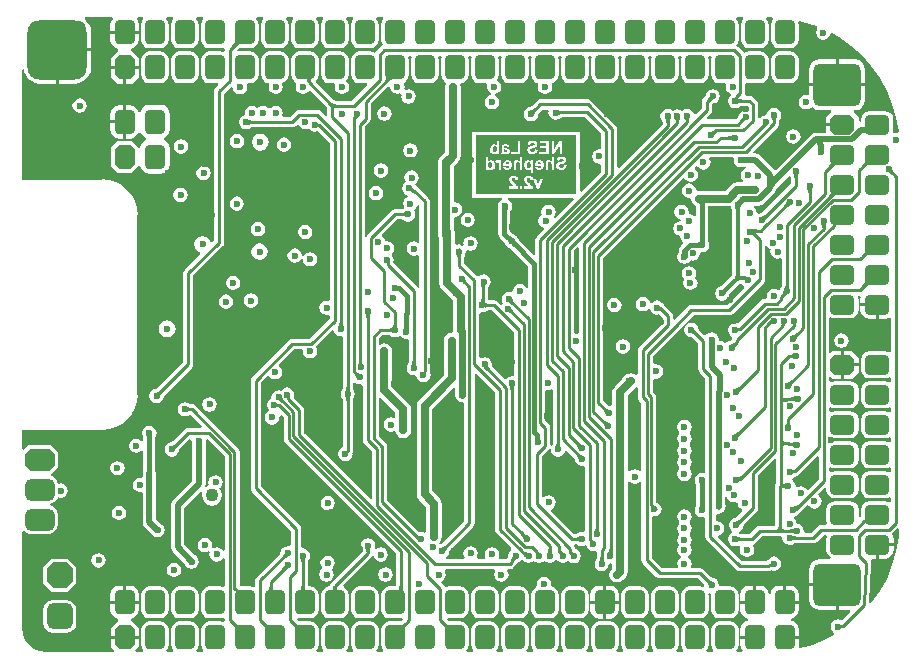
<source format=gbr>
%TF.GenerationSoftware,Altium Limited,Altium Designer,21.5.1 (32)*%
G04 Layer_Physical_Order=4*
G04 Layer_Color=16711680*
%FSLAX45Y45*%
%MOMM*%
%TF.SameCoordinates,6D93875A-9943-4EB1-8E24-321CDD5DE8D5*%
%TF.FilePolarity,Positive*%
%TF.FileFunction,Copper,L4,Bot,Signal*%
%TF.Part,Single*%
G01*
G75*
%TA.AperFunction,Conductor*%
%ADD10C,0.25000*%
%ADD76C,0.40000*%
%ADD77C,0.70000*%
%ADD78C,0.50000*%
%ADD79C,0.30000*%
%ADD83C,0.60000*%
%TA.AperFunction,ComponentPad*%
G04:AMPARAMS|DCode=85|XSize=1.7mm|YSize=2.1mm|CornerRadius=0mm|HoleSize=0mm|Usage=FLASHONLY|Rotation=270.000|XOffset=0mm|YOffset=0mm|HoleType=Round|Shape=Octagon|*
%AMOCTAGOND85*
4,1,8,1.05000,0.42500,1.05000,-0.42500,0.62500,-0.85000,-0.62500,-0.85000,-1.05000,-0.42500,-1.05000,0.42500,-0.62500,0.85000,0.62500,0.85000,1.05000,0.42500,0.0*
%
%ADD85OCTAGOND85*%

G04:AMPARAMS|DCode=86|XSize=1.7mm|YSize=2.1mm|CornerRadius=0.425mm|HoleSize=0mm|Usage=FLASHONLY|Rotation=270.000|XOffset=0mm|YOffset=0mm|HoleType=Round|Shape=RoundedRectangle|*
%AMROUNDEDRECTD86*
21,1,1.70000,1.25001,0,0,270.0*
21,1,0.85000,2.10000,0,0,270.0*
1,1,0.85000,-0.62500,-0.42500*
1,1,0.85000,-0.62500,0.42500*
1,1,0.85000,0.62500,0.42500*
1,1,0.85000,0.62500,-0.42500*
%
%ADD86ROUNDEDRECTD86*%
G04:AMPARAMS|DCode=87|XSize=1.7mm|YSize=2.1mm|CornerRadius=0.425mm|HoleSize=0mm|Usage=FLASHONLY|Rotation=0.000|XOffset=0mm|YOffset=0mm|HoleType=Round|Shape=RoundedRectangle|*
%AMROUNDEDRECTD87*
21,1,1.70000,1.25001,0,0,0.0*
21,1,0.85000,2.10000,0,0,0.0*
1,1,0.85000,0.42500,-0.62500*
1,1,0.85000,-0.42500,-0.62500*
1,1,0.85000,-0.42500,0.62500*
1,1,0.85000,0.42500,0.62500*
%
%ADD87ROUNDEDRECTD87*%
G04:AMPARAMS|DCode=88|XSize=1.7mm|YSize=2.1mm|CornerRadius=0mm|HoleSize=0mm|Usage=FLASHONLY|Rotation=0.000|XOffset=0mm|YOffset=0mm|HoleType=Round|Shape=Octagon|*
%AMOCTAGOND88*
4,1,8,-0.42500,1.05000,0.42500,1.05000,0.85000,0.62500,0.85000,-0.62500,0.42500,-1.05000,-0.42500,-1.05000,-0.85000,-0.62500,-0.85000,0.62500,-0.42500,1.05000,0.0*
%
%ADD88OCTAGOND88*%

G04:AMPARAMS|DCode=89|XSize=4mm|YSize=3.6mm|CornerRadius=0.54mm|HoleSize=0mm|Usage=FLASHONLY|Rotation=0.000|XOffset=0mm|YOffset=0mm|HoleType=Round|Shape=RoundedRectangle|*
%AMROUNDEDRECTD89*
21,1,4.00000,2.52000,0,0,0.0*
21,1,2.92000,3.60000,0,0,0.0*
1,1,1.08000,1.46000,-1.26000*
1,1,1.08000,-1.46000,-1.26000*
1,1,1.08000,-1.46000,1.26000*
1,1,1.08000,1.46000,1.26000*
%
%ADD89ROUNDEDRECTD89*%
G04:AMPARAMS|DCode=90|XSize=5mm|YSize=5mm|CornerRadius=1mm|HoleSize=0mm|Usage=FLASHONLY|Rotation=0.000|XOffset=0mm|YOffset=0mm|HoleType=Round|Shape=RoundedRectangle|*
%AMROUNDEDRECTD90*
21,1,5.00000,3.00000,0,0,0.0*
21,1,3.00000,5.00000,0,0,0.0*
1,1,2.00000,1.50000,-1.50000*
1,1,2.00000,-1.50000,-1.50000*
1,1,2.00000,-1.50000,1.50000*
1,1,2.00000,1.50000,1.50000*
%
%ADD90ROUNDEDRECTD90*%
G04:AMPARAMS|DCode=91|XSize=2.2mm|YSize=2.2mm|CornerRadius=0.55mm|HoleSize=0mm|Usage=FLASHONLY|Rotation=270.000|XOffset=0mm|YOffset=0mm|HoleType=Round|Shape=RoundedRectangle|*
%AMROUNDEDRECTD91*
21,1,2.20000,1.10000,0,0,270.0*
21,1,1.10000,2.20000,0,0,270.0*
1,1,1.10000,-0.55000,-0.55000*
1,1,1.10000,-0.55000,0.55000*
1,1,1.10000,0.55000,0.55000*
1,1,1.10000,0.55000,-0.55000*
%
%ADD91ROUNDEDRECTD91*%
G04:AMPARAMS|DCode=92|XSize=2.2mm|YSize=2.2mm|CornerRadius=0mm|HoleSize=0mm|Usage=FLASHONLY|Rotation=270.000|XOffset=0mm|YOffset=0mm|HoleType=Round|Shape=Octagon|*
%AMOCTAGOND92*
4,1,8,-0.55000,-1.10000,0.55000,-1.10000,1.10000,-0.55000,1.10000,0.55000,0.55000,1.10000,-0.55000,1.10000,-1.10000,0.55000,-1.10000,-0.55000,-0.55000,-1.10000,0.0*
%
%ADD92OCTAGOND92*%

%TA.AperFunction,ViaPad*%
%ADD93C,0.60000*%
%ADD94C,1.20000*%
%ADD95C,1.10000*%
%TA.AperFunction,SMDPad,CuDef*%
G04:AMPARAMS|DCode=99|XSize=1.8mm|YSize=2.5mm|CornerRadius=0mm|HoleSize=0mm|Usage=FLASHONLY|Rotation=270.000|XOffset=0mm|YOffset=0mm|HoleType=Round|Shape=Octagon|*
%AMOCTAGOND99*
4,1,8,1.25000,0.45000,1.25000,-0.45000,0.80000,-0.90000,-0.80000,-0.90000,-1.25000,-0.45000,-1.25000,0.45000,-0.80000,0.90000,0.80000,0.90000,1.25000,0.45000,0.0*
%
%ADD99OCTAGOND99*%

G04:AMPARAMS|DCode=100|XSize=1.8mm|YSize=2.5mm|CornerRadius=0.45mm|HoleSize=0mm|Usage=FLASHONLY|Rotation=270.000|XOffset=0mm|YOffset=0mm|HoleType=Round|Shape=RoundedRectangle|*
%AMROUNDEDRECTD100*
21,1,1.80000,1.60000,0,0,270.0*
21,1,0.90000,2.50000,0,0,270.0*
1,1,0.90000,-0.80000,-0.45000*
1,1,0.90000,-0.80000,0.45000*
1,1,0.90000,0.80000,0.45000*
1,1,0.90000,0.80000,-0.45000*
%
%ADD100ROUNDEDRECTD100*%
G36*
X2999174Y5186581D02*
X2997207Y5187923D01*
X2994788Y5188465D01*
X2991918Y5188207D01*
X2988597Y5187149D01*
X2984824Y5185292D01*
X2980600Y5182636D01*
X2975924Y5179179D01*
X2970797Y5174923D01*
X2959189Y5164011D01*
X2941511Y5181689D01*
X2947367Y5187718D01*
X2956679Y5198424D01*
X2960136Y5203100D01*
X2962792Y5207324D01*
X2964650Y5211097D01*
X2965707Y5214418D01*
X2965965Y5217288D01*
X2965423Y5219707D01*
X2964081Y5221674D01*
X2999174Y5186581D01*
D02*
G37*
G36*
X7493002Y5417006D02*
Y5417006D01*
X7507894Y5416745D01*
X7516718Y5416249D01*
X7522318Y5400911D01*
X7509207Y5381288D01*
X7503580Y5353000D01*
Y5228000D01*
X7509207Y5199712D01*
X7525231Y5175730D01*
X7549212Y5159706D01*
X7577500Y5154080D01*
X7662500D01*
X7690788Y5159706D01*
X7714769Y5175730D01*
X7730793Y5199712D01*
X7736420Y5228000D01*
Y5353000D01*
X7731889Y5375782D01*
X7733047Y5378623D01*
X7740955Y5386911D01*
X7743522Y5388331D01*
X7856187Y5355873D01*
X7892162Y5340972D01*
X7896631Y5322884D01*
X7888689Y5310999D01*
X7884032Y5287588D01*
X7888689Y5264177D01*
X7901950Y5244330D01*
X7921797Y5231069D01*
X7945208Y5226412D01*
X7968619Y5231069D01*
X7988465Y5244330D01*
X8001727Y5264177D01*
X8003500Y5273092D01*
X8020351Y5280918D01*
X8078040Y5249034D01*
X8178610Y5177676D01*
X8270558Y5095506D01*
X8352728Y5003559D01*
X8424085Y4902989D01*
X8483734Y4795062D01*
X8530925Y4681135D01*
X8565062Y4562641D01*
X8583960Y4451417D01*
X8570936Y4438753D01*
X8570825Y4438736D01*
X8561131Y4440664D01*
X8548099Y4438072D01*
X8535343Y4450829D01*
X8538420Y4466300D01*
Y4551300D01*
X8532793Y4579588D01*
X8516770Y4603569D01*
X8492788Y4619593D01*
X8464500Y4625220D01*
X8339500D01*
X8311212Y4619593D01*
X8287230Y4603569D01*
X8271206Y4579588D01*
X8265580Y4551300D01*
Y4529522D01*
X8263000Y4528302D01*
X8248000Y4537801D01*
Y4568800D01*
X8202543Y4614256D01*
X8208757Y4629256D01*
X8210500D01*
X8245226Y4636164D01*
X8274665Y4655834D01*
X8294336Y4685274D01*
X8301243Y4720000D01*
Y4833300D01*
X7827757D01*
Y4770282D01*
X7812756Y4758638D01*
X7800000Y4761175D01*
X7776589Y4756519D01*
X7756742Y4743257D01*
X7743481Y4723411D01*
X7738825Y4700000D01*
X7743481Y4676589D01*
X7756742Y4656743D01*
X7776589Y4643481D01*
X7800000Y4638825D01*
X7823411Y4643481D01*
X7838024Y4653246D01*
X7854335Y4655834D01*
X7883774Y4636164D01*
X7918500Y4629256D01*
X8007243D01*
X8013457Y4614256D01*
X7968000Y4568800D01*
Y4521500D01*
X8108000D01*
Y4496100D01*
X7968000D01*
Y4448800D01*
X7964304Y4439877D01*
X7883800D01*
X7862340Y4435609D01*
X7844147Y4423453D01*
X7544389Y4123694D01*
X7534653Y4124653D01*
X7409653Y4249653D01*
X7391460Y4261809D01*
X7370000Y4266077D01*
X7356957D01*
X7351216Y4279935D01*
X7560641Y4489359D01*
X7570034Y4503417D01*
X7573332Y4520000D01*
Y4538154D01*
X7573394Y4538990D01*
X7573739Y4541668D01*
X7574185Y4544038D01*
X7574713Y4546116D01*
X7575302Y4547923D01*
X7575935Y4549480D01*
X7576600Y4550821D01*
X7577295Y4551989D01*
X7578737Y4554027D01*
X7579968Y4556785D01*
X7586519Y4566589D01*
X7591175Y4590000D01*
X7586519Y4613411D01*
X7573257Y4633257D01*
X7553411Y4646519D01*
X7530000Y4651175D01*
X7506589Y4646519D01*
X7486742Y4633257D01*
X7473481Y4613411D01*
X7471545Y4603675D01*
X7458486Y4590979D01*
X7435075Y4586322D01*
X7415229Y4573061D01*
X7408332Y4562740D01*
X7393332Y4567290D01*
Y4680000D01*
X7390034Y4696583D01*
X7380641Y4710641D01*
X7350641Y4740641D01*
X7336583Y4750034D01*
X7320000Y4753332D01*
X7291690D01*
X7288928Y4755597D01*
X7281117Y4768333D01*
X7283332Y4779471D01*
Y4856977D01*
X7298333Y4865086D01*
X7323500Y4860080D01*
X7408500D01*
X7436788Y4865707D01*
X7460769Y4881730D01*
X7476793Y4905712D01*
X7482420Y4934000D01*
Y5059000D01*
X7476793Y5087288D01*
X7460769Y5111270D01*
X7436788Y5127294D01*
X7408500Y5132920D01*
X7323500D01*
X7295212Y5127294D01*
X7275152Y5113889D01*
X7270641Y5120641D01*
X7220641Y5170640D01*
X7208700Y5178619D01*
X7222793Y5199712D01*
X7228420Y5228000D01*
Y5353000D01*
X7222793Y5381288D01*
X7208917Y5402056D01*
X7214074Y5417056D01*
X7263926D01*
X7269083Y5402056D01*
X7255207Y5381288D01*
X7249580Y5353000D01*
Y5228000D01*
X7255207Y5199712D01*
X7271231Y5175730D01*
X7295212Y5159706D01*
X7323500Y5154080D01*
X7408500D01*
X7436788Y5159706D01*
X7460769Y5175730D01*
X7476793Y5199712D01*
X7482420Y5228000D01*
Y5353000D01*
X7476793Y5381288D01*
X7462917Y5402056D01*
X7468074Y5417056D01*
X7492754D01*
X7493002Y5417006D01*
D02*
G37*
G36*
X4221083Y5402056D02*
X4207207Y5381288D01*
X4201580Y5353000D01*
Y5228000D01*
X4207207Y5199712D01*
X4216072Y5186444D01*
X4213417Y5180034D01*
X4199359Y5170640D01*
X4159359Y5130640D01*
X4150229Y5116976D01*
X4134788Y5127294D01*
X4106500Y5132920D01*
X4021500D01*
X3993212Y5127294D01*
X3969231Y5111270D01*
X3953207Y5087288D01*
X3947580Y5059000D01*
Y4934000D01*
X3953207Y4905712D01*
X3969231Y4881730D01*
X3993212Y4865707D01*
X4021500Y4860080D01*
X4079200D01*
X4084940Y4846222D01*
X3952051Y4713332D01*
X3816330D01*
X3815028Y4713477D01*
X3812781Y4713905D01*
X3810693Y4714481D01*
X3808723Y4715203D01*
X3806820Y4716085D01*
X3804939Y4717153D01*
X3803046Y4718440D01*
X3802022Y4719259D01*
X3649764Y4871518D01*
X3650770Y4881731D01*
X3666793Y4905712D01*
X3672420Y4934000D01*
Y5059000D01*
X3666793Y5087288D01*
X3650769Y5111270D01*
X3626788Y5127294D01*
X3598500Y5132920D01*
X3513500D01*
X3485212Y5127294D01*
X3461231Y5111270D01*
X3445207Y5087288D01*
X3439580Y5059000D01*
Y4934000D01*
X3445207Y4905712D01*
X3461231Y4881730D01*
X3477223Y4871044D01*
X3483481Y4853411D01*
X3478825Y4830000D01*
X3483481Y4806589D01*
X3496743Y4786743D01*
X3516589Y4773481D01*
X3540000Y4768825D01*
X3563411Y4773481D01*
X3583258Y4786743D01*
X3588193Y4794128D01*
X3603120Y4795598D01*
X3740742Y4657977D01*
X3741560Y4656954D01*
X3742846Y4655062D01*
X3743915Y4653180D01*
X3744797Y4651277D01*
X3745519Y4649308D01*
X3746095Y4647219D01*
X3746523Y4644972D01*
X3746668Y4643670D01*
Y4585827D01*
X3731668Y4579614D01*
X3690641Y4620640D01*
X3676583Y4630034D01*
X3660000Y4633332D01*
X3510000D01*
X3493417Y4630034D01*
X3479360Y4620641D01*
X3432052Y4573332D01*
X3373571D01*
X3368200Y4583380D01*
X3366866Y4588333D01*
X3371175Y4610000D01*
X3366519Y4633411D01*
X3353257Y4653257D01*
X3333411Y4666519D01*
X3310000Y4671175D01*
X3286589Y4666519D01*
X3266743Y4653257D01*
X3262500Y4646908D01*
X3247500D01*
X3243257Y4653257D01*
X3223411Y4666519D01*
X3200000Y4671175D01*
X3176589Y4666519D01*
X3166805Y4659981D01*
X3155000Y4654123D01*
X3143195Y4659981D01*
X3133411Y4666519D01*
X3110000Y4671175D01*
X3086589Y4666519D01*
X3066742Y4653257D01*
X3053481Y4633411D01*
X3048824Y4610000D01*
X3052852Y4589754D01*
X3036589Y4586519D01*
X3016743Y4573258D01*
X3003481Y4553411D01*
X2998825Y4530000D01*
X3003481Y4506589D01*
X3016743Y4486743D01*
X3036589Y4473481D01*
X3060000Y4468825D01*
X3083411Y4473481D01*
X3093214Y4480031D01*
X3095973Y4481263D01*
X3098011Y4482706D01*
X3099178Y4483400D01*
X3100521Y4484066D01*
X3102076Y4484697D01*
X3103883Y4485287D01*
X3105962Y4485815D01*
X3107917Y4486183D01*
X3112727Y4486668D01*
X3450000D01*
X3466583Y4489966D01*
X3480641Y4499360D01*
X3489106Y4507824D01*
X3505725Y4503231D01*
X3516743Y4486743D01*
X3536589Y4473481D01*
X3560000Y4468825D01*
X3583411Y4473481D01*
X3589515Y4477560D01*
X3596743Y4466743D01*
X3616589Y4453481D01*
X3640000Y4448825D01*
X3663411Y4453481D01*
X3664506Y4454213D01*
X3766668Y4352051D01*
Y3031010D01*
X3751667Y3018855D01*
X3740000Y3021175D01*
X3716589Y3016519D01*
X3696742Y3003257D01*
X3683481Y2983411D01*
X3678824Y2960000D01*
X3683481Y2936589D01*
X3696742Y2916742D01*
X3716589Y2903481D01*
X3740000Y2898825D01*
X3751667Y2901145D01*
X3766668Y2888990D01*
Y2867949D01*
X3592051Y2693332D01*
X3450000D01*
X3433417Y2690034D01*
X3419359Y2680641D01*
X3109360Y2370641D01*
X3099966Y2356583D01*
X3096668Y2340000D01*
Y1430000D01*
X3099966Y1413417D01*
X3109360Y1399359D01*
X3439168Y1069551D01*
Y949339D01*
X3424167Y938358D01*
X3410000Y941175D01*
X3386589Y936519D01*
X3366743Y923257D01*
X3353481Y903411D01*
X3351181Y891848D01*
X3350100Y889026D01*
X3349679Y886562D01*
X3349346Y885249D01*
X3348867Y883829D01*
X3348213Y882279D01*
X3347353Y880587D01*
X3346256Y878744D01*
X3345133Y877098D01*
X3342076Y873357D01*
X3149359Y680640D01*
X3139966Y666583D01*
X3136668Y650000D01*
Y599257D01*
X3123439Y592186D01*
X3118788Y595293D01*
X3090500Y600920D01*
X3010748D01*
X3003332Y607254D01*
Y1740000D01*
X3000034Y1756583D01*
X2990640Y1770641D01*
X2630640Y2130641D01*
X2616583Y2140034D01*
X2600000Y2143333D01*
X2591846D01*
X2591010Y2143394D01*
X2588332Y2143739D01*
X2585962Y2144185D01*
X2583884Y2144713D01*
X2582077Y2145303D01*
X2580520Y2145935D01*
X2579178Y2146600D01*
X2578011Y2147295D01*
X2575973Y2148737D01*
X2573215Y2149968D01*
X2563411Y2156519D01*
X2540000Y2161176D01*
X2516589Y2156519D01*
X2496743Y2143258D01*
X2483481Y2123411D01*
X2478825Y2100000D01*
X2483481Y2076589D01*
X2496743Y2056743D01*
X2516589Y2043481D01*
X2540000Y2038825D01*
X2563411Y2043481D01*
X2573214Y2050031D01*
X2575973Y2051263D01*
X2578011Y2052706D01*
X2579178Y2053400D01*
X2580521Y2054066D01*
X2582076Y2054697D01*
X2583543Y2055176D01*
X2681528Y1957190D01*
X2675788Y1943332D01*
X2570000D01*
X2553417Y1940034D01*
X2539359Y1930641D01*
X2436021Y1827302D01*
X2435387Y1826756D01*
X2433247Y1825103D01*
X2431258Y1823745D01*
X2429413Y1822647D01*
X2427719Y1821787D01*
X2426172Y1821134D01*
X2424751Y1820654D01*
X2423438Y1820321D01*
X2420974Y1819900D01*
X2418152Y1818819D01*
X2406589Y1816519D01*
X2386743Y1803258D01*
X2373481Y1783411D01*
X2368825Y1760000D01*
X2373481Y1736589D01*
X2386743Y1716743D01*
X2406589Y1703481D01*
X2430000Y1698825D01*
X2453411Y1703481D01*
X2473258Y1716743D01*
X2486519Y1736589D01*
X2488819Y1748152D01*
X2489900Y1750974D01*
X2490321Y1753438D01*
X2490654Y1754751D01*
X2491133Y1756171D01*
X2491788Y1757721D01*
X2492647Y1759413D01*
X2493744Y1761256D01*
X2494867Y1762902D01*
X2497925Y1766644D01*
X2577859Y1846578D01*
X2587425Y1846078D01*
X2599062Y1831192D01*
X2598825Y1830000D01*
X2603481Y1806589D01*
X2603923Y1805928D01*
Y1493228D01*
X2440347Y1329653D01*
X2428191Y1311460D01*
X2423923Y1290000D01*
Y929999D01*
X2428191Y908539D01*
X2440347Y890347D01*
X2539688Y791006D01*
X2540566Y786589D01*
X2553828Y766742D01*
X2573674Y753481D01*
X2597085Y748825D01*
X2620496Y753481D01*
X2640343Y766742D01*
X2653604Y786589D01*
X2658261Y810000D01*
X2653604Y833411D01*
X2640343Y853257D01*
X2627398Y861907D01*
X2536077Y953227D01*
Y1266772D01*
X2675176Y1405871D01*
X2689000Y1398482D01*
X2683335Y1370000D01*
X2689932Y1336835D01*
X2708718Y1308718D01*
X2736835Y1289932D01*
X2770000Y1283335D01*
X2803165Y1289932D01*
X2831282Y1308718D01*
X2850068Y1336835D01*
X2856665Y1370000D01*
X2850068Y1403165D01*
X2832456Y1429525D01*
X2843257Y1436743D01*
X2856519Y1456589D01*
X2861175Y1480000D01*
X2856519Y1503411D01*
X2843257Y1523258D01*
X2823411Y1536519D01*
X2800000Y1541175D01*
X2776589Y1536519D01*
X2756743Y1523258D01*
X2743481Y1503411D01*
X2738825Y1480000D01*
X2743481Y1456589D01*
X2731970Y1446818D01*
X2724619Y1441906D01*
X2720753Y1443908D01*
X2712462Y1451823D01*
X2716077Y1470000D01*
Y1805928D01*
X2716519Y1806589D01*
X2721175Y1830000D01*
X2718855Y1841667D01*
X2719186Y1842418D01*
X2732576Y1849575D01*
X2876668Y1705483D01*
Y904884D01*
X2861668Y900333D01*
X2853161Y913064D01*
X2833315Y926325D01*
X2809904Y930982D01*
X2786493Y926325D01*
X2780200Y922120D01*
X2767535Y931698D01*
X2771175Y950000D01*
X2766519Y973411D01*
X2753257Y993257D01*
X2733411Y1006519D01*
X2710000Y1011175D01*
X2686589Y1006519D01*
X2666742Y993257D01*
X2653481Y973411D01*
X2648825Y950000D01*
X2653481Y926589D01*
X2666742Y906742D01*
X2686589Y893481D01*
X2710000Y888824D01*
X2733411Y893481D01*
X2739704Y897686D01*
X2752369Y888108D01*
X2748728Y869806D01*
X2753385Y846395D01*
X2766646Y826549D01*
X2786493Y813287D01*
X2809904Y808631D01*
X2833315Y813287D01*
X2853161Y826549D01*
X2861668Y839279D01*
X2876668Y834729D01*
Y604023D01*
X2861667Y595914D01*
X2836500Y600920D01*
X2751500D01*
X2723212Y595293D01*
X2699231Y579270D01*
X2683207Y555288D01*
X2677580Y527000D01*
Y402000D01*
X2683207Y373712D01*
X2699231Y349730D01*
X2723212Y333706D01*
X2751500Y328080D01*
X2836500D01*
X2861667Y333086D01*
X2876668Y324977D01*
Y318500D01*
X2878297Y310307D01*
X2864797Y301287D01*
X2864788Y301294D01*
X2836500Y306920D01*
X2751500D01*
X2723212Y301294D01*
X2699231Y285270D01*
X2683207Y261288D01*
X2677580Y233000D01*
Y108000D01*
X2683207Y79712D01*
X2697083Y58944D01*
X2691926Y43944D01*
X2642074D01*
X2636917Y58944D01*
X2650793Y79712D01*
X2656420Y108000D01*
Y233000D01*
X2650793Y261288D01*
X2634769Y285270D01*
X2610788Y301294D01*
X2582500Y306920D01*
X2497500D01*
X2469212Y301294D01*
X2445231Y285270D01*
X2429207Y261288D01*
X2423580Y233000D01*
Y108000D01*
X2429207Y79712D01*
X2443083Y58944D01*
X2437926Y43944D01*
X2388074D01*
X2382917Y58944D01*
X2396793Y79712D01*
X2402420Y108000D01*
Y233000D01*
X2396793Y261288D01*
X2380769Y285270D01*
X2356788Y301294D01*
X2328500Y306920D01*
X2243500D01*
X2215212Y301294D01*
X2191231Y285270D01*
X2175207Y261288D01*
X2169580Y233000D01*
Y108000D01*
X2175207Y79712D01*
X2189083Y58944D01*
X2183926Y43944D01*
X2125042D01*
X2119302Y57802D01*
X2152000Y90500D01*
Y157800D01*
X1912000D01*
Y90500D01*
X1944698Y57802D01*
X1938958Y43944D01*
X1371600D01*
X1369643Y43555D01*
X1317066Y50477D01*
X1266249Y71526D01*
X1222611Y105011D01*
X1189126Y148649D01*
X1168077Y199466D01*
X1161155Y252043D01*
X1161544Y254000D01*
Y1062618D01*
X1170209Y1065247D01*
X1176544Y1066516D01*
X1200736Y1050352D01*
X1230000Y1044531D01*
X1390000D01*
X1419264Y1050352D01*
X1444072Y1066928D01*
X1460648Y1091736D01*
X1466469Y1121000D01*
Y1211000D01*
X1460648Y1240263D01*
X1444072Y1265072D01*
X1419264Y1281648D01*
X1400638Y1285353D01*
Y1300647D01*
X1419264Y1304352D01*
X1432722Y1313344D01*
X1433411Y1313481D01*
X1453257Y1326743D01*
X1466519Y1346589D01*
X1467840Y1353232D01*
X1490000Y1348825D01*
X1513411Y1353481D01*
X1533258Y1366743D01*
X1546519Y1386589D01*
X1551175Y1410000D01*
X1546519Y1433411D01*
X1533258Y1453257D01*
X1513411Y1466519D01*
X1490000Y1471175D01*
X1466589Y1466519D01*
X1466129Y1466710D01*
X1460648Y1494263D01*
X1444072Y1519072D01*
X1419264Y1535648D01*
X1402412Y1539000D01*
X1403889Y1554000D01*
X1405000D01*
X1465000Y1614000D01*
Y1734000D01*
X1405000Y1794000D01*
X1215000D01*
X1175402Y1754402D01*
X1161544Y1760142D01*
Y1924556D01*
X1841500D01*
Y1923962D01*
X1899742Y1929699D01*
X1955745Y1946687D01*
X2007359Y1974275D01*
X2052598Y2011402D01*
X2089725Y2056641D01*
X2117313Y2108255D01*
X2134301Y2164258D01*
X2140038Y2222500D01*
X2139444D01*
Y3746500D01*
X2140038D01*
X2134301Y3804742D01*
X2117313Y3860745D01*
X2089725Y3912359D01*
X2052598Y3957598D01*
X2007359Y3994725D01*
X1955745Y4022313D01*
X1899742Y4039301D01*
X1841500Y4045038D01*
Y4044444D01*
X1161544D01*
Y4975738D01*
X1176544Y4976721D01*
X1178975Y4958258D01*
X1192578Y4925418D01*
X1214217Y4897217D01*
X1242418Y4875578D01*
X1275258Y4861975D01*
X1310500Y4857335D01*
X1447800D01*
Y5143500D01*
X1460500D01*
Y5156200D01*
X1746665D01*
Y5293500D01*
X1742025Y5328742D01*
X1728422Y5361582D01*
X1706783Y5389783D01*
X1690789Y5402056D01*
X1695881Y5417056D01*
X1921052D01*
X1929070Y5402056D01*
X1916497Y5383239D01*
X1910482Y5353000D01*
Y5303200D01*
X2153518D01*
Y5353000D01*
X2147503Y5383239D01*
X2134930Y5402056D01*
X2142948Y5417056D01*
X2183926D01*
X2189083Y5402056D01*
X2175207Y5381288D01*
X2169580Y5353000D01*
Y5228000D01*
X2175207Y5199712D01*
X2191231Y5175730D01*
X2215212Y5159706D01*
X2243500Y5154080D01*
X2328500D01*
X2356788Y5159706D01*
X2380769Y5175730D01*
X2396793Y5199712D01*
X2402420Y5228000D01*
Y5353000D01*
X2396793Y5381288D01*
X2382917Y5402056D01*
X2388074Y5417056D01*
X2437926D01*
X2443083Y5402056D01*
X2429207Y5381288D01*
X2423580Y5353000D01*
Y5228000D01*
X2429207Y5199712D01*
X2445231Y5175730D01*
X2469212Y5159706D01*
X2497500Y5154080D01*
X2582500D01*
X2610788Y5159706D01*
X2634769Y5175730D01*
X2650793Y5199712D01*
X2656420Y5228000D01*
Y5353000D01*
X2650793Y5381288D01*
X2636917Y5402056D01*
X2642074Y5417056D01*
X2691926D01*
X2697083Y5402056D01*
X2683207Y5381288D01*
X2677580Y5353000D01*
Y5228000D01*
X2683207Y5199712D01*
X2699231Y5175730D01*
X2723212Y5159706D01*
X2751500Y5154080D01*
X2836500D01*
X2864788Y5159706D01*
X2864797Y5159713D01*
X2878297Y5150693D01*
X2876668Y5142500D01*
Y5136023D01*
X2861667Y5127914D01*
X2836500Y5132920D01*
X2751500D01*
X2723212Y5127294D01*
X2699231Y5111270D01*
X2683207Y5087288D01*
X2677580Y5059000D01*
Y4934000D01*
X2683207Y4905712D01*
X2699231Y4881730D01*
X2723212Y4865707D01*
X2751500Y4860080D01*
X2817585D01*
X2823799Y4845080D01*
X2799359Y4820640D01*
X2789966Y4806582D01*
X2786668Y4790000D01*
Y3527949D01*
X2771411Y3512692D01*
X2757057Y3517047D01*
X2756010Y3522313D01*
X2740539Y3545467D01*
X2717384Y3560939D01*
X2690072Y3566371D01*
X2662759Y3560939D01*
X2639605Y3545467D01*
X2624133Y3522313D01*
X2618700Y3495000D01*
X2624133Y3467688D01*
X2639605Y3444533D01*
X2662759Y3429062D01*
X2668025Y3428014D01*
X2672379Y3413660D01*
X2539359Y3280641D01*
X2529966Y3266583D01*
X2526668Y3250000D01*
Y2497949D01*
X2307043Y2278324D01*
X2306397Y2277769D01*
X2304290Y2276153D01*
X2302321Y2274820D01*
X2300490Y2273744D01*
X2298802Y2272899D01*
X2297243Y2272253D01*
X2295791Y2271774D01*
X2294430Y2271438D01*
X2291911Y2271024D01*
X2289079Y2269960D01*
X2277162Y2267589D01*
X2257316Y2254328D01*
X2244054Y2234481D01*
X2239398Y2211071D01*
X2244054Y2187660D01*
X2257316Y2167813D01*
X2277162Y2154552D01*
X2300573Y2149895D01*
X2323984Y2154552D01*
X2343830Y2167813D01*
X2357092Y2187660D01*
X2359324Y2198881D01*
X2360416Y2201680D01*
X2360843Y2204084D01*
X2361174Y2205354D01*
X2361654Y2206744D01*
X2362315Y2208280D01*
X2363187Y2209973D01*
X2364304Y2211828D01*
X2365463Y2213509D01*
X2368549Y2217268D01*
X2600640Y2449359D01*
X2610034Y2463417D01*
X2613332Y2480000D01*
Y3232051D01*
X2860640Y3479360D01*
X2870034Y3493417D01*
X2873332Y3510000D01*
Y4772051D01*
X2932194Y4830913D01*
X2946085Y4823591D01*
X2950133Y4803241D01*
X2963394Y4783394D01*
X2983241Y4770133D01*
X3006652Y4765476D01*
X3030063Y4770133D01*
X3049909Y4783394D01*
X3063171Y4803241D01*
X3067827Y4826652D01*
X3064162Y4845079D01*
X3073145Y4860080D01*
X3090500D01*
X3118788Y4865707D01*
X3142769Y4881730D01*
X3158793Y4905712D01*
X3164420Y4934000D01*
Y5059000D01*
X3158793Y5087288D01*
X3142769Y5111270D01*
X3118788Y5127294D01*
X3090500Y5132920D01*
X3005500D01*
X2989790Y5129795D01*
X2982401Y5143620D01*
X2986242Y5147461D01*
X2991060Y5151990D01*
X2994800Y5155095D01*
X2995987Y5155972D01*
X3005500Y5154080D01*
X3090500D01*
X3118788Y5159706D01*
X3142769Y5175730D01*
X3158793Y5199712D01*
X3164420Y5228000D01*
Y5353000D01*
X3158793Y5381288D01*
X3144917Y5402056D01*
X3150074Y5417056D01*
X3199926D01*
X3205083Y5402056D01*
X3191207Y5381288D01*
X3185580Y5353000D01*
Y5228000D01*
X3191207Y5199712D01*
X3207231Y5175730D01*
X3231212Y5159706D01*
X3259500Y5154080D01*
X3344500D01*
X3372788Y5159706D01*
X3396769Y5175730D01*
X3412793Y5199712D01*
X3418420Y5228000D01*
Y5353000D01*
X3412793Y5381288D01*
X3398917Y5402056D01*
X3404074Y5417056D01*
X3453926D01*
X3459083Y5402056D01*
X3445207Y5381288D01*
X3439580Y5353000D01*
Y5228000D01*
X3445207Y5199712D01*
X3461231Y5175730D01*
X3485212Y5159706D01*
X3513500Y5154080D01*
X3598500D01*
X3626788Y5159706D01*
X3650769Y5175730D01*
X3666793Y5199712D01*
X3672420Y5228000D01*
Y5353000D01*
X3666793Y5381288D01*
X3652917Y5402056D01*
X3658074Y5417056D01*
X3707926D01*
X3713083Y5402056D01*
X3699207Y5381288D01*
X3693580Y5353000D01*
Y5228000D01*
X3699207Y5199712D01*
X3715231Y5175730D01*
X3739212Y5159706D01*
X3767500Y5154080D01*
X3852500D01*
X3880788Y5159706D01*
X3904769Y5175730D01*
X3920793Y5199712D01*
X3926420Y5228000D01*
Y5353000D01*
X3920793Y5381288D01*
X3906917Y5402056D01*
X3912074Y5417056D01*
X3961926D01*
X3967083Y5402056D01*
X3953207Y5381288D01*
X3947580Y5353000D01*
Y5228000D01*
X3953207Y5199712D01*
X3969231Y5175730D01*
X3993212Y5159706D01*
X4021500Y5154080D01*
X4106500D01*
X4134788Y5159706D01*
X4158769Y5175730D01*
X4174793Y5199712D01*
X4180420Y5228000D01*
Y5353000D01*
X4174793Y5381288D01*
X4160917Y5402056D01*
X4166074Y5417056D01*
X4215926D01*
X4221083Y5402056D01*
D02*
G37*
G36*
X4296796Y4891746D02*
X4293879Y4892129D01*
X4290474Y4891678D01*
X4286582Y4890392D01*
X4282202Y4888270D01*
X4277334Y4885313D01*
X4271979Y4881521D01*
X4266135Y4876894D01*
X4252986Y4865135D01*
X4245680Y4858002D01*
X4225013Y4872691D01*
X4230809Y4878663D01*
X4239713Y4888977D01*
X4242822Y4893319D01*
X4245036Y4897119D01*
X4246354Y4900375D01*
X4246776Y4903088D01*
X4246304Y4905259D01*
X4244935Y4906886D01*
X4242671Y4907971D01*
X4296796Y4891746D01*
D02*
G37*
G36*
X3606008Y4892545D02*
X3605556Y4891807D01*
X3605157Y4890590D01*
X3604812Y4888893D01*
X3604519Y4886717D01*
X3604094Y4880927D01*
X3603855Y4868645D01*
X3578855D01*
X3578828Y4873051D01*
X3577884Y4888095D01*
X3577533Y4889706D01*
X3577129Y4890852D01*
X3576670Y4891531D01*
X3576158Y4891746D01*
X3606512Y4892803D01*
X3606008Y4892545D01*
D02*
G37*
G36*
X6746076Y5081605D02*
X6741580Y5059000D01*
Y4934000D01*
X6747207Y4905712D01*
X6763231Y4881730D01*
X6787212Y4865707D01*
X6815500Y4860080D01*
X6900500D01*
X6928788Y4865707D01*
X6952769Y4881730D01*
X6968793Y4905712D01*
X6974420Y4934000D01*
Y5059000D01*
X6969924Y5081605D01*
X6978631Y5093562D01*
X6991369D01*
X7000076Y5081605D01*
X6995580Y5059000D01*
Y4934000D01*
X7001207Y4905712D01*
X7017231Y4881730D01*
X7041212Y4865707D01*
X7069500Y4860080D01*
X7111270D01*
X7121824Y4845079D01*
X7118825Y4830000D01*
X7123481Y4806589D01*
X7136743Y4786743D01*
X7156039Y4773849D01*
X7157666Y4772491D01*
X7161593Y4766349D01*
X7162393Y4757033D01*
X7156743Y4753257D01*
X7143481Y4733411D01*
X7138825Y4710000D01*
X7143481Y4686589D01*
X7156743Y4666743D01*
X7176589Y4653481D01*
X7200000Y4648825D01*
X7223411Y4653481D01*
X7233214Y4660031D01*
X7235973Y4661262D01*
X7238011Y4662705D01*
X7239178Y4663400D01*
X7240521Y4664066D01*
X7242076Y4664697D01*
X7243883Y4665287D01*
X7245962Y4665815D01*
X7247917Y4666183D01*
X7252727Y4666668D01*
X7302051D01*
X7306668Y4662051D01*
Y4639682D01*
X7295073Y4630167D01*
X7290000Y4631175D01*
X7266589Y4626519D01*
X7246742Y4613257D01*
X7233481Y4593411D01*
X7232275Y4587346D01*
X7231618Y4586121D01*
X7231270Y4584976D01*
X7231181Y4584759D01*
X7230977Y4584355D01*
X7228609Y4580598D01*
X7227636Y4579284D01*
X7221801Y4572553D01*
X7202580Y4553333D01*
X6964212D01*
X6958472Y4567191D01*
X6990641Y4599360D01*
X7000034Y4613417D01*
X7003332Y4630000D01*
Y4682051D01*
X7003980Y4682699D01*
X7004614Y4683246D01*
X7006753Y4684897D01*
X7008743Y4686256D01*
X7010588Y4687354D01*
X7012280Y4688213D01*
X7013828Y4688866D01*
X7015248Y4689345D01*
X7016567Y4689680D01*
X7019027Y4690101D01*
X7021846Y4691181D01*
X7033411Y4693481D01*
X7053257Y4706742D01*
X7066519Y4726589D01*
X7071175Y4750000D01*
X7066519Y4773411D01*
X7053257Y4793257D01*
X7033411Y4806519D01*
X7010000Y4811175D01*
X6986589Y4806519D01*
X6966742Y4793257D01*
X6953481Y4773411D01*
X6951181Y4761846D01*
X6950101Y4759027D01*
X6949680Y4756567D01*
X6949346Y4755248D01*
X6948866Y4753828D01*
X6948212Y4752279D01*
X6947354Y4750588D01*
X6946256Y4748744D01*
X6945134Y4747101D01*
X6942073Y4743354D01*
X6929360Y4730641D01*
X6919966Y4716583D01*
X6916668Y4700000D01*
Y4647949D01*
X6864612Y4595893D01*
X6850258Y4600247D01*
X6849410Y4604507D01*
X6836149Y4624354D01*
X6816303Y4637615D01*
X6792892Y4642272D01*
X6769481Y4637615D01*
X6750625Y4625016D01*
X6733411Y4636519D01*
X6710000Y4641175D01*
X6686589Y4636519D01*
X6670327Y4625652D01*
X6652094Y4637836D01*
X6628683Y4642492D01*
X6605272Y4637836D01*
X6585425Y4624574D01*
X6572164Y4604728D01*
X6567507Y4581317D01*
X6572164Y4557906D01*
X6578714Y4548103D01*
X6579945Y4545344D01*
X6581388Y4543306D01*
X6582083Y4542139D01*
X6582748Y4540796D01*
X6583380Y4539241D01*
X6583970Y4537434D01*
X6584498Y4535355D01*
X6584866Y4533400D01*
X6585350Y4528590D01*
Y4513495D01*
X6217191Y4145335D01*
X6203333Y4151075D01*
Y4470000D01*
X6200034Y4486583D01*
X6190641Y4500641D01*
X5980641Y4710641D01*
X5966583Y4720034D01*
X5950000Y4723332D01*
X5550000D01*
X5533417Y4720034D01*
X5519359Y4710641D01*
X5476020Y4667301D01*
X5475386Y4666754D01*
X5473247Y4665103D01*
X5471257Y4663744D01*
X5469411Y4662646D01*
X5467720Y4661786D01*
X5466172Y4661133D01*
X5464752Y4660654D01*
X5463433Y4660320D01*
X5460973Y4659899D01*
X5458154Y4658819D01*
X5446589Y4656519D01*
X5426743Y4643257D01*
X5413481Y4623411D01*
X5408825Y4600000D01*
X5413481Y4576589D01*
X5426743Y4556742D01*
X5446589Y4543481D01*
X5470000Y4538825D01*
X5493411Y4543481D01*
X5513257Y4556742D01*
X5526519Y4576589D01*
X5528819Y4588154D01*
X5529899Y4590973D01*
X5530320Y4593433D01*
X5530654Y4594752D01*
X5531133Y4596172D01*
X5531788Y4597721D01*
X5532646Y4599411D01*
X5533744Y4601256D01*
X5534865Y4602899D01*
X5537926Y4606645D01*
X5567949Y4636668D01*
X5608990D01*
X5621145Y4621667D01*
X5618825Y4610000D01*
X5623481Y4586589D01*
X5636743Y4566742D01*
X5656589Y4553481D01*
X5680000Y4548825D01*
X5703411Y4553481D01*
X5723258Y4566742D01*
X5723709Y4567419D01*
X5723975Y4567574D01*
X5725116Y4568117D01*
X5726515Y4568646D01*
X5728228Y4569146D01*
X5730275Y4569586D01*
X5732680Y4569937D01*
X5733630Y4570016D01*
X5928703D01*
X6064168Y4434551D01*
Y4310179D01*
X6052573Y4300663D01*
X6050000Y4301175D01*
X6026589Y4296519D01*
X6006743Y4283257D01*
X5993481Y4263411D01*
X5988825Y4240000D01*
X5993481Y4216589D01*
X6006743Y4196742D01*
X6026589Y4183481D01*
X6050000Y4178825D01*
X6052573Y4179336D01*
X6064168Y4169820D01*
Y4105449D01*
X5898858Y3940139D01*
X5885000Y3945879D01*
Y4450000D01*
X4975000D01*
Y3890000D01*
X5221821D01*
X5223673Y3884763D01*
X5224316Y3875000D01*
X5206742Y3863258D01*
X5193481Y3843411D01*
X5188825Y3820000D01*
X5193481Y3796589D01*
X5194021Y3795782D01*
Y3585729D01*
X5197901Y3566220D01*
X5208952Y3549681D01*
X5244770Y3513863D01*
X5248361Y3509565D01*
X5249235Y3508382D01*
X5249396Y3508135D01*
X5251417Y3497975D01*
X5264679Y3478129D01*
X5284525Y3464867D01*
X5293676Y3463047D01*
X5302781Y3455123D01*
X5449020Y3308884D01*
Y3131595D01*
X5434020Y3127150D01*
X5423257Y3143257D01*
X5403411Y3156519D01*
X5380000Y3161175D01*
X5356589Y3156519D01*
X5336742Y3143257D01*
X5323481Y3123411D01*
X5319209Y3101930D01*
X5316244Y3098310D01*
X5305293Y3091139D01*
X5286249Y3094927D01*
X5262838Y3090270D01*
X5242991Y3077009D01*
X5229730Y3057162D01*
X5225073Y3033751D01*
X5229730Y3010340D01*
X5237571Y2998605D01*
X5230559Y2987591D01*
X5215298Y2985983D01*
X5190638Y3010643D01*
X5176580Y3020037D01*
X5159998Y3023335D01*
X5111846D01*
X5111010Y3023397D01*
X5108755Y3023687D01*
X5108332Y3028632D01*
Y3125786D01*
X5108418Y3126775D01*
X5108765Y3129067D01*
X5109190Y3130960D01*
X5109652Y3132461D01*
X5110117Y3133619D01*
X5110556Y3134482D01*
X5110963Y3135124D01*
X5111102Y3135302D01*
X5113257Y3136743D01*
X5126519Y3156589D01*
X5131175Y3180000D01*
X5126519Y3203411D01*
X5113257Y3223257D01*
X5093411Y3236519D01*
X5070000Y3241175D01*
X5046589Y3236519D01*
X5033787Y3227965D01*
X5025917Y3223580D01*
X5012436Y3228846D01*
X4907777Y3333504D01*
Y3388445D01*
X4907979Y3391279D01*
X4908777Y3397538D01*
X4909116Y3399245D01*
X4909494Y3400713D01*
X4909775Y3401565D01*
X4909866Y3401782D01*
X4910429Y3402838D01*
X4910831Y3404169D01*
X4914267Y3409310D01*
X4918923Y3432721D01*
X4917221Y3441282D01*
X4930720Y3450302D01*
X4936187Y3446649D01*
X4959598Y3441993D01*
X4983009Y3446649D01*
X5002855Y3459911D01*
X5016117Y3479757D01*
X5020773Y3503168D01*
X5016117Y3526579D01*
X5002855Y3546426D01*
X4983009Y3559687D01*
X4959598Y3564344D01*
X4936187Y3559687D01*
X4916340Y3546426D01*
X4903079Y3526579D01*
X4898423Y3503168D01*
X4900125Y3494607D01*
X4886625Y3485587D01*
X4881159Y3489240D01*
X4878927Y3489684D01*
X4874331Y3492755D01*
X4857748Y3496053D01*
X4841166Y3492755D01*
X4828299Y3498622D01*
X4826440Y3500631D01*
Y3578274D01*
X4824451Y3588274D01*
X4826440Y3598274D01*
X4821396Y3623635D01*
X4816263Y3631316D01*
Y3719725D01*
X4827859Y3729241D01*
X4829990Y3728817D01*
X4853401Y3733474D01*
X4873248Y3746735D01*
X4886509Y3766581D01*
X4891166Y3789992D01*
X4886509Y3813403D01*
X4873248Y3833250D01*
X4853401Y3846511D01*
X4829990Y3851168D01*
X4827859Y3850744D01*
X4816263Y3860260D01*
Y4154397D01*
X4821862Y4158138D01*
X4856862Y4193138D01*
X4871229Y4214638D01*
X4876273Y4240000D01*
Y4823716D01*
X4877523Y4830000D01*
X4872478Y4855361D01*
X4874966Y4861366D01*
X4896788Y4865707D01*
X4920769Y4881730D01*
X4936793Y4905712D01*
X4942420Y4934000D01*
Y5059000D01*
X4937924Y5081605D01*
X4946631Y5093562D01*
X4959369D01*
X4968076Y5081605D01*
X4963580Y5059000D01*
Y4934000D01*
X4969207Y4905712D01*
X4985231Y4881730D01*
X5009212Y4865707D01*
X5037500Y4860080D01*
X5091270D01*
X5101824Y4845079D01*
X5098825Y4830000D01*
X5103481Y4806589D01*
X5116743Y4786743D01*
X5132770Y4776033D01*
X5131194Y4760441D01*
X5131187Y4760424D01*
X5116195Y4757442D01*
X5096349Y4744181D01*
X5083087Y4724334D01*
X5078431Y4700923D01*
X5083087Y4677512D01*
X5096349Y4657666D01*
X5116195Y4644404D01*
X5139606Y4639748D01*
X5163017Y4644404D01*
X5182864Y4657666D01*
X5196125Y4677512D01*
X5200782Y4700923D01*
X5196125Y4724334D01*
X5182864Y4744181D01*
X5166836Y4754890D01*
X5168413Y4770482D01*
X5168420Y4770499D01*
X5183411Y4773481D01*
X5203258Y4786743D01*
X5216519Y4806589D01*
X5221175Y4830000D01*
X5216519Y4853411D01*
X5203258Y4873257D01*
X5183411Y4886519D01*
X5181328Y4891547D01*
X5190793Y4905712D01*
X5196420Y4934000D01*
Y5059000D01*
X5191924Y5081605D01*
X5200631Y5093562D01*
X5213369D01*
X5222076Y5081605D01*
X5217580Y5059000D01*
Y4934000D01*
X5223207Y4905712D01*
X5239231Y4881730D01*
X5263212Y4865707D01*
X5291500Y4860080D01*
X5376500D01*
X5404788Y4865707D01*
X5428769Y4881730D01*
X5444793Y4905712D01*
X5450420Y4934000D01*
Y5059000D01*
X5445924Y5081605D01*
X5454631Y5093562D01*
X5467369D01*
X5476076Y5081605D01*
X5471580Y5059000D01*
Y4934000D01*
X5477207Y4905712D01*
X5493231Y4881730D01*
X5517212Y4865707D01*
X5529392Y4863284D01*
X5533481Y4853411D01*
X5528825Y4830000D01*
X5533481Y4806589D01*
X5546743Y4786743D01*
X5566589Y4773481D01*
X5590000Y4768825D01*
X5613411Y4773481D01*
X5633257Y4786743D01*
X5646519Y4806589D01*
X5651175Y4830000D01*
X5646519Y4853411D01*
X5650968Y4864151D01*
X5658788Y4865707D01*
X5682769Y4881730D01*
X5698793Y4905712D01*
X5704420Y4934000D01*
Y5059000D01*
X5699924Y5081605D01*
X5708631Y5093562D01*
X5721369D01*
X5730076Y5081605D01*
X5725580Y5059000D01*
Y4934000D01*
X5731207Y4905712D01*
X5747231Y4881730D01*
X5771212Y4865707D01*
X5799500Y4860080D01*
X5884500D01*
X5912788Y4865707D01*
X5936769Y4881730D01*
X5952793Y4905712D01*
X5958420Y4934000D01*
Y5059000D01*
X5953924Y5081605D01*
X5962631Y5093562D01*
X5975369D01*
X5984076Y5081605D01*
X5979580Y5059000D01*
Y4934000D01*
X5985207Y4905712D01*
X6001231Y4881730D01*
X6025212Y4865707D01*
X6053500Y4860080D01*
X6138500D01*
X6166788Y4865707D01*
X6190769Y4881730D01*
X6206793Y4905712D01*
X6212420Y4934000D01*
Y5059000D01*
X6207924Y5081605D01*
X6216631Y5093562D01*
X6229369D01*
X6238076Y5081605D01*
X6233580Y5059000D01*
Y4934000D01*
X6239207Y4905712D01*
X6255231Y4881730D01*
X6279212Y4865707D01*
X6307500Y4860080D01*
X6392500D01*
X6420788Y4865707D01*
X6444769Y4881730D01*
X6460793Y4905712D01*
X6466420Y4934000D01*
Y5059000D01*
X6461924Y5081605D01*
X6470631Y5093562D01*
X6483369D01*
X6492076Y5081605D01*
X6487580Y5059000D01*
Y4934000D01*
X6493207Y4905712D01*
X6509231Y4881730D01*
X6533212Y4865707D01*
X6561500Y4860080D01*
X6646500D01*
X6674788Y4865707D01*
X6698769Y4881730D01*
X6714793Y4905712D01*
X6720420Y4934000D01*
Y5059000D01*
X6715924Y5081605D01*
X6724631Y5093562D01*
X6737369D01*
X6746076Y5081605D01*
D02*
G37*
G36*
X7969584Y4715916D02*
X7931316Y4692549D01*
X7916255Y4733601D01*
X7917843Y4733201D01*
X7919743Y4733219D01*
X7921957Y4733655D01*
X7924484Y4734510D01*
X7927323Y4735783D01*
X7930476Y4737475D01*
X7933942Y4739584D01*
X7941813Y4745059D01*
X7946219Y4748424D01*
X7969584Y4715916D01*
D02*
G37*
G36*
X7013869Y4720251D02*
X7010216Y4719626D01*
X7006584Y4718704D01*
X7002976Y4717487D01*
X6999389Y4715973D01*
X6995825Y4714162D01*
X6992284Y4712055D01*
X6988765Y4709652D01*
X6985268Y4706952D01*
X6981794Y4703956D01*
X6978342Y4700664D01*
X6960664Y4718342D01*
X6963956Y4721793D01*
X6969652Y4728764D01*
X6972055Y4732284D01*
X6974162Y4735825D01*
X6975973Y4739389D01*
X6977487Y4742976D01*
X6978704Y4746584D01*
X6979626Y4750216D01*
X6980251Y4753869D01*
X7013869Y4720251D01*
D02*
G37*
G36*
X8188218Y4746107D02*
X8199244Y4738105D01*
X8202320Y4736303D01*
X8205096Y4734935D01*
X8207572Y4734000D01*
X8209749Y4733497D01*
X8211626Y4733428D01*
X8213204Y4733792D01*
X8197328Y4693284D01*
X8159672Y4717778D01*
X8183944Y4749641D01*
X8188218Y4746107D01*
D02*
G37*
G36*
X4460076Y5081605D02*
X4455580Y5059000D01*
Y4934000D01*
X4461207Y4905712D01*
X4477231Y4881730D01*
X4501212Y4865707D01*
X4529500Y4860080D01*
X4614500D01*
X4642788Y4865707D01*
X4666769Y4881730D01*
X4682793Y4905712D01*
X4688420Y4934000D01*
Y5059000D01*
X4683924Y5081605D01*
X4692631Y5093562D01*
X4705369D01*
X4714076Y5081605D01*
X4709580Y5059000D01*
Y4934000D01*
X4715207Y4905712D01*
X4731231Y4881730D01*
X4743644Y4873436D01*
X4748772Y4854111D01*
X4743727Y4828750D01*
Y4270619D01*
X4723138Y4256862D01*
X4703128Y4236852D01*
X4688762Y4215352D01*
X4683717Y4189990D01*
Y3608451D01*
X4685741Y3598274D01*
X4683717Y3588097D01*
Y3578274D01*
X4688762Y3552912D01*
X4693894Y3545231D01*
Y3164835D01*
X4698939Y3139474D01*
X4713305Y3117973D01*
X4808315Y3022963D01*
Y2775412D01*
X4811525Y2759275D01*
X4800002Y2746275D01*
X4799982Y2746270D01*
X4774638Y2741228D01*
X4753138Y2726862D01*
X4738772Y2705362D01*
X4733727Y2680000D01*
Y2387451D01*
X4523138Y2176862D01*
X4508772Y2155361D01*
X4503727Y2130000D01*
Y1380000D01*
X4508772Y1354638D01*
X4523138Y1333138D01*
X4583727Y1272549D01*
Y1060984D01*
X4568727Y1052967D01*
X4563411Y1056519D01*
X4540000Y1061175D01*
X4523896Y1057972D01*
X4523832Y1058010D01*
X4522340Y1059071D01*
X4521571Y1059710D01*
X4253332Y1327949D01*
Y1780000D01*
X4250034Y1796583D01*
X4240641Y1810641D01*
X4181358Y1869923D01*
Y2193705D01*
X4196358Y2199918D01*
X4323727Y2072549D01*
Y2031040D01*
X4310498Y2023969D01*
X4307135Y2026216D01*
X4283724Y2030872D01*
X4260313Y2026216D01*
X4240467Y2012955D01*
X4227205Y1993108D01*
X4222549Y1969697D01*
X4227205Y1946286D01*
X4240467Y1926440D01*
X4260313Y1913178D01*
X4283724Y1908522D01*
X4307135Y1913178D01*
X4309479Y1914744D01*
X4326146Y1907840D01*
X4328772Y1894638D01*
X4343138Y1873138D01*
X4364638Y1858771D01*
X4390000Y1853727D01*
X4415362Y1858771D01*
X4436862Y1873138D01*
X4451229Y1894638D01*
X4456273Y1920000D01*
Y2100000D01*
X4451229Y2125362D01*
X4436862Y2146863D01*
X4296898Y2286827D01*
Y2590000D01*
X4291854Y2615362D01*
X4277488Y2636862D01*
X4255987Y2651228D01*
X4230625Y2656273D01*
X4205264Y2651228D01*
X4196358Y2645278D01*
X4181358Y2653296D01*
Y2697193D01*
X4210833Y2726668D01*
X4268154D01*
X4268990Y2726606D01*
X4271668Y2726261D01*
X4274038Y2725815D01*
X4276116Y2725287D01*
X4277923Y2724698D01*
X4279480Y2724065D01*
X4280822Y2723400D01*
X4281989Y2722705D01*
X4284027Y2721263D01*
X4286785Y2720032D01*
X4296589Y2713481D01*
X4320000Y2708825D01*
X4343411Y2713481D01*
X4362194Y2726032D01*
X4371743Y2711743D01*
X4391589Y2698481D01*
X4415000Y2693825D01*
X4425072Y2695828D01*
X4436668Y2686312D01*
Y2501846D01*
X4436606Y2501010D01*
X4436261Y2498332D01*
X4435815Y2495961D01*
X4435287Y2493884D01*
X4434698Y2492077D01*
X4434065Y2490520D01*
X4433400Y2489178D01*
X4432705Y2488011D01*
X4431263Y2485973D01*
X4430032Y2483214D01*
X4423481Y2473411D01*
X4418825Y2450000D01*
X4423481Y2426589D01*
X4436742Y2406742D01*
X4456589Y2393481D01*
X4480000Y2388825D01*
X4484645Y2389748D01*
X4501123Y2378443D01*
X4503481Y2366589D01*
X4516743Y2346743D01*
X4536589Y2333481D01*
X4560000Y2328825D01*
X4583411Y2333481D01*
X4603257Y2346743D01*
X4616519Y2366589D01*
X4621175Y2390000D01*
X4616519Y2413411D01*
X4612725Y2419089D01*
X4613332Y2422145D01*
Y3860000D01*
X4610034Y3876583D01*
X4600641Y3890641D01*
X4513370Y3977911D01*
X4499312Y3987305D01*
X4497668Y3987632D01*
X4496519Y3993411D01*
X4487821Y4006428D01*
X4503257Y4016743D01*
X4516519Y4036589D01*
X4521175Y4060000D01*
X4516519Y4083411D01*
X4503257Y4103257D01*
X4483411Y4116519D01*
X4460000Y4121175D01*
X4436589Y4116519D01*
X4416743Y4103257D01*
X4403481Y4083411D01*
X4398825Y4060000D01*
X4403481Y4036589D01*
X4412179Y4023572D01*
X4396743Y4013257D01*
X4383481Y3993411D01*
X4378825Y3970000D01*
X4383481Y3946589D01*
X4396743Y3926742D01*
X4416589Y3913481D01*
X4424457Y3911916D01*
X4426447Y3901406D01*
X4425967Y3896322D01*
X4407401Y3883916D01*
X4394140Y3864069D01*
X4389483Y3840659D01*
X4394140Y3817248D01*
X4396428Y3813822D01*
X4394469Y3801516D01*
X4391046Y3796903D01*
X4390126Y3796255D01*
X4389479Y3795934D01*
X4387924Y3795303D01*
X4386117Y3794713D01*
X4384038Y3794185D01*
X4382083Y3793817D01*
X4377273Y3793333D01*
X4320000D01*
X4303417Y3790034D01*
X4289359Y3780641D01*
X4089359Y3580641D01*
X4079966Y3566583D01*
X4078332Y3558371D01*
X4063332Y3559848D01*
Y4492051D01*
X4100641Y4529359D01*
X4110034Y4543417D01*
X4113332Y4560000D01*
Y4682051D01*
X4264128Y4832847D01*
X4270606Y4831592D01*
X4279433Y4826939D01*
X4283481Y4806589D01*
X4296742Y4786743D01*
X4316589Y4773481D01*
X4340000Y4768825D01*
X4363411Y4773481D01*
X4376426Y4764137D01*
X4373116Y4747500D01*
X4377773Y4724089D01*
X4391034Y4704243D01*
X4410881Y4690981D01*
X4434292Y4686325D01*
X4457703Y4690981D01*
X4477549Y4704243D01*
X4490811Y4724089D01*
X4495467Y4747500D01*
X4490811Y4770911D01*
X4477549Y4790758D01*
X4457703Y4804019D01*
X4434292Y4808675D01*
X4410881Y4804019D01*
X4397866Y4813363D01*
X4401175Y4830000D01*
X4396519Y4853411D01*
X4400925Y4873816D01*
X4412769Y4881730D01*
X4428793Y4905712D01*
X4434420Y4934000D01*
Y5059000D01*
X4429924Y5081605D01*
X4438631Y5093562D01*
X4451369D01*
X4460076Y5081605D01*
D02*
G37*
G36*
X7221325Y4731630D02*
X7224545Y4729714D01*
X7227957Y4728023D01*
X7231564Y4726558D01*
X7235364Y4725318D01*
X7239358Y4724303D01*
X7243546Y4723515D01*
X7247928Y4722951D01*
X7252503Y4722613D01*
X7257272Y4722500D01*
Y4697500D01*
X7252503Y4697387D01*
X7243546Y4696485D01*
X7239358Y4695696D01*
X7235364Y4694682D01*
X7231564Y4693442D01*
X7227957Y4691977D01*
X7224545Y4690286D01*
X7221325Y4688370D01*
X7218300Y4686228D01*
Y4733772D01*
X7221325Y4731630D01*
D02*
G37*
G36*
X3781109Y4696819D02*
X3784864Y4693814D01*
X3788766Y4691162D01*
X3792814Y4688864D01*
X3797008Y4686920D01*
X3801349Y4685328D01*
X3805837Y4684091D01*
X3810471Y4683207D01*
X3815251Y4682677D01*
X3820178Y4682500D01*
X3827500Y4657500D01*
X3822750Y4657250D01*
X3818500Y4656500D01*
X3814750Y4655250D01*
X3811500Y4653500D01*
X3808750Y4651250D01*
X3806500Y4648500D01*
X3804750Y4645250D01*
X3803500Y4641500D01*
X3802750Y4637250D01*
X3802500Y4632500D01*
X3777500Y4639823D01*
X3777323Y4644749D01*
X3776793Y4649529D01*
X3775909Y4654163D01*
X3774672Y4658651D01*
X3773081Y4662992D01*
X3771136Y4667186D01*
X3768838Y4671234D01*
X3766186Y4675136D01*
X3763181Y4678891D01*
X3759823Y4682500D01*
X3777500Y4700178D01*
X3781109Y4696819D01*
D02*
G37*
G36*
X5519336Y4631658D02*
X5516044Y4628206D01*
X5510348Y4621235D01*
X5507945Y4617716D01*
X5505838Y4614175D01*
X5504027Y4610611D01*
X5502513Y4607024D01*
X5501296Y4603415D01*
X5500374Y4599784D01*
X5499749Y4596131D01*
X5466131Y4629749D01*
X5469784Y4630374D01*
X5473416Y4631296D01*
X5477024Y4632513D01*
X5480611Y4634027D01*
X5484175Y4635838D01*
X5487716Y4637944D01*
X5491235Y4640348D01*
X5494732Y4643047D01*
X5498206Y4646044D01*
X5501658Y4649336D01*
X5519336Y4631658D01*
D02*
G37*
G36*
X5699668Y4633068D02*
X5702648Y4631553D01*
X5705878Y4630216D01*
X5709357Y4629057D01*
X5713086Y4628077D01*
X5717065Y4627274D01*
X5721292Y4626651D01*
X5730496Y4625937D01*
X5735472Y4625849D01*
X5738570Y4600848D01*
X5733775Y4600722D01*
X5729201Y4600341D01*
X5724848Y4599706D01*
X5720716Y4598818D01*
X5716805Y4597676D01*
X5713115Y4596280D01*
X5709646Y4594631D01*
X5706399Y4592727D01*
X5703372Y4590570D01*
X5700566Y4588159D01*
X5696937Y4634761D01*
X5699668Y4633068D01*
D02*
G37*
G36*
X3996728Y4572679D02*
X3981339Y4556691D01*
X3963661Y4574368D01*
X3965825Y4576544D01*
X3974555Y4586311D01*
X3974575Y4586576D01*
X3996728Y4572679D01*
D02*
G37*
G36*
X7287506Y4540104D02*
X7283963Y4540208D01*
X7280419Y4539928D01*
X7276876Y4539264D01*
X7273333Y4538216D01*
X7269790Y4536785D01*
X7266247Y4534970D01*
X7262705Y4532770D01*
X7259162Y4530188D01*
X7255620Y4527221D01*
X7252078Y4523871D01*
X7238911Y4546060D01*
X7242541Y4549781D01*
X7251520Y4560138D01*
X7253876Y4563321D01*
X7257633Y4569281D01*
X7259033Y4572060D01*
X7260116Y4574703D01*
X7260880Y4577212D01*
X7287506Y4540104D01*
D02*
G37*
G36*
X6807063Y4554443D02*
X6806713Y4553623D01*
X6806403Y4552409D01*
X6806135Y4550802D01*
X6805908Y4548801D01*
X6805474Y4540437D01*
X6805392Y4532892D01*
X6780392D01*
X6780371Y4536861D01*
X6779380Y4552409D01*
X6779071Y4553623D01*
X6778720Y4554443D01*
X6778328Y4554869D01*
X6807456D01*
X6807063Y4554443D01*
D02*
G37*
G36*
X7551630Y4568675D02*
X7549714Y4565455D01*
X7548023Y4562043D01*
X7546558Y4558436D01*
X7545318Y4554636D01*
X7544303Y4550642D01*
X7543515Y4546454D01*
X7542951Y4542072D01*
X7542613Y4537497D01*
X7542500Y4532728D01*
X7517500D01*
X7517387Y4537497D01*
X7516485Y4546454D01*
X7515696Y4550642D01*
X7514682Y4554636D01*
X7513442Y4558436D01*
X7511977Y4562043D01*
X7510286Y4565455D01*
X7508370Y4568675D01*
X7506228Y4571700D01*
X7553772D01*
X7551630Y4568675D01*
D02*
G37*
G36*
X6650313Y4559992D02*
X6648397Y4556772D01*
X6646706Y4553360D01*
X6645241Y4549753D01*
X6644001Y4545953D01*
X6642986Y4541959D01*
X6642197Y4537771D01*
X6641634Y4533389D01*
X6641295Y4528814D01*
X6641183Y4524045D01*
X6616183D01*
X6616070Y4528814D01*
X6615168Y4537771D01*
X6614379Y4541959D01*
X6613365Y4545953D01*
X6612125Y4549753D01*
X6610659Y4553360D01*
X6608969Y4556772D01*
X6607052Y4559992D01*
X6604911Y4563017D01*
X6652455D01*
X6650313Y4559992D01*
D02*
G37*
G36*
X6731630Y4558675D02*
X6729714Y4555455D01*
X6728023Y4552043D01*
X6726558Y4548436D01*
X6725318Y4544636D01*
X6724304Y4540642D01*
X6723515Y4536454D01*
X6722951Y4532072D01*
X6722613Y4527497D01*
X6722500Y4522728D01*
X6697500D01*
X6697387Y4527497D01*
X6696485Y4536454D01*
X6695697Y4540642D01*
X6694682Y4544636D01*
X6693442Y4548436D01*
X6691977Y4552043D01*
X6690286Y4555455D01*
X6688370Y4558675D01*
X6686228Y4561700D01*
X6733772D01*
X6731630Y4558675D01*
D02*
G37*
G36*
X3081325Y4551630D02*
X3084545Y4549714D01*
X3087957Y4548023D01*
X3091564Y4546558D01*
X3095364Y4545318D01*
X3099358Y4544304D01*
X3103546Y4543515D01*
X3107927Y4542951D01*
X3112503Y4542613D01*
X3117272Y4542500D01*
Y4517500D01*
X3112503Y4517387D01*
X3103546Y4516486D01*
X3099358Y4515697D01*
X3095364Y4514682D01*
X3091564Y4513442D01*
X3087957Y4511977D01*
X3084545Y4510286D01*
X3081325Y4508370D01*
X3078300Y4506228D01*
Y4553772D01*
X3081325Y4551630D01*
D02*
G37*
G36*
X7041409Y4449404D02*
X7038119Y4445954D01*
X7032426Y4438985D01*
X7030023Y4435465D01*
X7027916Y4431923D01*
X7026105Y4428356D01*
X7024590Y4424767D01*
X7023371Y4421154D01*
X7022447Y4417519D01*
X7021820Y4413860D01*
X6988187Y4447493D01*
X6991846Y4448120D01*
X6995482Y4449044D01*
X6999094Y4450263D01*
X7002683Y4451778D01*
X7006250Y4453589D01*
X7009792Y4455696D01*
X7013312Y4458099D01*
X7016808Y4460797D01*
X7020281Y4463791D01*
X7023731Y4467082D01*
X7041409Y4449404D01*
D02*
G37*
G36*
X7181700Y4376228D02*
X7178675Y4378370D01*
X7175456Y4380286D01*
X7172043Y4381977D01*
X7168436Y4383442D01*
X7164636Y4384682D01*
X7160642Y4385697D01*
X7156454Y4386486D01*
X7152073Y4387049D01*
X7147497Y4387387D01*
X7142728Y4387500D01*
Y4412500D01*
X7147497Y4412613D01*
X7156454Y4413515D01*
X7160642Y4414304D01*
X7164636Y4415318D01*
X7168436Y4416558D01*
X7172043Y4418023D01*
X7175456Y4419714D01*
X7178675Y4421630D01*
X7181700Y4423772D01*
Y4376228D01*
D02*
G37*
G36*
X8333174Y4170881D02*
X8331207Y4172223D01*
X8328788Y4172765D01*
X8325918Y4172507D01*
X8322597Y4171450D01*
X8318824Y4169593D01*
X8314600Y4166936D01*
X8309924Y4163479D01*
X8304797Y4159223D01*
X8293189Y4148311D01*
X8275511Y4165989D01*
X8281367Y4172019D01*
X8290679Y4182724D01*
X8294136Y4187400D01*
X8296792Y4191624D01*
X8298649Y4195397D01*
X8299707Y4198718D01*
X8299965Y4201588D01*
X8299423Y4204007D01*
X8298081Y4205974D01*
X8333174Y4170881D01*
D02*
G37*
G36*
X8054532Y4170046D02*
X8052024Y4170838D01*
X8049113Y4170881D01*
X8045800Y4170174D01*
X8042084Y4168717D01*
X8037966Y4166510D01*
X8033446Y4163554D01*
X8028524Y4159847D01*
X8017473Y4150186D01*
X8011344Y4144230D01*
X7988264Y4156506D01*
X7994085Y4162502D01*
X8003156Y4172974D01*
X8006405Y4177449D01*
X8008796Y4181416D01*
X8010329Y4184876D01*
X8011005Y4187828D01*
X8010823Y4190274D01*
X8009784Y4192211D01*
X8007887Y4193641D01*
X8054532Y4170046D01*
D02*
G37*
G36*
X7189550Y4221667D02*
X7187276Y4210232D01*
X7191932Y4186821D01*
X7205194Y4166975D01*
X7225040Y4153713D01*
X7248451Y4149057D01*
X7271862Y4153713D01*
X7272175Y4153923D01*
X7289667D01*
X7291144Y4138923D01*
X7285930Y4137886D01*
X7266084Y4124624D01*
X7252822Y4104778D01*
X7248166Y4081367D01*
X7252822Y4057956D01*
X7266084Y4038109D01*
X7268831Y4036273D01*
X7264281Y4021273D01*
X7215000D01*
X7189638Y4016229D01*
X7168138Y4001862D01*
X7116096Y3949821D01*
X6893029D01*
X6884950Y3948214D01*
X6869115Y3960358D01*
X6866519Y3973411D01*
X6853258Y3993257D01*
X6833411Y4006519D01*
X6810000Y4011175D01*
X6786589Y4006519D01*
X6766743Y3993257D01*
X6753481Y3973411D01*
X6748825Y3950000D01*
X6753481Y3926589D01*
X6766743Y3906742D01*
X6786589Y3893481D01*
X6810000Y3888824D01*
X6819575Y3890729D01*
X6826756Y3883547D01*
X6831801Y3858186D01*
X6846167Y3836685D01*
X6867667Y3822319D01*
X6868107Y3822232D01*
X6869020Y3821319D01*
Y3736666D01*
X6854020Y3732116D01*
X6853258Y3733257D01*
X6833411Y3746519D01*
X6818572Y3749471D01*
X6806280Y3764565D01*
X6807254Y3769460D01*
X6802597Y3792871D01*
X6789336Y3812718D01*
X6769489Y3825979D01*
X6746078Y3830636D01*
X6722668Y3825979D01*
X6702821Y3812718D01*
X6689560Y3792871D01*
X6684903Y3769460D01*
X6689560Y3746049D01*
X6702821Y3726203D01*
X6722668Y3712942D01*
X6732658Y3710954D01*
X6737473Y3696427D01*
X6733867Y3690704D01*
X6712825Y3686519D01*
X6692978Y3673257D01*
X6679717Y3653411D01*
X6675060Y3630000D01*
X6679717Y3606589D01*
X6692978Y3586742D01*
X6712825Y3573481D01*
X6735297Y3569011D01*
X6734657Y3565790D01*
X6739313Y3542379D01*
X6752575Y3522533D01*
X6758833Y3518351D01*
X6760303Y3503424D01*
X6737779Y3480899D01*
X6726728Y3464360D01*
X6724055Y3450921D01*
X6723650Y3449848D01*
X6723677Y3449022D01*
X6722847Y3444851D01*
Y3427428D01*
X6713481Y3413411D01*
X6708825Y3390000D01*
X6713481Y3366589D01*
X6726742Y3346742D01*
X6746589Y3333481D01*
X6770000Y3328824D01*
X6793411Y3333481D01*
X6813257Y3346742D01*
X6822553Y3360654D01*
X6839381Y3357306D01*
X6862792Y3361963D01*
X6882638Y3375224D01*
X6895900Y3395071D01*
X6900349Y3417439D01*
X6902025Y3421815D01*
X6910853Y3430644D01*
X6920000Y3428824D01*
X6943411Y3433481D01*
X6963257Y3446742D01*
X6976519Y3466589D01*
X6981175Y3490000D01*
X6976519Y3513411D01*
X6971721Y3520591D01*
X6970979Y3532202D01*
Y3817275D01*
X7143548D01*
X7160678Y3820682D01*
X7163481Y3806589D01*
X7169893Y3796993D01*
X7171010Y3794389D01*
X7171802Y3793235D01*
X7171890Y3793075D01*
X7172168Y3792436D01*
X7172564Y3791283D01*
X7173009Y3789614D01*
X7173448Y3787435D01*
X7173789Y3785094D01*
X7174118Y3780719D01*
Y3460000D01*
X7175031Y3455414D01*
X7174118Y3450827D01*
Y3241255D01*
X7173882Y3239124D01*
X7173276Y3235946D01*
X7172454Y3232965D01*
X7171413Y3230126D01*
X7170142Y3227383D01*
X7168613Y3224690D01*
X7166797Y3222018D01*
X7165457Y3220343D01*
X7092405Y3147291D01*
X7089077Y3144430D01*
X7087180Y3143015D01*
X7085330Y3141785D01*
X7083835Y3140920D01*
X7082739Y3140384D01*
X7082091Y3140129D01*
X7081915Y3140077D01*
X7080538Y3139821D01*
X7077908Y3138770D01*
X7066589Y3136519D01*
X7046743Y3123257D01*
X7033481Y3103411D01*
X7028825Y3080000D01*
X7033481Y3056589D01*
X7046743Y3036742D01*
X7066589Y3023481D01*
X7090000Y3018825D01*
X7113411Y3023481D01*
X7133258Y3036742D01*
X7146519Y3056589D01*
X7148770Y3067908D01*
X7149821Y3070538D01*
X7150078Y3071915D01*
X7150129Y3072091D01*
X7150384Y3072739D01*
X7150920Y3073835D01*
X7151784Y3075328D01*
X7153014Y3077178D01*
X7154431Y3079079D01*
X7157290Y3082404D01*
X7230343Y3155456D01*
X7232017Y3156796D01*
X7234691Y3158613D01*
X7237383Y3160142D01*
X7240126Y3161413D01*
X7242964Y3162453D01*
X7245947Y3163276D01*
X7249124Y3163882D01*
X7251255Y3164118D01*
X7255132D01*
X7266743Y3146742D01*
X7274128Y3141807D01*
X7275599Y3126880D01*
X7132051Y2983332D01*
X6830000D01*
X6813417Y2980034D01*
X6799359Y2970640D01*
X6687190Y2858472D01*
X6673332Y2864212D01*
Y2890000D01*
X6670034Y2906583D01*
X6660640Y2920641D01*
X6597721Y2983560D01*
X6593091Y2988540D01*
X6583257Y3003257D01*
X6563411Y3016519D01*
X6540000Y3021175D01*
X6516589Y3016519D01*
X6496742Y3003257D01*
X6494502Y2999905D01*
X6478578Y3003072D01*
X6476521Y3013413D01*
X6463260Y3033260D01*
X6443413Y3046521D01*
X6420002Y3051178D01*
X6396591Y3046521D01*
X6376745Y3033260D01*
X6363484Y3013413D01*
X6358827Y2990002D01*
X6363484Y2966591D01*
X6376745Y2946745D01*
X6396591Y2933484D01*
X6420002Y2928827D01*
X6443413Y2933484D01*
X6463260Y2946745D01*
X6465500Y2950098D01*
X6481424Y2946930D01*
X6483481Y2936589D01*
X6496742Y2916742D01*
X6516589Y2903481D01*
X6540000Y2898825D01*
X6556104Y2902028D01*
X6556165Y2901992D01*
X6557660Y2900928D01*
X6558430Y2900289D01*
X6586668Y2872052D01*
Y2827949D01*
X6389360Y2630641D01*
X6379966Y2616583D01*
X6376668Y2600000D01*
Y2394449D01*
X6361668Y2388279D01*
X6344603Y2399681D01*
X6319242Y2404726D01*
X6300696Y2401037D01*
X6300000Y2401175D01*
X6276589Y2396519D01*
X6256743Y2383257D01*
X6243481Y2363411D01*
X6241745Y2354680D01*
X6178138Y2291074D01*
X6163772Y2269573D01*
X6158727Y2244211D01*
Y2134634D01*
X6143727Y2123445D01*
X6141846Y2123819D01*
X6139027Y2124899D01*
X6136567Y2125320D01*
X6135248Y2125655D01*
X6133828Y2126134D01*
X6132279Y2126788D01*
X6130588Y2127646D01*
X6128744Y2128744D01*
X6127101Y2129866D01*
X6123355Y2132926D01*
X6083333Y2172949D01*
Y3382051D01*
X6755730Y4054448D01*
X6774819Y4052325D01*
X6781620Y4042147D01*
X6801466Y4028886D01*
X6824877Y4024229D01*
X6848288Y4028886D01*
X6868135Y4042147D01*
X6881396Y4061994D01*
X6886053Y4085405D01*
X6881396Y4108816D01*
X6868135Y4128662D01*
X6861807Y4132890D01*
X6860162Y4149154D01*
X6866045Y4155003D01*
X6882372Y4153284D01*
X6886743Y4146743D01*
X6906589Y4133481D01*
X6930000Y4128825D01*
X6953411Y4133481D01*
X6973258Y4146743D01*
X6986519Y4166589D01*
X6991176Y4190000D01*
X6986519Y4213411D01*
X6981002Y4221668D01*
X6989020Y4236668D01*
X7177286D01*
X7189550Y4221667D01*
D02*
G37*
G36*
X8530374Y4130216D02*
X8531296Y4126585D01*
X8532513Y4122976D01*
X8534027Y4119389D01*
X8535838Y4115825D01*
X8537945Y4112284D01*
X8540348Y4108765D01*
X8543047Y4105268D01*
X8546044Y4101794D01*
X8549336Y4098342D01*
X8531658Y4080664D01*
X8528206Y4083957D01*
X8521235Y4089652D01*
X8517716Y4092056D01*
X8514175Y4094163D01*
X8510611Y4095973D01*
X8507024Y4097487D01*
X8503416Y4098705D01*
X8499784Y4099626D01*
X8496131Y4100251D01*
X8529749Y4133870D01*
X8530374Y4130216D01*
D02*
G37*
G36*
X7555355Y4020000D02*
X7537324Y4001101D01*
X7528839Y3991072D01*
X7525657Y3986829D01*
X7523182Y3983101D01*
X7521414Y3979886D01*
X7520354Y3977186D01*
X7520000Y3975000D01*
X7470000Y3995000D01*
X7520000Y4085000D01*
X7520354Y4079721D01*
X7521414Y4075742D01*
X7523182Y4073063D01*
X7525657Y4071684D01*
X7528839Y4071605D01*
X7532728Y4072826D01*
X7537324Y4075347D01*
X7542627Y4079168D01*
X7548638Y4084289D01*
X7555355Y4090710D01*
Y4020000D01*
D02*
G37*
G36*
X7736128Y4094177D02*
X7734211Y4090958D01*
X7732521Y4087545D01*
X7731055Y4083939D01*
X7729815Y4080138D01*
X7728801Y4076144D01*
X7728012Y4071957D01*
X7727448Y4067575D01*
X7727110Y4063000D01*
X7726998Y4058231D01*
X7701997D01*
X7701885Y4063000D01*
X7700983Y4071957D01*
X7700194Y4076144D01*
X7699179Y4080138D01*
X7697939Y4083939D01*
X7696474Y4087545D01*
X7694783Y4090958D01*
X7692867Y4094177D01*
X7690725Y4097203D01*
X7738270D01*
X7736128Y4094177D01*
D02*
G37*
G36*
X7851630Y3968675D02*
X7849714Y3965455D01*
X7848023Y3962043D01*
X7846558Y3958436D01*
X7845318Y3954636D01*
X7844304Y3950642D01*
X7843515Y3946454D01*
X7842951Y3942072D01*
X7842613Y3937497D01*
X7842500Y3932728D01*
X7817500D01*
X7817387Y3937497D01*
X7816486Y3946454D01*
X7815697Y3950642D01*
X7814682Y3954636D01*
X7813442Y3958436D01*
X7811977Y3962043D01*
X7810286Y3965455D01*
X7808370Y3968675D01*
X7806228Y3971700D01*
X7853772D01*
X7851630Y3968675D01*
D02*
G37*
G36*
X8051096Y3916046D02*
X8048700Y3916950D01*
X8045885Y3917089D01*
X8042652Y3916462D01*
X8039001Y3915069D01*
X8034931Y3912910D01*
X8030443Y3909986D01*
X8025537Y3906295D01*
X8014469Y3896618D01*
X8008308Y3890630D01*
X7986772Y3904449D01*
X7992577Y3910430D01*
X8001658Y3920911D01*
X8004933Y3925413D01*
X8007365Y3929421D01*
X8008955Y3932937D01*
X8009701Y3935960D01*
X8009604Y3938489D01*
X8008664Y3940527D01*
X8006881Y3942071D01*
X8051096Y3916046D01*
D02*
G37*
G36*
X7667916Y3827728D02*
X7664262Y3827103D01*
X7660631Y3826182D01*
X7657022Y3824964D01*
X7653435Y3823451D01*
X7649871Y3821640D01*
X7646330Y3819533D01*
X7642811Y3817130D01*
X7639314Y3814430D01*
X7635840Y3811434D01*
X7632388Y3808142D01*
X7614710Y3825819D01*
X7618003Y3829271D01*
X7623698Y3836242D01*
X7626102Y3839761D01*
X7628209Y3843303D01*
X7630019Y3846867D01*
X7631533Y3850453D01*
X7632751Y3854062D01*
X7633672Y3857693D01*
X7634297Y3861347D01*
X7667916Y3827728D01*
D02*
G37*
G36*
X7242105Y3809272D02*
X7240614Y3806546D01*
X7239298Y3803523D01*
X7238158Y3800201D01*
X7237193Y3796582D01*
X7236404Y3792665D01*
X7235789Y3788451D01*
X7235088Y3779128D01*
X7235000Y3774019D01*
X7205000D01*
X7204912Y3779128D01*
X7204211Y3788451D01*
X7203596Y3792665D01*
X7202807Y3796582D01*
X7201842Y3800201D01*
X7200702Y3803523D01*
X7199386Y3806546D01*
X7197895Y3809272D01*
X7196228Y3811700D01*
X7243772D01*
X7242105Y3809272D01*
D02*
G37*
G36*
X5270664Y3798252D02*
X5269588Y3796941D01*
X5268625Y3795161D01*
X5267776Y3792911D01*
X5267039Y3790192D01*
X5266416Y3787003D01*
X5265906Y3783345D01*
X5265227Y3774621D01*
X5265000Y3764020D01*
X5225000Y3760420D01*
X5224773Y3803765D01*
X5270664Y3798252D01*
D02*
G37*
G36*
X7658760Y4074013D02*
X7670599Y4068017D01*
X7670681Y4067585D01*
X7671165Y4062775D01*
Y4009271D01*
X7429268Y3767374D01*
X7428634Y3766827D01*
X7426495Y3765175D01*
X7424504Y3763816D01*
X7422659Y3762718D01*
X7420967Y3761859D01*
X7419420Y3761206D01*
X7418000Y3760727D01*
X7416681Y3760392D01*
X7414220Y3759971D01*
X7411401Y3758891D01*
X7399837Y3756591D01*
X7396855Y3754599D01*
X7390750Y3756918D01*
X7382085Y3762770D01*
X7377979Y3783411D01*
X7364718Y3803258D01*
X7356240Y3808923D01*
X7360790Y3823923D01*
X7400000D01*
X7421460Y3828191D01*
X7439653Y3840347D01*
X7534653Y3935347D01*
X7546809Y3953540D01*
X7549605Y3967599D01*
X7550655Y3969180D01*
X7552770Y3972001D01*
X7560086Y3980647D01*
X7562848Y3983542D01*
X7652401Y4073096D01*
X7654128Y4073927D01*
X7656977Y4074704D01*
X7658760Y4074013D01*
D02*
G37*
G36*
X4411700Y3726228D02*
X4408675Y3728370D01*
X4405456Y3730286D01*
X4402043Y3731977D01*
X4398436Y3733442D01*
X4394636Y3734682D01*
X4390642Y3735697D01*
X4386454Y3736486D01*
X4382073Y3737049D01*
X4377497Y3737387D01*
X4372728Y3737500D01*
Y3762500D01*
X4377497Y3762613D01*
X4386454Y3763515D01*
X4390642Y3764304D01*
X4394636Y3765318D01*
X4398436Y3766558D01*
X4402043Y3768023D01*
X4405456Y3769714D01*
X4408675Y3771631D01*
X4411700Y3773772D01*
Y3726228D01*
D02*
G37*
G36*
X5834861Y3876142D02*
X5677289Y3718570D01*
X5661343Y3723838D01*
X5661124Y3725317D01*
X5663257Y3726743D01*
X5676519Y3746589D01*
X5681175Y3770000D01*
X5676519Y3793411D01*
X5663257Y3813258D01*
X5643411Y3826519D01*
X5620000Y3831175D01*
X5596589Y3826519D01*
X5576742Y3813258D01*
X5563481Y3793411D01*
X5558825Y3770000D01*
X5563417Y3746911D01*
X5551231Y3738768D01*
X5537970Y3718922D01*
X5533314Y3695511D01*
X5537970Y3672100D01*
X5551231Y3652254D01*
X5571078Y3638992D01*
X5577688Y3637678D01*
X5582042Y3623323D01*
X5519360Y3560641D01*
X5509966Y3546583D01*
X5506668Y3530000D01*
Y3415027D01*
X5492810Y3409287D01*
X5370158Y3531938D01*
X5368943Y3533273D01*
X5366039Y3536836D01*
X5364455Y3544797D01*
X5351194Y3564644D01*
X5331347Y3577905D01*
X5324684Y3579230D01*
X5315612Y3587213D01*
X5295980Y3606845D01*
Y3775554D01*
X5296330Y3780044D01*
X5296558Y3781682D01*
X5306519Y3796589D01*
X5311175Y3820000D01*
X5306519Y3843411D01*
X5293257Y3863258D01*
X5275684Y3875000D01*
X5276327Y3884763D01*
X5278179Y3890000D01*
X5829121D01*
X5834861Y3876142D01*
D02*
G37*
G36*
X7472584Y3731731D02*
X7469291Y3728279D01*
X7463596Y3721308D01*
X7461192Y3717789D01*
X7459085Y3714247D01*
X7457275Y3710683D01*
X7455761Y3707097D01*
X7454543Y3703488D01*
X7453622Y3699857D01*
X7452997Y3696203D01*
X7419378Y3729822D01*
X7423032Y3730447D01*
X7426663Y3731368D01*
X7430272Y3732586D01*
X7433859Y3734099D01*
X7437423Y3735910D01*
X7440964Y3738017D01*
X7444483Y3740420D01*
X7447980Y3743120D01*
X7451454Y3746116D01*
X7454906Y3749408D01*
X7472584Y3731731D01*
D02*
G37*
G36*
X4526668Y3827280D02*
Y3519019D01*
X4511668Y3511002D01*
X4503411Y3516519D01*
X4480000Y3521175D01*
X4456589Y3516519D01*
X4436742Y3503257D01*
X4423481Y3483411D01*
X4418825Y3460000D01*
X4423481Y3436589D01*
X4436742Y3416742D01*
X4456589Y3403481D01*
X4480000Y3398825D01*
X4503411Y3403481D01*
X4511668Y3408998D01*
X4526668Y3400980D01*
Y3133654D01*
X4511668Y3129104D01*
X4510640Y3130641D01*
X4305785Y3335497D01*
X4306510Y3336582D01*
X4311167Y3359993D01*
X4306510Y3383404D01*
X4294868Y3400828D01*
X4293249Y3411497D01*
Y3417787D01*
X4293762Y3418130D01*
X4307023Y3437976D01*
X4311679Y3461387D01*
X4307023Y3484798D01*
X4293762Y3504645D01*
X4273915Y3517906D01*
X4250504Y3522562D01*
X4237475Y3519971D01*
X4234338Y3535740D01*
X4221077Y3555587D01*
X4213287Y3560792D01*
X4211385Y3580104D01*
X4337949Y3706668D01*
X4378154D01*
X4378990Y3706606D01*
X4381668Y3706261D01*
X4384038Y3705815D01*
X4386116Y3705287D01*
X4387923Y3704698D01*
X4389480Y3704065D01*
X4390822Y3703400D01*
X4391989Y3702705D01*
X4394027Y3701263D01*
X4396785Y3700032D01*
X4406589Y3693481D01*
X4430000Y3688825D01*
X4453411Y3693481D01*
X4473257Y3706743D01*
X4486519Y3726589D01*
X4491175Y3750000D01*
X4486519Y3773411D01*
X4477720Y3786579D01*
X4493916Y3797401D01*
X4507177Y3817248D01*
X4507997Y3821370D01*
X4524714Y3828521D01*
X4526668Y3827280D01*
D02*
G37*
G36*
X7969309Y3668675D02*
X7967392Y3665455D01*
X7965702Y3662043D01*
X7964236Y3658436D01*
X7962996Y3654636D01*
X7961982Y3650642D01*
X7961193Y3646454D01*
X7960629Y3642072D01*
X7960291Y3637497D01*
X7960178Y3632728D01*
X7935178D01*
X7935066Y3637497D01*
X7934164Y3646454D01*
X7933375Y3650642D01*
X7932360Y3654636D01*
X7931120Y3658436D01*
X7929655Y3662043D01*
X7927964Y3665455D01*
X7926048Y3668675D01*
X7923906Y3671700D01*
X7971450D01*
X7969309Y3668675D01*
D02*
G37*
G36*
X7342002Y3626295D02*
X7343710Y3626098D01*
X7349484Y3625773D01*
X7385667Y3625355D01*
X7389009Y3600356D01*
X7383992Y3600212D01*
X7379358Y3599782D01*
X7375107Y3599066D01*
X7371239Y3598063D01*
X7367753Y3596773D01*
X7364651Y3595197D01*
X7361931Y3593334D01*
X7359594Y3591184D01*
X7357640Y3588748D01*
X7356069Y3586026D01*
X7341080Y3626515D01*
X7342002Y3626295D01*
D02*
G37*
G36*
X5290415Y3568642D02*
X5307826Y3553320D01*
X5309631Y3552168D01*
X5311122Y3551418D01*
X5312299Y3551067D01*
X5278113Y3518131D01*
X5277764Y3519658D01*
X5277020Y3521456D01*
X5275882Y3523524D01*
X5274350Y3525863D01*
X5272423Y3528472D01*
X5267385Y3534502D01*
X5260770Y3541613D01*
X5256871Y3545574D01*
X5286416Y3572598D01*
X5290415Y3568642D01*
D02*
G37*
G36*
X5338009Y3524214D02*
X5338762Y3522634D01*
X5339914Y3520753D01*
X5341464Y3518571D01*
X5345760Y3513302D01*
X5351649Y3506830D01*
X5359132Y3499153D01*
X5331454Y3470262D01*
X5327486Y3474172D01*
X5311821Y3487805D01*
X5309525Y3489347D01*
X5307506Y3490495D01*
X5305766Y3491248D01*
X5304304Y3491607D01*
X5337654Y3525493D01*
X5338009Y3524214D01*
D02*
G37*
G36*
X6940038Y3536771D02*
X6941358Y3516101D01*
X6941848Y3513423D01*
X6942414Y3511230D01*
X6943055Y3509522D01*
X6943772Y3508300D01*
X6901700D01*
Y3466228D01*
X6900477Y3466945D01*
X6898770Y3467586D01*
X6896577Y3468152D01*
X6893898Y3468642D01*
X6887086Y3469396D01*
X6878333Y3469849D01*
X6867639Y3470000D01*
Y3510000D01*
X6873229Y3510038D01*
X6893898Y3511358D01*
X6896577Y3511848D01*
X6897829Y3512171D01*
X6898152Y3513423D01*
X6898642Y3516101D01*
X6899396Y3522914D01*
X6899849Y3531667D01*
X6900000Y3542360D01*
X6940000D01*
X6940038Y3536771D01*
D02*
G37*
G36*
X6793827Y3438228D02*
X6792757Y3409548D01*
X6752930Y3414670D01*
X6753100Y3415083D01*
X6753253Y3416076D01*
X6753387Y3417647D01*
X6753746Y3429719D01*
X6753827Y3444851D01*
X6793827Y3438228D01*
D02*
G37*
G36*
X8333174Y3408881D02*
X8331207Y3410223D01*
X8328788Y3410765D01*
X8325918Y3410507D01*
X8322597Y3409450D01*
X8318824Y3407593D01*
X8314600Y3404936D01*
X8309924Y3401479D01*
X8304797Y3397223D01*
X8293189Y3386311D01*
X8275511Y3403989D01*
X8281367Y3410019D01*
X8290679Y3420724D01*
X8294136Y3425400D01*
X8296792Y3429624D01*
X8298649Y3433397D01*
X8299707Y3436718D01*
X8299965Y3439588D01*
X8299423Y3442007D01*
X8298081Y3443974D01*
X8333174Y3408881D01*
D02*
G37*
G36*
X4882205Y3414915D02*
X4881101Y3412281D01*
X4880127Y3409326D01*
X4879282Y3406051D01*
X4878568Y3402455D01*
X4877529Y3394301D01*
X4877204Y3389744D01*
X4876945Y3379667D01*
X4851945Y3373288D01*
X4851809Y3378162D01*
X4851402Y3382764D01*
X4850723Y3387096D01*
X4849773Y3391156D01*
X4848551Y3394944D01*
X4847058Y3398462D01*
X4845294Y3401708D01*
X4843258Y3404683D01*
X4840950Y3407386D01*
X4838372Y3409818D01*
X4883439Y3417230D01*
X4882205Y3414915D01*
D02*
G37*
G36*
X7235300Y3249300D02*
X7236200Y3244200D01*
X7237700Y3239700D01*
X7239800Y3235800D01*
X7242500Y3232500D01*
X7245800Y3229800D01*
X7249700Y3227700D01*
X7254200Y3226200D01*
X7259300Y3225300D01*
X7265000Y3225000D01*
X7256213Y3195000D01*
X7250301Y3194788D01*
X7244565Y3194151D01*
X7239004Y3193091D01*
X7233619Y3191606D01*
X7228410Y3189697D01*
X7223376Y3187363D01*
X7218519Y3184606D01*
X7213837Y3181424D01*
X7209331Y3177817D01*
X7205000Y3173787D01*
X7183787Y3195000D01*
X7187817Y3199330D01*
X7191424Y3203837D01*
X7194606Y3208519D01*
X7197363Y3213376D01*
X7199697Y3218410D01*
X7201606Y3223619D01*
X7203091Y3229004D01*
X7204151Y3234565D01*
X7204788Y3240301D01*
X7205000Y3246213D01*
X7235000Y3255000D01*
X7235300Y3249300D01*
D02*
G37*
G36*
X8333174Y3154881D02*
X8331207Y3156223D01*
X8328788Y3156765D01*
X8325918Y3156507D01*
X8322597Y3155450D01*
X8318824Y3153593D01*
X8314600Y3150936D01*
X8309924Y3147479D01*
X8304797Y3143223D01*
X8293189Y3132311D01*
X8275511Y3149989D01*
X8281367Y3156019D01*
X8290679Y3166724D01*
X8294136Y3171400D01*
X8296792Y3175624D01*
X8298649Y3179397D01*
X8299707Y3182718D01*
X8299965Y3185588D01*
X8299423Y3188007D01*
X8298081Y3189974D01*
X8333174Y3154881D01*
D02*
G37*
G36*
X4919057Y3198234D02*
X4919978Y3194603D01*
X4921196Y3190994D01*
X4922710Y3187408D01*
X4924520Y3183844D01*
X4926627Y3180303D01*
X4929031Y3176783D01*
X4931730Y3173287D01*
X4934726Y3169812D01*
X4938019Y3166360D01*
X4920341Y3148683D01*
X4916889Y3151975D01*
X4909918Y3157671D01*
X4906399Y3160074D01*
X4902857Y3162181D01*
X4899293Y3163992D01*
X4895707Y3165505D01*
X4892098Y3166723D01*
X4888467Y3167644D01*
X4884813Y3168270D01*
X4918432Y3201888D01*
X4919057Y3198234D01*
D02*
G37*
G36*
X5090664Y3158252D02*
X5088163Y3155627D01*
X5085925Y3152757D01*
X5083950Y3149641D01*
X5082239Y3146280D01*
X5080791Y3142673D01*
X5079606Y3138820D01*
X5078685Y3134722D01*
X5078027Y3130378D01*
X5077632Y3125788D01*
X5077500Y3120953D01*
X5052500Y3125633D01*
X5052423Y3130717D01*
X5051264Y3144274D01*
X5050568Y3148228D01*
X5049718Y3151900D01*
X5048714Y3155290D01*
X5047555Y3158397D01*
X5046241Y3161222D01*
X5044773Y3163764D01*
X5090664Y3158252D01*
D02*
G37*
G36*
X7652613Y3152503D02*
X7653515Y3143546D01*
X7654303Y3139358D01*
X7655318Y3135364D01*
X7656558Y3131564D01*
X7658023Y3127957D01*
X7659714Y3124544D01*
X7661630Y3121325D01*
X7663772Y3118300D01*
X7616228D01*
X7618370Y3121325D01*
X7620286Y3124544D01*
X7621977Y3127957D01*
X7623442Y3131564D01*
X7624682Y3135364D01*
X7625696Y3139358D01*
X7626485Y3143546D01*
X7627049Y3147927D01*
X7627387Y3152503D01*
X7627500Y3157272D01*
X7652500D01*
X7652613Y3152503D01*
D02*
G37*
G36*
X7479243Y3466743D02*
X7499089Y3453481D01*
X7502371Y3452829D01*
X7498825Y3435000D01*
X7503481Y3411589D01*
X7516743Y3391743D01*
X7536589Y3378481D01*
X7560000Y3373825D01*
X7581667Y3378135D01*
X7586620Y3376800D01*
X7596668Y3371429D01*
Y3151846D01*
X7596606Y3151010D01*
X7596261Y3148332D01*
X7595815Y3145961D01*
X7595287Y3143883D01*
X7594698Y3142077D01*
X7594065Y3140520D01*
X7593400Y3139178D01*
X7592705Y3138010D01*
X7591263Y3135973D01*
X7590032Y3133214D01*
X7583481Y3123411D01*
X7581870Y3115312D01*
X7572737Y3109628D01*
X7569867Y3108874D01*
X7565411Y3108807D01*
X7565038Y3108866D01*
X7564798Y3108926D01*
X7564745Y3108946D01*
X7553411Y3116519D01*
X7530000Y3121175D01*
X7506589Y3116519D01*
X7486742Y3103257D01*
X7473481Y3083411D01*
X7468825Y3060000D01*
X7471145Y3048333D01*
X7458990Y3033333D01*
X7450000D01*
X7433417Y3030034D01*
X7419360Y3020641D01*
X7224506Y2825787D01*
X7223411Y2826519D01*
X7200000Y2831175D01*
X7176589Y2826519D01*
X7156743Y2813258D01*
X7143481Y2793411D01*
X7138825Y2770000D01*
X7143481Y2746589D01*
X7156743Y2726743D01*
X7168111Y2719146D01*
X7173347Y2700023D01*
X7173308Y2699925D01*
X7173307Y2699924D01*
X7171674Y2691712D01*
X7166793Y2686831D01*
X7164583Y2684932D01*
X7159617Y2681143D01*
X7158179Y2680202D01*
X7156861Y2679443D01*
X7156007Y2679025D01*
X7155694Y2678902D01*
X7154429Y2678531D01*
X7153023Y2677796D01*
X7146575Y2676514D01*
X7129890Y2665365D01*
X7113257Y2663258D01*
X7093411Y2676519D01*
X7074535Y2680274D01*
X7066282Y2686282D01*
X7060273Y2694535D01*
X7056519Y2713411D01*
X7043257Y2733257D01*
X7023411Y2746519D01*
X7000000Y2751175D01*
X6976589Y2746519D01*
X6956743Y2733257D01*
X6954742Y2730264D01*
X6939815Y2728794D01*
X6897176Y2771432D01*
X6892916Y2776682D01*
X6891670Y2778450D01*
X6890588Y2780170D01*
X6889844Y2781528D01*
X6889406Y2782479D01*
X6889222Y2782977D01*
X6888817Y2784467D01*
X6887952Y2786206D01*
X6886519Y2793411D01*
X6873258Y2813258D01*
X6853411Y2826519D01*
X6830000Y2831175D01*
X6806589Y2826519D01*
X6786743Y2813258D01*
X6773481Y2793411D01*
X6768825Y2770000D01*
X6773481Y2746589D01*
X6786743Y2726743D01*
X6806589Y2713481D01*
X6830000Y2708825D01*
X6832718Y2709365D01*
X6833063Y2709324D01*
X6833772Y2709168D01*
X6834661Y2708882D01*
X6835782Y2708406D01*
X6837153Y2707682D01*
X6838779Y2706656D01*
X6840638Y2705288D01*
X6841399Y2704648D01*
X6886668Y2659379D01*
Y2440000D01*
X6889966Y2423418D01*
X6899360Y2409360D01*
X6946668Y2362051D01*
Y1571229D01*
X6931667Y1559382D01*
X6919342Y1561834D01*
X6895931Y1557177D01*
X6876084Y1543916D01*
X6862823Y1524069D01*
X6858166Y1500658D01*
X6862823Y1477247D01*
X6867621Y1470067D01*
X6868362Y1458457D01*
Y1282533D01*
X6868267Y1280569D01*
X6867790Y1275979D01*
X6863185Y1269087D01*
X6858528Y1245676D01*
X6863185Y1222265D01*
X6876446Y1202418D01*
X6896293Y1189157D01*
X6919704Y1184501D01*
X6931667Y1186880D01*
X6946668Y1174864D01*
Y1020000D01*
X6949966Y1003418D01*
X6959359Y989360D01*
X7209360Y739359D01*
X7223418Y729966D01*
X7240000Y726668D01*
X7478642D01*
X7495224Y729966D01*
X7503926Y735781D01*
X7505020Y735050D01*
X7528431Y730393D01*
X7551842Y735050D01*
X7571689Y748311D01*
X7584950Y768157D01*
X7589607Y791568D01*
X7584950Y814979D01*
X7571689Y834826D01*
X7551842Y848087D01*
X7528431Y852744D01*
X7505020Y848087D01*
X7485174Y834826D01*
X7478793Y825276D01*
X7476931Y824906D01*
X7462873Y815512D01*
X7460693Y813332D01*
X7257949D01*
X7055501Y1015781D01*
X7060438Y1032057D01*
X7070911Y1034140D01*
X7090757Y1047401D01*
X7104019Y1067248D01*
X7108675Y1090658D01*
X7104019Y1114069D01*
X7090757Y1133916D01*
X7070911Y1147177D01*
X7047500Y1151834D01*
X7044927Y1151322D01*
X7033332Y1160838D01*
Y1205004D01*
X7048333Y1216243D01*
X7060000Y1213923D01*
X7081460Y1218191D01*
X7099653Y1230347D01*
X7101326Y1232851D01*
X7103258Y1234142D01*
X7116519Y1253989D01*
X7121175Y1277400D01*
X7116519Y1300810D01*
X7116077Y1301471D01*
Y1358170D01*
X7131077Y1359647D01*
X7133367Y1348135D01*
X7146629Y1328289D01*
X7166475Y1315028D01*
X7189886Y1310371D01*
X7204687Y1313315D01*
X7216715Y1308367D01*
X7219877Y1302207D01*
X7223481Y1284089D01*
X7236742Y1264243D01*
X7256228Y1251223D01*
X7258427Y1249612D01*
X7261153Y1234935D01*
X7214329Y1188111D01*
X7212856Y1186757D01*
X7210839Y1185149D01*
X7208735Y1183647D01*
X7206821Y1182440D01*
X7205116Y1181507D01*
X7203630Y1180820D01*
X7202364Y1180343D01*
X7201298Y1180033D01*
X7199140Y1179593D01*
X7196529Y1178496D01*
X7186589Y1176519D01*
X7166743Y1163258D01*
X7153481Y1143411D01*
X7148825Y1120000D01*
X7153481Y1096589D01*
X7166743Y1076743D01*
X7174687Y1071434D01*
X7175331Y1066386D01*
X7173300Y1054321D01*
X7156743Y1043258D01*
X7143481Y1023411D01*
X7138825Y1000000D01*
X7143481Y976589D01*
X7156743Y956743D01*
X7176589Y943481D01*
X7200000Y938825D01*
X7223411Y943481D01*
X7229100Y947282D01*
X7237927Y944655D01*
X7243481Y933411D01*
X7238824Y910000D01*
X7243481Y886589D01*
X7256742Y866742D01*
X7276589Y853481D01*
X7300000Y848825D01*
X7323411Y853481D01*
X7343257Y866742D01*
X7356519Y886589D01*
X7361175Y910000D01*
X7356519Y933411D01*
X7349884Y943340D01*
X7356583Y959966D01*
X7370641Y969360D01*
X7427949Y1026667D01*
X7590303D01*
X7599819Y1015072D01*
X7598809Y1009998D01*
X7603466Y986587D01*
X7616727Y966741D01*
X7636574Y953479D01*
X7659985Y948823D01*
X7683396Y953479D01*
X7693198Y960029D01*
X7695958Y961260D01*
X7697996Y962703D01*
X7699163Y963398D01*
X7700506Y964064D01*
X7702061Y964695D01*
X7703868Y965285D01*
X7705946Y965813D01*
X7707902Y966181D01*
X7712712Y966666D01*
X7859998D01*
X7876581Y969964D01*
X7890639Y979357D01*
X7947949Y1036668D01*
X7970215D01*
X7974615Y1028436D01*
X7976825Y1021668D01*
X7971580Y995300D01*
Y910300D01*
X7977207Y882012D01*
X7993230Y858031D01*
X8010122Y846744D01*
X8005572Y831744D01*
X7918500D01*
X7883774Y824836D01*
X7854335Y805166D01*
X7834664Y775726D01*
X7827757Y741000D01*
Y627700D01*
X8064500D01*
Y615000D01*
X8077200D01*
Y398257D01*
X8167916D01*
X8173656Y384399D01*
X8100824Y311566D01*
X8093411Y316519D01*
X8070000Y321175D01*
X8046589Y316519D01*
X8026743Y303257D01*
X8013481Y283411D01*
X8008825Y260000D01*
X8013481Y236589D01*
X8026743Y216743D01*
X8039858Y207979D01*
X8039659Y190730D01*
X7970062Y152266D01*
X7856135Y105075D01*
X7749988Y74495D01*
X7737227Y86429D01*
X7741518Y108000D01*
Y157800D01*
X7620000D01*
Y183200D01*
X7741518D01*
Y233000D01*
X7735503Y263239D01*
X7718374Y288874D01*
X7692739Y306003D01*
X7673386Y309853D01*
Y325147D01*
X7692739Y328997D01*
X7718374Y346126D01*
X7735503Y371761D01*
X7741518Y402000D01*
Y451800D01*
X7620000D01*
Y464500D01*
X7607300D01*
Y606018D01*
X7577500D01*
X7547261Y600003D01*
X7521626Y582874D01*
X7504497Y557239D01*
X7500647Y537885D01*
X7485353D01*
X7481503Y557239D01*
X7464374Y582874D01*
X7438739Y600003D01*
X7408500Y606018D01*
X7378700D01*
Y464500D01*
X7366000D01*
Y451800D01*
X7244482D01*
Y402000D01*
X7250497Y371761D01*
X7267626Y346126D01*
X7293261Y328997D01*
X7312614Y325147D01*
Y309853D01*
X7293261Y306003D01*
X7267626Y288874D01*
X7250497Y263239D01*
X7244482Y233000D01*
Y183200D01*
X7366000D01*
Y157800D01*
X7244482D01*
Y108000D01*
X7250497Y77761D01*
X7263070Y58944D01*
X7255052Y43944D01*
X7214074D01*
X7208917Y58944D01*
X7222793Y79712D01*
X7228420Y108000D01*
Y233000D01*
X7222793Y261288D01*
X7206769Y285270D01*
X7182788Y301294D01*
X7154500Y306920D01*
X7069500D01*
X7041212Y301294D01*
X7017231Y285270D01*
X7001207Y261288D01*
X6995580Y233000D01*
Y108000D01*
X7001207Y79712D01*
X7015083Y58944D01*
X7009926Y43944D01*
X6960074D01*
X6954917Y58944D01*
X6968793Y79712D01*
X6974420Y108000D01*
Y233000D01*
X6968793Y261288D01*
X6952769Y285270D01*
X6928788Y301294D01*
X6900500Y306920D01*
X6815500D01*
X6787212Y301294D01*
X6763231Y285270D01*
X6747207Y261288D01*
X6741580Y233000D01*
Y108000D01*
X6747207Y79712D01*
X6761083Y58944D01*
X6755926Y43944D01*
X6706074D01*
X6700917Y58944D01*
X6714793Y79712D01*
X6720420Y108000D01*
Y233000D01*
X6714793Y261288D01*
X6698769Y285270D01*
X6674788Y301294D01*
X6646500Y306920D01*
X6561500D01*
X6533212Y301294D01*
X6509231Y285270D01*
X6493207Y261288D01*
X6487580Y233000D01*
Y108000D01*
X6493207Y79712D01*
X6507083Y58944D01*
X6501926Y43944D01*
X6452074D01*
X6446917Y58944D01*
X6460793Y79712D01*
X6466420Y108000D01*
Y233000D01*
X6460793Y261288D01*
X6444769Y285270D01*
X6420788Y301294D01*
X6392500Y306920D01*
X6307500D01*
X6279212Y301294D01*
X6255231Y285270D01*
X6239207Y261288D01*
X6233580Y233000D01*
Y108000D01*
X6239207Y79712D01*
X6253083Y58944D01*
X6247926Y43944D01*
X6198074D01*
X6192917Y58944D01*
X6206793Y79712D01*
X6212420Y108000D01*
Y233000D01*
X6206793Y261288D01*
X6190769Y285270D01*
X6166788Y301294D01*
X6138500Y306920D01*
X6053500D01*
X6025212Y301294D01*
X6001231Y285270D01*
X5985207Y261288D01*
X5979580Y233000D01*
Y108000D01*
X5985207Y79712D01*
X5999083Y58944D01*
X5993926Y43944D01*
X5944074D01*
X5938917Y58944D01*
X5952793Y79712D01*
X5958420Y108000D01*
Y233000D01*
X5952793Y261288D01*
X5936769Y285270D01*
X5912788Y301294D01*
X5884500Y306920D01*
X5799500D01*
X5771212Y301294D01*
X5747231Y285270D01*
X5731207Y261288D01*
X5725580Y233000D01*
Y108000D01*
X5731207Y79712D01*
X5745083Y58944D01*
X5739926Y43944D01*
X5690074D01*
X5684917Y58944D01*
X5698793Y79712D01*
X5704420Y108000D01*
Y233000D01*
X5698793Y261288D01*
X5682769Y285270D01*
X5658788Y301294D01*
X5630500Y306920D01*
X5545500D01*
X5517212Y301294D01*
X5493231Y285270D01*
X5477207Y261288D01*
X5471580Y233000D01*
Y108000D01*
X5477207Y79712D01*
X5491083Y58944D01*
X5485926Y43944D01*
X5436074D01*
X5430917Y58944D01*
X5444793Y79712D01*
X5450420Y108000D01*
Y233000D01*
X5444793Y261288D01*
X5428769Y285270D01*
X5404788Y301294D01*
X5376500Y306920D01*
X5291500D01*
X5263212Y301294D01*
X5239231Y285270D01*
X5223207Y261288D01*
X5217580Y233000D01*
Y108000D01*
X5223207Y79712D01*
X5237083Y58944D01*
X5231926Y43944D01*
X5182074D01*
X5176917Y58944D01*
X5190793Y79712D01*
X5196420Y108000D01*
Y233000D01*
X5190793Y261288D01*
X5174769Y285270D01*
X5150788Y301294D01*
X5122500Y306920D01*
X5037500D01*
X5009212Y301294D01*
X4985231Y285270D01*
X4969207Y261288D01*
X4963580Y233000D01*
Y108000D01*
X4969207Y79712D01*
X4983083Y58944D01*
X4977926Y43944D01*
X4928074D01*
X4922917Y58944D01*
X4936793Y79712D01*
X4942420Y108000D01*
Y233000D01*
X4936793Y261288D01*
X4920769Y285270D01*
X4896788Y301294D01*
X4868500Y306920D01*
X4783500D01*
X4773987Y305028D01*
X4773084Y305695D01*
X4765413Y312368D01*
X4760401Y317380D01*
X4767790Y331205D01*
X4783500Y328080D01*
X4868500D01*
X4896788Y333706D01*
X4920769Y349730D01*
X4936793Y373712D01*
X4942420Y402000D01*
Y527000D01*
X4936793Y555288D01*
X4920769Y579270D01*
X4896788Y595293D01*
X4868500Y600920D01*
X4783500D01*
X4755570Y595365D01*
X4746132Y594057D01*
X4740034Y596583D01*
X4730641Y610641D01*
X4712176Y629106D01*
X4716770Y645725D01*
X4733257Y656743D01*
X4746519Y676589D01*
X4751175Y700000D01*
X4746519Y723411D01*
X4741002Y731668D01*
X4749019Y746668D01*
X5160981D01*
X5168998Y731668D01*
X5163481Y723411D01*
X5158825Y700000D01*
X5163481Y676589D01*
X5176743Y656743D01*
X5196589Y643481D01*
X5220000Y638825D01*
X5243411Y643481D01*
X5263257Y656743D01*
X5276519Y676589D01*
X5281175Y700000D01*
X5276519Y723411D01*
X5271002Y731668D01*
X5279019Y746668D01*
X5291317D01*
X5307899Y749966D01*
X5321957Y759359D01*
X5339635Y777037D01*
X5349028Y791095D01*
X5350754Y799772D01*
X5350960Y799964D01*
X5352625Y801336D01*
X5363411Y803481D01*
X5383257Y816743D01*
X5385980Y820817D01*
X5404020D01*
X5406743Y816743D01*
X5426589Y803481D01*
X5450000Y798825D01*
X5473411Y803481D01*
X5483195Y810019D01*
X5495000Y815877D01*
X5506805Y810019D01*
X5516589Y803481D01*
X5540000Y798825D01*
X5563411Y803481D01*
X5573195Y810019D01*
X5585000Y815878D01*
X5596805Y810019D01*
X5606589Y803481D01*
X5630000Y798825D01*
X5653411Y803481D01*
X5673257Y816743D01*
X5677500Y823092D01*
X5692500D01*
X5696742Y816743D01*
X5716589Y803481D01*
X5740000Y798825D01*
X5763411Y803481D01*
X5773963Y810532D01*
X5789321Y813257D01*
X5796292Y809251D01*
X5809938Y800133D01*
X5833349Y795476D01*
X5856759Y800133D01*
X5876606Y813394D01*
X5889867Y833241D01*
X5894524Y856652D01*
X5889867Y880063D01*
X5876606Y899909D01*
X5856759Y913171D01*
X5843332Y915841D01*
Y920000D01*
X5840034Y936583D01*
X5836636Y941668D01*
X5844654Y956668D01*
X5848154D01*
X5848990Y956606D01*
X5851668Y956261D01*
X5854038Y955815D01*
X5856116Y955287D01*
X5857923Y954698D01*
X5859480Y954065D01*
X5860821Y953400D01*
X5861989Y952705D01*
X5864027Y951263D01*
X5866785Y950032D01*
X5876589Y943481D01*
X5900000Y938825D01*
X5923411Y943481D01*
X5928692Y947010D01*
X5942550Y941270D01*
X5943481Y936589D01*
X5956742Y916743D01*
X5976589Y903481D01*
X6000000Y898825D01*
X6011667Y901146D01*
X6026668Y888990D01*
Y841846D01*
X6026606Y841010D01*
X6026261Y838332D01*
X6025815Y835961D01*
X6025287Y833884D01*
X6024698Y832077D01*
X6024065Y830520D01*
X6023400Y829178D01*
X6022705Y828011D01*
X6021263Y825973D01*
X6020032Y823215D01*
X6013481Y813411D01*
X6008825Y790000D01*
X6013481Y766589D01*
X6026743Y746742D01*
X6046589Y733481D01*
X6070000Y728825D01*
X6093411Y733481D01*
X6113258Y746742D01*
X6126519Y766589D01*
X6131175Y790000D01*
X6144535Y799727D01*
X6147132Y800243D01*
X6158727Y790727D01*
Y752452D01*
X6153138Y746862D01*
X6138772Y725362D01*
X6133727Y700000D01*
X6138772Y674638D01*
X6153138Y653138D01*
X6174638Y638772D01*
X6200000Y633727D01*
X6225362Y638772D01*
X6246862Y653138D01*
X6271862Y678138D01*
X6286229Y699639D01*
X6291273Y725000D01*
Y1482894D01*
X6306273Y1487445D01*
X6306743Y1486743D01*
X6326589Y1473481D01*
X6350000Y1468825D01*
X6373411Y1473481D01*
X6391668Y1485680D01*
X6398841Y1483857D01*
X6406668Y1479813D01*
Y820000D01*
X6409966Y803417D01*
X6419360Y789359D01*
X6529359Y679360D01*
X6543417Y669966D01*
X6560000Y666668D01*
X6886753D01*
X6932594Y620826D01*
X6933141Y620193D01*
X6934792Y618054D01*
X6936151Y616064D01*
X6937249Y614218D01*
X6938109Y612527D01*
X6938762Y610979D01*
X6939241Y609559D01*
X6939575Y608240D01*
X6939984Y605853D01*
X6939650Y605386D01*
X6934398Y599406D01*
X6927246Y595600D01*
X6900500Y600920D01*
X6815500D01*
X6787212Y595293D01*
X6763231Y579270D01*
X6747207Y555288D01*
X6741580Y527000D01*
Y402000D01*
X6747207Y373712D01*
X6763231Y349730D01*
X6787212Y333706D01*
X6815500Y328080D01*
X6900500D01*
X6928788Y333706D01*
X6952769Y349730D01*
X6968793Y373712D01*
X6974420Y402000D01*
Y527000D01*
X6973227Y532997D01*
X6985835Y546500D01*
X6986220Y546451D01*
X6996564Y531946D01*
X6995580Y527000D01*
Y402000D01*
X7001207Y373712D01*
X7017231Y349730D01*
X7041212Y333706D01*
X7069500Y328080D01*
X7154500D01*
X7182788Y333706D01*
X7206769Y349730D01*
X7222793Y373712D01*
X7228420Y402000D01*
Y527000D01*
X7222793Y555288D01*
X7206769Y579270D01*
X7182788Y595293D01*
X7154500Y600920D01*
X7073602D01*
X7060555Y612215D01*
X7061070Y614807D01*
X7056414Y638218D01*
X7043153Y658064D01*
X7023306Y671326D01*
X7011741Y673626D01*
X7008922Y674706D01*
X7006462Y675127D01*
X7005143Y675461D01*
X7003723Y675940D01*
X7002174Y676595D01*
X7000484Y677453D01*
X6998639Y678551D01*
X6996996Y679673D01*
X6993250Y682733D01*
X6935342Y740641D01*
X6921285Y750034D01*
X6904702Y753333D01*
X6833571D01*
X6828200Y763380D01*
X6826865Y768333D01*
X6831175Y790000D01*
X6826519Y813411D01*
X6813257Y833257D01*
X6801677Y840996D01*
Y859004D01*
X6813257Y866742D01*
X6826519Y886589D01*
X6831175Y910000D01*
X6826519Y933411D01*
X6815434Y950000D01*
X6826519Y966589D01*
X6831175Y990000D01*
X6826519Y1013411D01*
X6813257Y1033257D01*
Y1046743D01*
X6826519Y1066589D01*
X6831175Y1090000D01*
X6826519Y1113411D01*
X6815362Y1130108D01*
X6814111Y1140000D01*
X6815362Y1149892D01*
X6826519Y1166589D01*
X6831175Y1190000D01*
X6826519Y1213411D01*
X6813257Y1233257D01*
X6793411Y1246519D01*
X6770000Y1251175D01*
X6746589Y1246519D01*
X6726742Y1233257D01*
X6713481Y1213411D01*
X6708825Y1190000D01*
X6713481Y1166589D01*
X6724638Y1149892D01*
X6725889Y1140000D01*
X6724638Y1130108D01*
X6713481Y1113411D01*
X6708825Y1090000D01*
X6713481Y1066589D01*
X6726742Y1046743D01*
Y1033257D01*
X6713481Y1013411D01*
X6708825Y990000D01*
X6713481Y966589D01*
X6724566Y950000D01*
X6713481Y933411D01*
X6708825Y910000D01*
X6713481Y886589D01*
X6726742Y866742D01*
X6738323Y859004D01*
Y840996D01*
X6726742Y833257D01*
X6713481Y813411D01*
X6708825Y790000D01*
X6713134Y768333D01*
X6711800Y763380D01*
X6706429Y753333D01*
X6577949D01*
X6493332Y837949D01*
Y1184670D01*
X6504928Y1194186D01*
X6515758Y1192032D01*
X6539169Y1196688D01*
X6559016Y1209950D01*
X6572277Y1229796D01*
X6576934Y1253207D01*
X6572277Y1276618D01*
X6559016Y1296465D01*
X6539169Y1309726D01*
X6533332Y1310887D01*
Y2200000D01*
X6530034Y2216583D01*
X6520641Y2230640D01*
X6503332Y2247949D01*
Y2348990D01*
X6518333Y2361145D01*
X6530000Y2358825D01*
X6553411Y2363481D01*
X6573257Y2376743D01*
X6586519Y2396589D01*
X6591175Y2420000D01*
X6586519Y2443411D01*
X6573257Y2463257D01*
X6553411Y2476519D01*
X6530000Y2481175D01*
X6518333Y2478855D01*
X6503332Y2491010D01*
Y2552052D01*
X6720641Y2769359D01*
X6720641Y2769360D01*
X6847949Y2896668D01*
X7150000D01*
X7166583Y2899966D01*
X7180640Y2909359D01*
X7440640Y3169359D01*
X7450034Y3183417D01*
X7453332Y3200000D01*
Y3479145D01*
X7468332Y3483071D01*
X7479243Y3466743D01*
D02*
G37*
G36*
X7140191Y3108978D02*
X7136641Y3105304D01*
X7130545Y3098215D01*
X7127999Y3094801D01*
X7125787Y3091473D01*
X7123910Y3088231D01*
X7122368Y3085076D01*
X7121161Y3082008D01*
X7120288Y3079026D01*
X7119749Y3076131D01*
X7086131Y3109749D01*
X7089026Y3110288D01*
X7092008Y3111160D01*
X7095076Y3112368D01*
X7098231Y3113910D01*
X7101473Y3115787D01*
X7104801Y3117999D01*
X7108215Y3120545D01*
X7115304Y3126641D01*
X7118978Y3130191D01*
X7140191Y3108978D01*
D02*
G37*
G36*
X7643869Y3070251D02*
X7640216Y3069626D01*
X7636584Y3068704D01*
X7632976Y3067487D01*
X7629389Y3065973D01*
X7625825Y3064162D01*
X7622284Y3062055D01*
X7618765Y3059652D01*
X7615268Y3056952D01*
X7611794Y3053956D01*
X7608342Y3050664D01*
X7590664Y3068342D01*
X7593956Y3071793D01*
X7599652Y3078764D01*
X7602055Y3082284D01*
X7604162Y3085825D01*
X7605973Y3089389D01*
X7607487Y3092976D01*
X7608704Y3096584D01*
X7609626Y3100216D01*
X7610251Y3103869D01*
X7643869Y3070251D01*
D02*
G37*
G36*
X5316145Y3028254D02*
X5316479Y3024687D01*
X5317190Y3021124D01*
X5318276Y3017565D01*
X5319738Y3014011D01*
X5321576Y3010461D01*
X5323791Y3006915D01*
X5326381Y3003374D01*
X5329348Y2999837D01*
X5332690Y2996304D01*
X5310903Y2982736D01*
X5307205Y2986336D01*
X5296831Y2995247D01*
X5293613Y2997587D01*
X5287535Y3001322D01*
X5284677Y3002717D01*
X5281937Y3003798D01*
X5279318Y3004563D01*
X5316187Y3031826D01*
X5316145Y3028254D01*
D02*
G37*
G36*
X5077500Y3034370D02*
X5077577Y3029286D01*
X5078736Y3015729D01*
X5079432Y3011774D01*
X5080282Y3008102D01*
X5081286Y3004713D01*
X5082445Y3001606D01*
X5082856Y3000722D01*
X5084545Y2999717D01*
X5087957Y2998026D01*
X5091564Y2996561D01*
X5095364Y2995321D01*
X5099358Y2994306D01*
X5103546Y2993517D01*
X5107928Y2992954D01*
X5112503Y2992615D01*
X5117272Y2992503D01*
Y2967503D01*
X5112503Y2967390D01*
X5103546Y2966488D01*
X5099358Y2965699D01*
X5095364Y2964685D01*
X5091564Y2963445D01*
X5087957Y2961979D01*
X5084545Y2960289D01*
X5081325Y2958372D01*
X5078300Y2956231D01*
Y2997070D01*
X5039336Y3001751D01*
X5041837Y3004375D01*
X5044075Y3007245D01*
X5046050Y3010361D01*
X5047761Y3013723D01*
X5049209Y3017330D01*
X5050394Y3021182D01*
X5051315Y3025281D01*
X5051973Y3029625D01*
X5052368Y3034215D01*
X5052500Y3039050D01*
X5077500Y3034370D01*
D02*
G37*
G36*
X5326668Y2752052D02*
Y2389682D01*
X5315072Y2380166D01*
X5310000Y2381175D01*
X5286589Y2376519D01*
X5266743Y2363257D01*
X5261808Y2355872D01*
X5246880Y2354401D01*
X5139711Y2461570D01*
X5139070Y2462343D01*
X5138009Y2463834D01*
X5137972Y2463896D01*
X5141175Y2480000D01*
X5136519Y2503411D01*
X5123257Y2523258D01*
X5103411Y2536519D01*
X5080000Y2541176D01*
X5056589Y2536519D01*
X5048332Y2531002D01*
X5033332Y2539020D01*
Y2908993D01*
X5048333Y2921148D01*
X5060000Y2918827D01*
X5083411Y2923484D01*
X5093214Y2930034D01*
X5095973Y2931265D01*
X5098011Y2932708D01*
X5099178Y2933403D01*
X5100521Y2934068D01*
X5102076Y2934700D01*
X5103883Y2935290D01*
X5105962Y2935818D01*
X5107917Y2936186D01*
X5112727Y2936670D01*
X5142049D01*
X5326668Y2752052D01*
D02*
G37*
G36*
X6568337Y2970383D02*
X6569382Y2969119D01*
X6576021Y2961978D01*
X6598760Y2938918D01*
X6583556Y2918767D01*
X6579903Y2922217D01*
X6576321Y2925191D01*
X6572812Y2927688D01*
X6569374Y2929708D01*
X6566008Y2931250D01*
X6562715Y2932316D01*
X6559493Y2932904D01*
X6556343Y2933016D01*
X6553265Y2932651D01*
X6550259Y2931808D01*
X6567875Y2971090D01*
X6568337Y2970383D01*
D02*
G37*
G36*
X5310374Y2950216D02*
X5311296Y2946584D01*
X5312513Y2942975D01*
X5314027Y2939389D01*
X5315838Y2935825D01*
X5317945Y2932283D01*
X5320348Y2928764D01*
X5323048Y2925267D01*
X5326044Y2921793D01*
X5329336Y2918341D01*
X5311658Y2900664D01*
X5308206Y2903956D01*
X5301235Y2909652D01*
X5297716Y2912055D01*
X5294175Y2914162D01*
X5290611Y2915973D01*
X5287024Y2917487D01*
X5283415Y2918704D01*
X5279784Y2919626D01*
X5276130Y2920250D01*
X5309750Y2953869D01*
X5310374Y2950216D01*
D02*
G37*
G36*
X4111729Y2907259D02*
X4109812Y2904040D01*
X4108122Y2900627D01*
X4106657Y2897021D01*
X4105416Y2893221D01*
X4104402Y2889226D01*
X4103613Y2885039D01*
X4103049Y2880657D01*
X4102711Y2876082D01*
X4102598Y2871313D01*
X4077599D01*
X4077486Y2876082D01*
X4076584Y2885039D01*
X4075795Y2889226D01*
X4074781Y2893221D01*
X4073540Y2897021D01*
X4072075Y2900627D01*
X4070385Y2904040D01*
X4068468Y2907259D01*
X4066326Y2910285D01*
X4113871D01*
X4111729Y2907259D01*
D02*
G37*
G36*
X8253795Y3060899D02*
X8264352Y3046759D01*
X8260482Y3027300D01*
Y2997500D01*
X8402000D01*
Y2984800D01*
X8414700D01*
Y2863282D01*
X8464500D01*
X8494739Y2869297D01*
X8503439Y2875110D01*
X8516667Y2868039D01*
Y2587548D01*
X8503439Y2580477D01*
X8492788Y2587593D01*
X8464500Y2593220D01*
X8339500D01*
X8311212Y2587593D01*
X8287230Y2571569D01*
X8271206Y2547588D01*
X8265580Y2519300D01*
Y2434300D01*
X8271206Y2406012D01*
X8287230Y2382031D01*
X8311212Y2366007D01*
X8339500Y2360380D01*
X8464500D01*
X8492788Y2366007D01*
X8503439Y2373123D01*
X8516667Y2366052D01*
Y2333548D01*
X8503439Y2326477D01*
X8492788Y2333593D01*
X8464500Y2339220D01*
X8339500D01*
X8311212Y2333593D01*
X8287230Y2317569D01*
X8271206Y2293588D01*
X8265580Y2265300D01*
Y2180300D01*
X8271206Y2152012D01*
X8287230Y2128031D01*
X8311212Y2112007D01*
X8339500Y2106380D01*
X8464500D01*
X8492788Y2112007D01*
X8503439Y2119123D01*
X8516667Y2112052D01*
Y2079548D01*
X8503439Y2072477D01*
X8492788Y2079593D01*
X8464500Y2085220D01*
X8339500D01*
X8311212Y2079593D01*
X8287230Y2063569D01*
X8271206Y2039588D01*
X8265580Y2011300D01*
Y1926300D01*
X8271206Y1898012D01*
X8287230Y1874031D01*
X8311212Y1858007D01*
X8339500Y1852380D01*
X8464500D01*
X8492788Y1858007D01*
X8503439Y1865123D01*
X8516667Y1858052D01*
Y1825548D01*
X8503439Y1818477D01*
X8492788Y1825593D01*
X8464500Y1831220D01*
X8339500D01*
X8311212Y1825593D01*
X8287230Y1809569D01*
X8271206Y1785588D01*
X8265580Y1757300D01*
Y1672300D01*
X8271206Y1644012D01*
X8287230Y1620031D01*
X8311212Y1604007D01*
X8339500Y1598380D01*
X8464500D01*
X8492788Y1604007D01*
X8503439Y1611123D01*
X8516667Y1604052D01*
Y1571548D01*
X8503439Y1564477D01*
X8492788Y1571593D01*
X8464500Y1577220D01*
X8339500D01*
X8311212Y1571593D01*
X8287230Y1555569D01*
X8271206Y1531588D01*
X8265580Y1503300D01*
Y1418300D01*
X8271206Y1390012D01*
X8287230Y1366031D01*
X8311212Y1350007D01*
X8339500Y1344380D01*
X8464500D01*
X8492788Y1350007D01*
X8503439Y1357123D01*
X8516667Y1350052D01*
Y1317548D01*
X8503439Y1310477D01*
X8492788Y1317593D01*
X8464500Y1323220D01*
X8339500D01*
X8311212Y1317593D01*
X8287230Y1301569D01*
X8271206Y1277588D01*
X8265580Y1249300D01*
Y1191857D01*
X8259420Y1187422D01*
X8244420Y1195106D01*
Y1249300D01*
X8238794Y1277588D01*
X8222770Y1301569D01*
X8198788Y1317593D01*
X8170500Y1323220D01*
X8045500D01*
X8017212Y1317593D01*
X7993230Y1301569D01*
X7977207Y1277588D01*
X7971580Y1249300D01*
Y1164300D01*
X7976745Y1138333D01*
X7969915Y1123333D01*
X7930000D01*
X7913417Y1120034D01*
X7899360Y1110641D01*
X7842049Y1053330D01*
X7789667D01*
X7780151Y1064925D01*
X7781160Y1069998D01*
X7776503Y1093409D01*
X7763242Y1113255D01*
X7743395Y1126517D01*
X7720965Y1130978D01*
X7716503Y1153409D01*
X7703242Y1173255D01*
X7699886Y1175498D01*
X7703054Y1191422D01*
X7713396Y1193479D01*
X7733242Y1206740D01*
X7742078Y1219965D01*
X7762227Y1240946D01*
X7806880Y1285598D01*
X7821807Y1284128D01*
X7826743Y1276742D01*
X7846589Y1263481D01*
X7870000Y1258825D01*
X7893411Y1263481D01*
X7913257Y1276742D01*
X7926519Y1296589D01*
X7931175Y1320000D01*
X7926519Y1343411D01*
X7913257Y1363257D01*
X7905872Y1368193D01*
X7904402Y1383120D01*
X7957722Y1436440D01*
X7971580Y1430700D01*
Y1418300D01*
X7977207Y1390012D01*
X7993230Y1366031D01*
X8017212Y1350007D01*
X8045500Y1344380D01*
X8170500D01*
X8198788Y1350007D01*
X8222770Y1366031D01*
X8238794Y1390012D01*
X8244420Y1418300D01*
Y1503300D01*
X8238794Y1531588D01*
X8222770Y1555569D01*
X8198788Y1571593D01*
X8170500Y1577220D01*
X8045500D01*
X8017212Y1571593D01*
X8007959Y1565411D01*
X7992959Y1573429D01*
Y1602171D01*
X8007959Y1610189D01*
X8017212Y1604007D01*
X8045500Y1598380D01*
X8170500D01*
X8198788Y1604007D01*
X8222770Y1620031D01*
X8238794Y1644012D01*
X8244420Y1672300D01*
Y1757300D01*
X8238794Y1785588D01*
X8222770Y1809569D01*
X8198788Y1825593D01*
X8170500Y1831220D01*
X8045500D01*
X8017212Y1825593D01*
X8007959Y1819411D01*
X7992959Y1827429D01*
Y1856171D01*
X8007959Y1864189D01*
X8017212Y1858007D01*
X8045500Y1852380D01*
X8170500D01*
X8198788Y1858007D01*
X8222770Y1874031D01*
X8238794Y1898012D01*
X8244420Y1926300D01*
Y2011300D01*
X8238794Y2039588D01*
X8222770Y2063569D01*
X8198788Y2079593D01*
X8170500Y2085220D01*
X8045500D01*
X8017212Y2079593D01*
X8007959Y2073411D01*
X7992959Y2081429D01*
Y2110171D01*
X8007959Y2118189D01*
X8017212Y2112007D01*
X8045500Y2106380D01*
X8170500D01*
X8198788Y2112007D01*
X8222770Y2128031D01*
X8238794Y2152012D01*
X8244420Y2180300D01*
Y2265300D01*
X8238794Y2293588D01*
X8222770Y2317569D01*
X8198788Y2333593D01*
X8170500Y2339220D01*
X8045500D01*
X8017212Y2333593D01*
X8007959Y2327411D01*
X7992959Y2335429D01*
Y2372243D01*
X8006817Y2377983D01*
X8028000Y2356800D01*
X8095300D01*
Y2476800D01*
Y2596800D01*
X8028000D01*
X8006817Y2575617D01*
X7992959Y2581357D01*
Y2872171D01*
X8007959Y2880189D01*
X8017212Y2874007D01*
X8045500Y2868380D01*
X8170500D01*
X8198788Y2874007D01*
X8222770Y2890031D01*
X8238794Y2914012D01*
X8244420Y2942300D01*
Y3027300D01*
X8239573Y3051667D01*
X8243523Y3058650D01*
X8251100Y3061108D01*
X8253795Y3060899D01*
D02*
G37*
G36*
X7519742Y2821808D02*
X7516735Y2822651D01*
X7513657Y2823016D01*
X7510507Y2822904D01*
X7507285Y2822316D01*
X7503992Y2821250D01*
X7500626Y2819707D01*
X7497188Y2817688D01*
X7493679Y2815191D01*
X7490098Y2812217D01*
X7486444Y2808767D01*
X7471240Y2828917D01*
X7502125Y2861090D01*
X7519742Y2821808D01*
D02*
G37*
G36*
X3875113Y2832503D02*
X3876015Y2823546D01*
X3876804Y2819359D01*
X3877818Y2815364D01*
X3879058Y2811564D01*
X3880524Y2807958D01*
X3882214Y2804545D01*
X3884131Y2801325D01*
X3886272Y2798300D01*
X3838728Y2798300D01*
X3840870Y2801325D01*
X3842786Y2804544D01*
X3844477Y2807957D01*
X3845942Y2811564D01*
X3847182Y2815364D01*
X3848197Y2819358D01*
X3848985Y2823546D01*
X3849549Y2827928D01*
X3849887Y2832503D01*
X3850000Y2837272D01*
X3875000D01*
X3875113Y2832503D01*
D02*
G37*
G36*
X4435038Y2801771D02*
X4436358Y2781102D01*
X4436848Y2778423D01*
X4437414Y2776230D01*
X4438055Y2774523D01*
X4438772Y2773300D01*
X4391228D01*
X4391945Y2774523D01*
X4392586Y2776230D01*
X4393152Y2778423D01*
X4393642Y2781102D01*
X4394397Y2787914D01*
X4394849Y2796667D01*
X4395000Y2807361D01*
X4435000D01*
X4435038Y2801771D01*
D02*
G37*
G36*
X4332613Y2822503D02*
X4333515Y2813546D01*
X4334303Y2809358D01*
X4335318Y2805364D01*
X4336558Y2801564D01*
X4338023Y2797957D01*
X4339714Y2794545D01*
X4341630Y2791325D01*
X4343772Y2788300D01*
X4301700D01*
Y2746228D01*
X4298675Y2748370D01*
X4295455Y2750286D01*
X4292043Y2751977D01*
X4288436Y2753442D01*
X4284636Y2754682D01*
X4280642Y2755697D01*
X4276454Y2756485D01*
X4272072Y2757049D01*
X4267497Y2757387D01*
X4262728Y2757500D01*
Y2782500D01*
X4267497Y2782613D01*
X4276454Y2783515D01*
X4280642Y2784304D01*
X4284636Y2785318D01*
X4288436Y2786558D01*
X4292043Y2788023D01*
X4295455Y2789714D01*
X4298483Y2791517D01*
X4300286Y2794545D01*
X4301977Y2797957D01*
X4303442Y2801564D01*
X4304682Y2805364D01*
X4305696Y2809358D01*
X4306485Y2813546D01*
X4307049Y2817928D01*
X4307387Y2822503D01*
X4307500Y2827272D01*
X4332500D01*
X4332613Y2822503D01*
D02*
G37*
G36*
X5876668Y3465789D02*
Y2751010D01*
X5861667Y2738855D01*
X5850000Y2741175D01*
X5844928Y2740166D01*
X5833333Y2749682D01*
Y3442052D01*
X5862810Y3471529D01*
X5876668Y3465789D01*
D02*
G37*
G36*
X6860060Y2773646D02*
X6861131Y2770749D01*
X6862512Y2767757D01*
X6864203Y2764670D01*
X6866203Y2761487D01*
X6868514Y2758210D01*
X6874064Y2751371D01*
X6877303Y2747809D01*
X6880853Y2744152D01*
X6866610Y2723040D01*
X6863095Y2726368D01*
X6859568Y2729334D01*
X6856030Y2731938D01*
X6852481Y2734179D01*
X6848921Y2736058D01*
X6845349Y2737575D01*
X6841766Y2738728D01*
X6838172Y2739520D01*
X6834567Y2739949D01*
X6830950Y2740015D01*
X6859299Y2776449D01*
X6860060Y2773646D01*
D02*
G37*
G36*
X7736802Y2727864D02*
X7733537Y2724430D01*
X7730575Y2720961D01*
X7727916Y2717456D01*
X7725560Y2713916D01*
X7723507Y2710342D01*
X7721757Y2706731D01*
X7720310Y2703086D01*
X7719166Y2699406D01*
X7718325Y2695690D01*
X7717787Y2691939D01*
X7683484Y2724667D01*
X7686961Y2725338D01*
X7690440Y2726307D01*
X7693921Y2727573D01*
X7697405Y2729137D01*
X7700890Y2730999D01*
X7704378Y2733158D01*
X7707869Y2735614D01*
X7711361Y2738368D01*
X7718352Y2744769D01*
X7736802Y2727864D01*
D02*
G37*
G36*
X7216402Y2657481D02*
X7213058Y2653947D01*
X7210092Y2650410D01*
X7207502Y2646868D01*
X7205289Y2643323D01*
X7203453Y2639774D01*
X7201993Y2636220D01*
X7200910Y2632663D01*
X7200204Y2629101D01*
X7199874Y2625536D01*
X7199921Y2621967D01*
X7163032Y2649178D01*
X7165642Y2649943D01*
X7168374Y2651023D01*
X7171226Y2652419D01*
X7174200Y2654130D01*
X7177294Y2656156D01*
X7183846Y2661155D01*
X7187304Y2664127D01*
X7194582Y2671017D01*
X7216402Y2657481D01*
D02*
G37*
G36*
X7686504Y2530854D02*
X7685538Y2531845D01*
X7684166Y2532732D01*
X7682387Y2533514D01*
X7680203Y2534193D01*
X7677613Y2534766D01*
X7674616Y2535236D01*
X7667405Y2535862D01*
X7658570Y2536070D01*
Y2561070D01*
X7663191Y2561122D01*
X7674616Y2561905D01*
X7677613Y2562374D01*
X7680203Y2562948D01*
X7682387Y2563626D01*
X7684166Y2564408D01*
X7685538Y2565295D01*
X7686504Y2566286D01*
Y2530854D01*
D02*
G37*
G36*
X3804837Y2762342D02*
X3805981Y2756589D01*
X3819243Y2736743D01*
X3839089Y2723481D01*
X3862500Y2718825D01*
X3865073Y2719336D01*
X3876668Y2709820D01*
Y2281846D01*
X3876606Y2281010D01*
X3876261Y2278332D01*
X3875815Y2275962D01*
X3875287Y2273884D01*
X3874698Y2272077D01*
X3874065Y2270520D01*
X3873400Y2269179D01*
X3872705Y2268011D01*
X3871263Y2265973D01*
X3870032Y2263215D01*
X3863481Y2253411D01*
X3858825Y2230000D01*
X3863481Y2206589D01*
X3870031Y2196787D01*
X3871263Y2194027D01*
X3872705Y2191989D01*
X3873400Y2190822D01*
X3874066Y2189479D01*
X3874697Y2187924D01*
X3875287Y2186117D01*
X3875815Y2184038D01*
X3876183Y2182083D01*
X3876668Y2177273D01*
Y1776534D01*
X3876589Y1776519D01*
X3856743Y1763258D01*
X3843481Y1743411D01*
X3838825Y1720000D01*
X3843481Y1696589D01*
X3856743Y1676743D01*
X3876589Y1663481D01*
X3900000Y1658825D01*
X3923411Y1663481D01*
X3943258Y1676743D01*
X3956519Y1696589D01*
X3961175Y1720000D01*
X3958938Y1731248D01*
X3960034Y1732888D01*
X3963332Y1749471D01*
Y2178154D01*
X3963394Y2178990D01*
X3963739Y2181668D01*
X3964185Y2184039D01*
X3964713Y2186117D01*
X3965302Y2187923D01*
X3965935Y2189480D01*
X3966600Y2190822D01*
X3967295Y2191990D01*
X3968737Y2194027D01*
X3969968Y2196786D01*
X3976519Y2206589D01*
X3981175Y2230000D01*
X3976519Y2253411D01*
X3969969Y2263214D01*
X3968738Y2265973D01*
X3967295Y2268011D01*
X3966600Y2269178D01*
X3965934Y2270521D01*
X3965303Y2272076D01*
X3964713Y2273883D01*
X3964185Y2275962D01*
X3963817Y2277917D01*
X3963332Y2282727D01*
Y2320272D01*
X3971159Y2324316D01*
X3978332Y2326139D01*
X3996589Y2313940D01*
X4020000Y2309283D01*
X4031766Y2311624D01*
X4046766Y2299515D01*
Y1840000D01*
X4050065Y1823417D01*
X4059458Y1809359D01*
X4126668Y1742149D01*
Y1344212D01*
X4112810Y1338472D01*
X3549115Y1902167D01*
Y2094218D01*
X3545816Y2110801D01*
X3536423Y2124859D01*
X3462686Y2198595D01*
X3463048Y2199137D01*
X3467705Y2222547D01*
X3463048Y2245958D01*
X3449787Y2265805D01*
X3429941Y2279066D01*
X3406530Y2283723D01*
X3383119Y2279066D01*
X3363272Y2265805D01*
X3357225Y2256754D01*
X3334999Y2261175D01*
X3311588Y2256519D01*
X3291742Y2243257D01*
X3278481Y2223411D01*
X3273824Y2200000D01*
X3275404Y2192055D01*
X3273799Y2191735D01*
X3253952Y2178474D01*
X3240691Y2158627D01*
X3236034Y2135216D01*
X3240691Y2111805D01*
X3249366Y2098823D01*
X3253422Y2091180D01*
X3245542Y2079601D01*
X3236049Y2073257D01*
X3222788Y2053411D01*
X3218131Y2030000D01*
X3222788Y2006589D01*
X3236049Y1986743D01*
X3255896Y1973481D01*
X3279307Y1968825D01*
X3302718Y1973481D01*
X3322564Y1986743D01*
X3335825Y2006589D01*
X3340482Y2030000D01*
X3339067Y2037112D01*
X3351148Y2053269D01*
X3355092Y2053627D01*
X3376668Y2032051D01*
Y1851307D01*
X3379966Y1834724D01*
X3389359Y1820666D01*
X4326667Y883358D01*
Y600920D01*
X4275500D01*
X4247212Y595293D01*
X4223231Y579270D01*
X4207207Y555288D01*
X4201580Y527000D01*
Y402000D01*
X4207207Y373712D01*
X4223231Y349730D01*
X4247212Y333706D01*
X4275500Y328080D01*
X4360500D01*
X4376210Y331205D01*
X4383599Y317380D01*
X4379759Y313540D01*
X4374940Y309010D01*
X4371200Y305905D01*
X4370013Y305028D01*
X4360500Y306920D01*
X4275500D01*
X4247212Y301294D01*
X4223231Y285270D01*
X4207207Y261288D01*
X4201580Y233000D01*
Y108000D01*
X4207207Y79712D01*
X4221083Y58944D01*
X4215926Y43944D01*
X4166074D01*
X4160917Y58944D01*
X4174793Y79712D01*
X4180420Y108000D01*
Y233000D01*
X4174793Y261288D01*
X4158769Y285270D01*
X4134788Y301294D01*
X4106500Y306920D01*
X4021500D01*
X3993212Y301294D01*
X3969231Y285270D01*
X3953207Y261288D01*
X3947580Y233000D01*
Y108000D01*
X3953207Y79712D01*
X3967083Y58944D01*
X3961926Y43944D01*
X3912074D01*
X3906917Y58944D01*
X3920793Y79712D01*
X3926420Y108000D01*
Y233000D01*
X3920793Y261288D01*
X3904769Y285270D01*
X3880788Y301294D01*
X3852500Y306920D01*
X3767500D01*
X3739212Y301294D01*
X3715231Y285270D01*
X3699207Y261288D01*
X3693580Y233000D01*
Y108000D01*
X3699207Y79712D01*
X3713083Y58944D01*
X3707926Y43944D01*
X3658074D01*
X3652917Y58944D01*
X3666793Y79712D01*
X3672420Y108000D01*
Y233000D01*
X3666793Y261288D01*
X3650769Y285270D01*
X3626788Y301294D01*
X3598500Y306920D01*
X3513500D01*
X3503987Y305028D01*
X3503084Y305695D01*
X3495413Y312368D01*
X3490401Y317380D01*
X3497790Y331205D01*
X3513500Y328080D01*
X3598500D01*
X3626788Y333706D01*
X3650769Y349730D01*
X3666793Y373712D01*
X3672420Y402000D01*
Y527000D01*
X3666793Y555288D01*
X3650769Y579270D01*
X3626788Y595293D01*
X3598500Y600920D01*
X3583332D01*
Y808154D01*
X3583394Y808990D01*
X3583739Y811668D01*
X3584185Y814039D01*
X3584713Y816116D01*
X3585302Y817923D01*
X3585935Y819480D01*
X3586600Y820822D01*
X3587295Y821989D01*
X3588737Y824027D01*
X3589968Y826785D01*
X3596519Y836589D01*
X3601175Y860000D01*
X3596519Y883411D01*
X3583258Y903258D01*
X3563411Y916519D01*
X3540000Y921175D01*
X3537428Y920664D01*
X3525832Y930179D01*
Y1087500D01*
X3522534Y1104083D01*
X3513141Y1118141D01*
X3183332Y1447949D01*
Y2322051D01*
X3240046Y2378765D01*
X3254974Y2377295D01*
X3259595Y2370379D01*
X3279441Y2357117D01*
X3302852Y2352461D01*
X3326263Y2357117D01*
X3346110Y2370379D01*
X3359371Y2390225D01*
X3364028Y2413636D01*
X3359371Y2437047D01*
X3346110Y2456894D01*
X3339194Y2461515D01*
X3337724Y2476443D01*
X3467949Y2606668D01*
X3528819D01*
X3538335Y2595073D01*
X3537575Y2591250D01*
X3542231Y2567839D01*
X3555493Y2547993D01*
X3575339Y2534731D01*
X3598750Y2530075D01*
X3622161Y2534731D01*
X3642008Y2547993D01*
X3655269Y2567839D01*
X3659926Y2591250D01*
X3655269Y2614661D01*
X3647528Y2626246D01*
X3788561Y2767280D01*
X3804837Y2762342D01*
D02*
G37*
G36*
X4492613Y2502503D02*
X4493515Y2493546D01*
X4494303Y2489358D01*
X4495318Y2485364D01*
X4496558Y2481564D01*
X4498023Y2477957D01*
X4499714Y2474544D01*
X4501630Y2471325D01*
X4503772Y2468300D01*
X4456228D01*
X4458370Y2471325D01*
X4460286Y2474544D01*
X4461977Y2477957D01*
X4463442Y2481564D01*
X4464682Y2485364D01*
X4465696Y2489358D01*
X4466485Y2493546D01*
X4467049Y2497927D01*
X4467387Y2502503D01*
X4467500Y2507272D01*
X4492500D01*
X4492613Y2502503D01*
D02*
G37*
G36*
X5107349Y2466735D02*
X5106984Y2463658D01*
X5107095Y2460507D01*
X5107684Y2457286D01*
X5108750Y2453992D01*
X5110293Y2450626D01*
X5112312Y2447188D01*
X5114809Y2443679D01*
X5117783Y2440098D01*
X5121233Y2436444D01*
X5101083Y2421240D01*
X5068910Y2452125D01*
X5108191Y2469742D01*
X5107349Y2466735D01*
D02*
G37*
G36*
X3992142Y2416610D02*
X3999117Y2410884D01*
X4002629Y2408466D01*
X4006156Y2406344D01*
X4009699Y2404520D01*
X4013258Y2402992D01*
X4016833Y2401760D01*
X4020424Y2400825D01*
X4024030Y2400187D01*
X3990230Y2366750D01*
X3989619Y2370450D01*
X3988712Y2374122D01*
X3987509Y2377764D01*
X3986009Y2381378D01*
X3984213Y2384962D01*
X3982121Y2388517D01*
X3979733Y2392044D01*
X3977048Y2395542D01*
X3974067Y2399010D01*
X3970790Y2402450D01*
X3988678Y2419917D01*
X3992142Y2416610D01*
D02*
G37*
G36*
X7699321Y2331654D02*
X7696028Y2328202D01*
X7690333Y2321231D01*
X7687929Y2317712D01*
X7685822Y2314170D01*
X7684012Y2310606D01*
X7682498Y2307020D01*
X7681280Y2303411D01*
X7680359Y2299780D01*
X7679734Y2296126D01*
X7646115Y2329745D01*
X7649769Y2330370D01*
X7653400Y2331291D01*
X7657009Y2332509D01*
X7660596Y2334023D01*
X7664159Y2335833D01*
X7667701Y2337940D01*
X7671220Y2340343D01*
X7674717Y2343043D01*
X7678191Y2346039D01*
X7681643Y2349331D01*
X7699321Y2331654D01*
D02*
G37*
G36*
X5331630Y2298675D02*
X5329714Y2295455D01*
X5328023Y2292043D01*
X5326558Y2288436D01*
X5325318Y2284636D01*
X5324304Y2280642D01*
X5323515Y2276454D01*
X5322951Y2272072D01*
X5322613Y2267497D01*
X5322500Y2262728D01*
X5297500D01*
X5297387Y2267497D01*
X5296485Y2276454D01*
X5295697Y2280642D01*
X5294682Y2284636D01*
X5293442Y2288436D01*
X5291977Y2292043D01*
X5290286Y2295455D01*
X5288370Y2298675D01*
X5286228Y2301700D01*
X5333772D01*
X5331630Y2298675D01*
D02*
G37*
G36*
X5656668Y2259310D02*
Y1811846D01*
X5656606Y1811010D01*
X5656261Y1808332D01*
X5655815Y1805962D01*
X5655287Y1803884D01*
X5654698Y1802077D01*
X5654065Y1800520D01*
X5653400Y1799179D01*
X5652705Y1798011D01*
X5651263Y1795973D01*
X5650032Y1793215D01*
X5648332Y1790671D01*
X5633332Y1795221D01*
Y1940000D01*
X5630034Y1956583D01*
X5620641Y1970641D01*
X5593332Y1997949D01*
Y2250815D01*
X5604928Y2260331D01*
X5612500Y2258825D01*
X5635911Y2263481D01*
X5641668Y2267328D01*
X5656668Y2259310D01*
D02*
G37*
G36*
X3932613Y2282503D02*
X3933515Y2273546D01*
X3934304Y2269358D01*
X3935318Y2265364D01*
X3936558Y2261564D01*
X3938023Y2257957D01*
X3939714Y2254545D01*
X3941630Y2251325D01*
X3943772Y2248300D01*
X3896228D01*
X3898370Y2251325D01*
X3900286Y2254545D01*
X3901977Y2257957D01*
X3903442Y2261564D01*
X3904682Y2265364D01*
X3905697Y2269358D01*
X3906485Y2273546D01*
X3907049Y2277928D01*
X3907387Y2282503D01*
X3907500Y2287272D01*
X3932500D01*
X3932613Y2282503D01*
D02*
G37*
G36*
X7252682Y2279056D02*
X7249370Y2275562D01*
X7246404Y2272048D01*
X7243785Y2268516D01*
X7241513Y2264966D01*
X7239586Y2261397D01*
X7238007Y2257809D01*
X7236773Y2254203D01*
X7235886Y2250578D01*
X7235346Y2246934D01*
X7235152Y2243272D01*
X7199257Y2272855D01*
X7202260Y2273602D01*
X7205330Y2274655D01*
X7208468Y2276012D01*
X7211673Y2277675D01*
X7214946Y2279642D01*
X7218287Y2281915D01*
X7225171Y2287375D01*
X7228715Y2290562D01*
X7232326Y2294055D01*
X7252682Y2279056D01*
D02*
G37*
G36*
X2350042Y2242364D02*
X2346733Y2238899D01*
X2341004Y2231923D01*
X2338585Y2228412D01*
X2336463Y2224886D01*
X2334637Y2221345D01*
X2333107Y2217788D01*
X2331875Y2214216D01*
X2330939Y2210629D01*
X2330299Y2207027D01*
X2296878Y2240842D01*
X2300582Y2241452D01*
X2304257Y2242358D01*
X2307902Y2243560D01*
X2311518Y2245058D01*
X2315104Y2246853D01*
X2318660Y2248944D01*
X2322188Y2251331D01*
X2325685Y2254014D01*
X2329154Y2256994D01*
X2332592Y2260270D01*
X2350042Y2242364D01*
D02*
G37*
G36*
X3941630Y2208675D02*
X3939714Y2205456D01*
X3938023Y2202043D01*
X3936558Y2198436D01*
X3935318Y2194636D01*
X3934304Y2190642D01*
X3933515Y2186454D01*
X3932951Y2182073D01*
X3932613Y2177497D01*
X3932500Y2172728D01*
X3907500D01*
X3907387Y2177497D01*
X3906485Y2186454D01*
X3905697Y2190642D01*
X3904682Y2194636D01*
X3903442Y2198436D01*
X3901977Y2202043D01*
X3900286Y2205456D01*
X3898370Y2208675D01*
X3896228Y2211700D01*
X3943772D01*
X3941630Y2208675D01*
D02*
G37*
G36*
X7710383Y2166228D02*
X7707357Y2168370D01*
X7704138Y2170286D01*
X7700726Y2171977D01*
X7697119Y2173442D01*
X7693319Y2174682D01*
X7689324Y2175696D01*
X7685137Y2176485D01*
X7680755Y2177049D01*
X7676180Y2177387D01*
X7671411Y2177500D01*
Y2202500D01*
X7676180Y2202613D01*
X7685137Y2203515D01*
X7689324Y2204303D01*
X7693319Y2205318D01*
X7697119Y2206558D01*
X7700726Y2208023D01*
X7704138Y2209714D01*
X7707357Y2211630D01*
X7710383Y2213772D01*
Y2166228D01*
D02*
G37*
G36*
X3365374Y2200216D02*
X3366295Y2196584D01*
X3367513Y2192976D01*
X3369027Y2189389D01*
X3370837Y2185825D01*
X3372944Y2182283D01*
X3375347Y2178764D01*
X3378047Y2175268D01*
X3381043Y2171793D01*
X3384335Y2168342D01*
X3366658Y2150664D01*
X3363206Y2153956D01*
X3356235Y2159652D01*
X3352716Y2162055D01*
X3349174Y2164162D01*
X3345610Y2165973D01*
X3342024Y2167487D01*
X3338415Y2168704D01*
X3334784Y2169626D01*
X3331130Y2170250D01*
X3364749Y2203869D01*
X3365374Y2200216D01*
D02*
G37*
G36*
X7602750Y2212750D02*
X7603500Y2208500D01*
X7604750Y2204750D01*
X7606500Y2201500D01*
X7608750Y2198750D01*
X7611500Y2196500D01*
X7614750Y2194750D01*
X7618500Y2193500D01*
X7622750Y2192750D01*
X7627500Y2192500D01*
Y2167500D01*
X7622750Y2167250D01*
X7618500Y2166500D01*
X7614750Y2165250D01*
X7611500Y2163500D01*
X7608750Y2161250D01*
X7606500Y2158500D01*
X7604750Y2155250D01*
X7603500Y2151500D01*
X7602750Y2147250D01*
X7602500Y2142500D01*
X7577500Y2180000D01*
X7602500Y2217500D01*
X7602750Y2212750D01*
D02*
G37*
G36*
X2561325Y2121631D02*
X2564545Y2119714D01*
X2567957Y2118023D01*
X2571564Y2116558D01*
X2575364Y2115318D01*
X2579358Y2114304D01*
X2583546Y2113515D01*
X2587928Y2112951D01*
X2592503Y2112613D01*
X2597272Y2112500D01*
Y2087500D01*
X2592503Y2087387D01*
X2583546Y2086486D01*
X2579358Y2085697D01*
X2575364Y2084682D01*
X2571564Y2083442D01*
X2567957Y2081977D01*
X2564545Y2080286D01*
X2561325Y2078370D01*
X2558300Y2076228D01*
Y2123772D01*
X2561325Y2121631D01*
D02*
G37*
G36*
X6101793Y2111044D02*
X6108765Y2105348D01*
X6112284Y2102945D01*
X6115825Y2100838D01*
X6119389Y2099027D01*
X6122976Y2097513D01*
X6126584Y2096296D01*
X6130216Y2095375D01*
X6133869Y2094749D01*
X6100251Y2061131D01*
X6099626Y2064785D01*
X6098704Y2068416D01*
X6097487Y2072025D01*
X6095973Y2075611D01*
X6094162Y2079175D01*
X6092055Y2082716D01*
X6089652Y2086236D01*
X6086953Y2089732D01*
X6083956Y2093207D01*
X6080664Y2096658D01*
X6098342Y2114336D01*
X6101793Y2111044D01*
D02*
G37*
G36*
X7662613Y1992503D02*
X7663515Y1983546D01*
X7664303Y1979358D01*
X7665318Y1975364D01*
X7666558Y1971564D01*
X7668023Y1967957D01*
X7669714Y1964544D01*
X7671630Y1961325D01*
X7673772Y1958300D01*
X7626228D01*
X7628370Y1961325D01*
X7630286Y1964544D01*
X7631977Y1967957D01*
X7633442Y1971564D01*
X7634682Y1975364D01*
X7635696Y1979358D01*
X7636485Y1983546D01*
X7637049Y1987927D01*
X7637387Y1992503D01*
X7637500Y1997272D01*
X7662500D01*
X7662613Y1992503D01*
D02*
G37*
G36*
X6091794Y2006043D02*
X6098765Y2000348D01*
X6102284Y1997944D01*
X6105825Y1995838D01*
X6109389Y1994027D01*
X6112976Y1992513D01*
X6116584Y1991295D01*
X6120216Y1990374D01*
X6123869Y1989749D01*
X6090251Y1956130D01*
X6089626Y1959784D01*
X6088704Y1963415D01*
X6087487Y1967024D01*
X6085973Y1970611D01*
X6084162Y1974175D01*
X6082055Y1977716D01*
X6079652Y1981235D01*
X6076953Y1984732D01*
X6073956Y1988206D01*
X6070664Y1991658D01*
X6088342Y2009336D01*
X6091794Y2006043D01*
D02*
G37*
G36*
X7241762Y1894084D02*
X7238439Y1890576D01*
X7235472Y1887053D01*
X7232864Y1883517D01*
X7230611Y1879967D01*
X7228717Y1876403D01*
X7227179Y1872826D01*
X7225997Y1869234D01*
X7225174Y1865629D01*
X7224707Y1862010D01*
X7224597Y1858377D01*
X7188344Y1887151D01*
X7191216Y1887909D01*
X7194174Y1888974D01*
X7197217Y1890348D01*
X7200346Y1892030D01*
X7203559Y1894020D01*
X7206859Y1896317D01*
X7213714Y1901837D01*
X7217270Y1905059D01*
X7220911Y1908589D01*
X7241762Y1894084D01*
D02*
G37*
G36*
X5544450Y1869652D02*
X5545731Y1852171D01*
X5546317Y1848969D01*
X5547011Y1846235D01*
X5547811Y1843969D01*
X5548718Y1842170D01*
X5549732Y1840839D01*
X5503326Y1836661D01*
X5503530Y1837263D01*
X5503711Y1838431D01*
X5503872Y1840165D01*
X5504301Y1852762D01*
X5504397Y1868153D01*
X5544397Y1875192D01*
X5544450Y1869652D01*
D02*
G37*
G36*
X5712613Y1812503D02*
X5713515Y1803546D01*
X5714304Y1799358D01*
X5715318Y1795364D01*
X5716558Y1791564D01*
X5718023Y1787957D01*
X5719714Y1784545D01*
X5721630Y1781325D01*
X5723772Y1778300D01*
X5676228D01*
X5678370Y1781325D01*
X5680286Y1784545D01*
X5681977Y1787957D01*
X5683442Y1791564D01*
X5684682Y1795364D01*
X5685697Y1799358D01*
X5686485Y1803546D01*
X5687049Y1807928D01*
X5687387Y1812503D01*
X5687500Y1817272D01*
X5712500D01*
X5712613Y1812503D01*
D02*
G37*
G36*
X7699865Y1777760D02*
X7696997Y1780136D01*
X7693916Y1782262D01*
X7690623Y1784137D01*
X7687118Y1785763D01*
X7683400Y1787138D01*
X7679470Y1788263D01*
X7675327Y1789139D01*
X7670971Y1789764D01*
X7666404Y1790139D01*
X7661624Y1790264D01*
X7664174Y1815264D01*
X7669112Y1815357D01*
X7678274Y1816104D01*
X7682497Y1816757D01*
X7686481Y1817596D01*
X7690226Y1818622D01*
X7693732Y1819835D01*
X7697000Y1821235D01*
X7700029Y1822821D01*
X7702819Y1824593D01*
X7699865Y1777760D01*
D02*
G37*
G36*
X7602750Y1842750D02*
X7603500Y1838500D01*
X7604750Y1834750D01*
X7606500Y1831500D01*
X7608750Y1828750D01*
X7611500Y1826500D01*
X7614750Y1824750D01*
X7618500Y1823500D01*
X7622750Y1822750D01*
X7627500Y1822500D01*
Y1797500D01*
X7622750Y1797250D01*
X7618500Y1796500D01*
X7614750Y1795250D01*
X7611500Y1793500D01*
X7608750Y1791250D01*
X7606500Y1788500D01*
X7604750Y1785250D01*
X7603500Y1781500D01*
X7602750Y1777250D01*
X7602500Y1772500D01*
X7577500Y1810000D01*
X7602500Y1847500D01*
X7602750Y1842750D01*
D02*
G37*
G36*
X5872514Y1815336D02*
X5875993Y1812373D01*
X5879504Y1809722D01*
X5883048Y1807383D01*
X5886624Y1805356D01*
X5890232Y1803640D01*
X5893872Y1802236D01*
X5897544Y1801144D01*
X5901249Y1800365D01*
X5904986Y1799897D01*
X5872878Y1765254D01*
X5872187Y1768641D01*
X5871198Y1772043D01*
X5869910Y1775459D01*
X5868324Y1778890D01*
X5866439Y1782336D01*
X5864256Y1785797D01*
X5861774Y1789272D01*
X5858994Y1792761D01*
X5852538Y1799785D01*
X5869067Y1818611D01*
X5872514Y1815336D01*
D02*
G37*
G36*
X2479336Y1791659D02*
X2476044Y1788207D01*
X2470348Y1781236D01*
X2467945Y1777717D01*
X2465838Y1774175D01*
X2464028Y1770611D01*
X2462513Y1767025D01*
X2461296Y1763416D01*
X2460375Y1759784D01*
X2459750Y1756131D01*
X2426131Y1789750D01*
X2429784Y1790375D01*
X2433416Y1791296D01*
X2437025Y1792514D01*
X2440611Y1794028D01*
X2444175Y1795838D01*
X2447717Y1797945D01*
X2451236Y1800348D01*
X2454732Y1803048D01*
X2458207Y1806044D01*
X2461659Y1809336D01*
X2479336Y1791659D01*
D02*
G37*
G36*
X5874294Y1727349D02*
X5881265Y1721654D01*
X5884784Y1719250D01*
X5888325Y1717143D01*
X5891889Y1715333D01*
X5895476Y1713819D01*
X5899084Y1712601D01*
X5902716Y1711680D01*
X5906369Y1711055D01*
X5872751Y1677436D01*
X5872126Y1681090D01*
X5871204Y1684721D01*
X5869987Y1688330D01*
X5868473Y1691917D01*
X5866662Y1695480D01*
X5864555Y1699022D01*
X5862152Y1702541D01*
X5859453Y1706038D01*
X5856456Y1709512D01*
X5853164Y1712964D01*
X5870842Y1730642D01*
X5874294Y1727349D01*
D02*
G37*
G36*
X6376668Y2280941D02*
Y2200000D01*
X6379966Y2183417D01*
X6389360Y2169359D01*
X6406668Y2152051D01*
Y1580187D01*
X6398841Y1576143D01*
X6391668Y1574320D01*
X6373411Y1586519D01*
X6350000Y1591175D01*
X6326589Y1586519D01*
X6306743Y1573257D01*
X6306273Y1572555D01*
X6291273Y1577106D01*
Y2216760D01*
X6361668Y2287154D01*
X6376668Y2280941D01*
D02*
G37*
G36*
X7268748Y1521071D02*
X7237859Y1488903D01*
X7220253Y1528185D01*
X7223258Y1527342D01*
X7226336Y1526976D01*
X7229485Y1527088D01*
X7232706Y1527676D01*
X7236000Y1528741D01*
X7239365Y1530284D01*
X7242803Y1532303D01*
X7246312Y1534800D01*
X7249893Y1537773D01*
X7253547Y1541224D01*
X7268748Y1521071D01*
D02*
G37*
G36*
X6942397Y1481136D02*
X6941755Y1479428D01*
X6941190Y1477235D01*
X6940699Y1474557D01*
X6939945Y1467745D01*
X6939492Y1458992D01*
X6939341Y1448298D01*
X6899342D01*
X6899304Y1453887D01*
X6897984Y1474557D01*
X6897493Y1477235D01*
X6896928Y1479428D01*
X6896286Y1481136D01*
X6895569Y1482358D01*
X6943114D01*
X6942397Y1481136D01*
D02*
G37*
G36*
X7631686Y1426224D02*
X7628660Y1428366D01*
X7625440Y1430283D01*
X7622027Y1431974D01*
X7618421Y1433439D01*
X7614620Y1434679D01*
X7610626Y1435694D01*
X7606438Y1436483D01*
X7602057Y1437046D01*
X7597482Y1437384D01*
X7592713Y1437497D01*
Y1462497D01*
X7597482Y1462610D01*
X7606438Y1463512D01*
X7610626Y1464301D01*
X7614620Y1465315D01*
X7618421Y1466555D01*
X7622027Y1468021D01*
X7625440Y1469712D01*
X7628660Y1471628D01*
X7631686Y1473770D01*
Y1426224D01*
D02*
G37*
G36*
X7906294Y1695415D02*
Y1507576D01*
X7818609Y1419890D01*
X7803682Y1421361D01*
X7797403Y1430757D01*
X7777556Y1444019D01*
X7754146Y1448675D01*
X7730735Y1444019D01*
X7724427Y1439804D01*
X7710927Y1448824D01*
X7711160Y1449997D01*
X7706504Y1473408D01*
X7693242Y1493255D01*
X7685298Y1498563D01*
X7684658Y1503623D01*
X7686691Y1515673D01*
X7703257Y1526742D01*
X7705384Y1529925D01*
X7719312Y1532695D01*
X7733370Y1542089D01*
X7892436Y1701155D01*
X7906294Y1695415D01*
D02*
G37*
G36*
X7748748Y1271070D02*
X7717858Y1238903D01*
X7700253Y1278185D01*
X7703258Y1277342D01*
X7706335Y1276976D01*
X7709485Y1277087D01*
X7712706Y1277676D01*
X7716000Y1278741D01*
X7719365Y1280283D01*
X7722802Y1282303D01*
X7726312Y1284800D01*
X7729893Y1287773D01*
X7733546Y1291224D01*
X7748748Y1271070D01*
D02*
G37*
G36*
X6939382Y1292779D02*
X6940790Y1272074D01*
X6941313Y1269368D01*
X6941917Y1267140D01*
X6942601Y1265390D01*
X6943365Y1264119D01*
X6895821Y1263832D01*
X6896490Y1265004D01*
X6897089Y1266669D01*
X6897617Y1268826D01*
X6898074Y1271474D01*
X6898778Y1278250D01*
X6899201Y1286994D01*
X6899342Y1297707D01*
X6939341Y1298355D01*
X6939382Y1292779D01*
D02*
G37*
G36*
X7258611Y1153434D02*
X7255336Y1149987D01*
X7252373Y1146508D01*
X7249722Y1142996D01*
X7247383Y1139453D01*
X7245355Y1135877D01*
X7243640Y1132269D01*
X7242236Y1128629D01*
X7241145Y1124956D01*
X7240365Y1121252D01*
X7239897Y1117515D01*
X7205254Y1149622D01*
X7208641Y1150313D01*
X7212042Y1151302D01*
X7215459Y1152590D01*
X7218890Y1154176D01*
X7222336Y1156061D01*
X7225796Y1158244D01*
X7229271Y1160726D01*
X7232761Y1163506D01*
X7239785Y1169963D01*
X7258611Y1153434D01*
D02*
G37*
G36*
X5637784Y1760383D02*
X5638890Y1759672D01*
X5643481Y1736589D01*
X5656743Y1716743D01*
X5676589Y1703481D01*
X5700000Y1698825D01*
X5723411Y1703481D01*
X5743257Y1716743D01*
X5756519Y1736589D01*
X5757880Y1743432D01*
X5774156Y1748369D01*
X5835199Y1687326D01*
X5835746Y1686692D01*
X5837397Y1684553D01*
X5838756Y1682562D01*
X5839854Y1680717D01*
X5840713Y1679025D01*
X5841367Y1677478D01*
X5841846Y1676058D01*
X5842180Y1674739D01*
X5842601Y1672278D01*
X5843681Y1669459D01*
X5845981Y1657895D01*
X5859243Y1638048D01*
X5879089Y1624787D01*
X5902500Y1620130D01*
X5911667Y1621954D01*
X5926668Y1609643D01*
Y1071010D01*
X5911667Y1058855D01*
X5900000Y1061175D01*
X5876589Y1056519D01*
X5866786Y1049969D01*
X5864027Y1048738D01*
X5861989Y1047295D01*
X5860822Y1046600D01*
X5859479Y1045934D01*
X5857924Y1045303D01*
X5856117Y1044713D01*
X5854038Y1044185D01*
X5852083Y1043817D01*
X5847273Y1043332D01*
X5837949D01*
X5642176Y1239105D01*
X5646769Y1255725D01*
X5663257Y1266742D01*
X5676519Y1286589D01*
X5681175Y1310000D01*
X5676519Y1333411D01*
X5663257Y1353257D01*
X5643411Y1366519D01*
X5620000Y1371175D01*
X5596589Y1366519D01*
X5578332Y1354320D01*
X5571159Y1356143D01*
X5563332Y1360187D01*
Y1702051D01*
X5620641Y1759359D01*
X5624574Y1765246D01*
X5637784Y1760383D01*
D02*
G37*
G36*
X6042613Y1092503D02*
X6043514Y1083546D01*
X6044303Y1079358D01*
X6045318Y1075364D01*
X6046558Y1071564D01*
X6048023Y1067957D01*
X6049714Y1064544D01*
X6051630Y1061325D01*
X6053772Y1058300D01*
X6006228D01*
X6008369Y1061325D01*
X6010286Y1064544D01*
X6011977Y1067957D01*
X6013442Y1071564D01*
X6014682Y1075364D01*
X6015696Y1079358D01*
X6016485Y1083546D01*
X6017049Y1087927D01*
X6017387Y1092503D01*
X6017500Y1097272D01*
X6042500D01*
X6042613Y1092503D01*
D02*
G37*
G36*
X7592750Y1102750D02*
X7593500Y1098500D01*
X7594750Y1094750D01*
X7596500Y1091500D01*
X7598750Y1088750D01*
X7601500Y1086500D01*
X7604750Y1084750D01*
X7608500Y1083500D01*
X7612750Y1082750D01*
X7617500Y1082500D01*
X7580000Y1057500D01*
X7542500Y1082500D01*
X7547250Y1082750D01*
X7551500Y1083500D01*
X7555250Y1084750D01*
X7558500Y1086500D01*
X7561250Y1088750D01*
X7563500Y1091500D01*
X7565250Y1094750D01*
X7566500Y1098500D01*
X7567250Y1102750D01*
X7567500Y1107500D01*
X7592500D01*
X7592750Y1102750D01*
D02*
G37*
G36*
X7701684Y1046226D02*
X7698658Y1048368D01*
X7695439Y1050285D01*
X7692026Y1051976D01*
X7688419Y1053441D01*
X7684619Y1054681D01*
X7680625Y1055696D01*
X7676437Y1056485D01*
X7672056Y1057049D01*
X7667481Y1057387D01*
X7662712Y1057500D01*
X7662714Y1082500D01*
X7667483Y1082613D01*
X7676440Y1083514D01*
X7680628Y1084303D01*
X7684621Y1085318D01*
X7688422Y1086557D01*
X7692028Y1088022D01*
X7695441Y1089713D01*
X7698660Y1091629D01*
X7701685Y1093771D01*
X7701684Y1046226D01*
D02*
G37*
G36*
X7546668Y1675788D02*
Y1476609D01*
X7539966Y1466580D01*
X7536667Y1449997D01*
Y1113332D01*
X7410000D01*
X7393417Y1110034D01*
X7379359Y1100640D01*
X7322051Y1043332D01*
X7251846D01*
X7251010Y1043394D01*
X7248332Y1043739D01*
X7245962Y1044185D01*
X7243884Y1044713D01*
X7242077Y1045302D01*
X7240520Y1045935D01*
X7239179Y1046600D01*
X7238011Y1047295D01*
X7236018Y1048706D01*
X7234652Y1056447D01*
X7236701Y1065679D01*
X7253258Y1076743D01*
X7266519Y1096589D01*
X7268562Y1106862D01*
X7268580Y1106891D01*
X7268630Y1107205D01*
X7269445Y1111301D01*
X7270248Y1113715D01*
X7270558Y1116192D01*
X7270820Y1117436D01*
X7271211Y1118754D01*
X7271762Y1120182D01*
X7272507Y1121749D01*
X7273480Y1123464D01*
X7274716Y1125338D01*
X7276244Y1127361D01*
X7276831Y1128050D01*
X7380641Y1231860D01*
X7390034Y1245918D01*
X7393332Y1262500D01*
Y1542052D01*
X7532810Y1681529D01*
X7546668Y1675788D01*
D02*
G37*
G36*
X5410134Y1047893D02*
X5413611Y1044930D01*
X5417121Y1042277D01*
X5420664Y1039934D01*
X5424240Y1037901D01*
X5427848Y1036178D01*
X5431490Y1034765D01*
X5435164Y1033662D01*
X5438871Y1032869D01*
X5442611Y1032386D01*
X5410368Y997816D01*
X5409681Y1001223D01*
X5408696Y1004642D01*
X5407413Y1008072D01*
X5405831Y1011515D01*
X5403952Y1014970D01*
X5401774Y1018436D01*
X5399297Y1021914D01*
X5396523Y1025405D01*
X5390079Y1032422D01*
X5406690Y1051166D01*
X5410134Y1047893D01*
D02*
G37*
G36*
X4500097Y1037783D02*
X4503679Y1034809D01*
X4507188Y1032312D01*
X4510626Y1030293D01*
X4513991Y1028750D01*
X4517285Y1027684D01*
X4520507Y1027095D01*
X4523657Y1026984D01*
X4526735Y1027349D01*
X4529742Y1028191D01*
X4512125Y988910D01*
X4511663Y989617D01*
X4510618Y990881D01*
X4503979Y998022D01*
X4481240Y1021083D01*
X4496444Y1041233D01*
X4500097Y1037783D01*
D02*
G37*
G36*
X7681310Y1031628D02*
X7684529Y1029712D01*
X7687942Y1028021D01*
X7691548Y1026556D01*
X7695349Y1025316D01*
X7699343Y1024301D01*
X7703531Y1023513D01*
X7707912Y1022949D01*
X7712487Y1022611D01*
X7717256Y1022498D01*
Y997498D01*
X7712487Y997385D01*
X7703531Y996483D01*
X7699343Y995694D01*
X7695349Y994680D01*
X7691548Y993440D01*
X7687942Y991975D01*
X7684529Y990284D01*
X7681310Y988368D01*
X7678285Y986226D01*
Y1033770D01*
X7681310Y1031628D01*
D02*
G37*
G36*
X7221325Y1021630D02*
X7224545Y1019714D01*
X7227957Y1018023D01*
X7231564Y1016558D01*
X7235364Y1015318D01*
X7239358Y1014304D01*
X7243546Y1013515D01*
X7247928Y1012951D01*
X7252503Y1012613D01*
X7257272Y1012500D01*
Y987500D01*
X7252503Y987387D01*
X7243546Y986485D01*
X7239358Y985697D01*
X7235364Y984682D01*
X7231564Y983442D01*
X7227957Y981977D01*
X7224545Y980286D01*
X7221325Y978370D01*
X7218300Y976228D01*
Y1023772D01*
X7221325Y1021630D01*
D02*
G37*
G36*
X5881700Y976228D02*
X5878675Y978370D01*
X5875455Y980286D01*
X5872043Y981977D01*
X5868436Y983442D01*
X5864636Y984682D01*
X5860642Y985697D01*
X5856454Y986485D01*
X5852072Y987049D01*
X5847497Y987387D01*
X5842728Y987500D01*
Y1012500D01*
X5847497Y1012613D01*
X5856454Y1013515D01*
X5860642Y1014304D01*
X5864636Y1015318D01*
X5868436Y1016558D01*
X5872043Y1018023D01*
X5875455Y1019714D01*
X5878675Y1021630D01*
X5881700Y1023772D01*
Y976228D01*
D02*
G37*
G36*
X5982346Y1004830D02*
X5998214Y990731D01*
X5999239Y990182D01*
X5999955Y990000D01*
X5973010Y973097D01*
X5973226Y973961D01*
X5973130Y975023D01*
X5972724Y976283D01*
X5972006Y977740D01*
X5970976Y979395D01*
X5969636Y981247D01*
X5966021Y985545D01*
X5961161Y990632D01*
X5978839Y1008310D01*
X5982346Y1004830D01*
D02*
G37*
G36*
X4828825Y2275502D02*
Y2220000D01*
X4833481Y2196589D01*
X4846743Y2176742D01*
X4866589Y2163481D01*
X4890000Y2158824D01*
X4895073Y2159833D01*
X4906668Y2150318D01*
Y1150198D01*
X4723327Y966857D01*
X4722693Y966310D01*
X4720554Y964658D01*
X4718563Y963299D01*
X4716718Y962202D01*
X4715026Y961342D01*
X4713479Y960689D01*
X4712059Y960210D01*
X4710740Y959875D01*
X4708279Y959454D01*
X4705460Y958375D01*
X4693896Y956074D01*
X4688026Y969036D01*
X4697101Y975100D01*
X4711467Y996600D01*
X4716512Y1021962D01*
X4716273Y1023161D01*
Y1300000D01*
X4711229Y1325362D01*
X4696862Y1346862D01*
X4636273Y1407451D01*
Y2102548D01*
X4814967Y2281242D01*
X4828825Y2275502D01*
D02*
G37*
G36*
X4766643Y931214D02*
X4763350Y927762D01*
X4757655Y920791D01*
X4755251Y917272D01*
X4753144Y913730D01*
X4751334Y910166D01*
X4749820Y906580D01*
X4748602Y902971D01*
X4747681Y899340D01*
X4747056Y895686D01*
X4713437Y929305D01*
X4717091Y929930D01*
X4720722Y930851D01*
X4724331Y932069D01*
X4727918Y933583D01*
X4731482Y935393D01*
X4735023Y937500D01*
X4738542Y939903D01*
X4742039Y942603D01*
X4745513Y945599D01*
X4748965Y948891D01*
X4766643Y931214D01*
D02*
G37*
G36*
X5642613Y912503D02*
X5643514Y903546D01*
X5644303Y899358D01*
X5645318Y895364D01*
X5646558Y891564D01*
X5648023Y887957D01*
X5649714Y884545D01*
X5651630Y881325D01*
X5653772Y878300D01*
X5606228D01*
X5608370Y881325D01*
X5610286Y884545D01*
X5611977Y887957D01*
X5613442Y891564D01*
X5614682Y895364D01*
X5615696Y899358D01*
X5616485Y903546D01*
X5617049Y907928D01*
X5617387Y912503D01*
X5617500Y917272D01*
X5642500D01*
X5642613Y912503D01*
D02*
G37*
G36*
X6157885Y914086D02*
X6157960Y908976D01*
X6159077Y895391D01*
X6159747Y891444D01*
X6161535Y884422D01*
X6162652Y881347D01*
X6163918Y878563D01*
X6165334Y876069D01*
X6119621Y882016D01*
X6122141Y884597D01*
X6124396Y887430D01*
X6126386Y890514D01*
X6128110Y893850D01*
X6129569Y897437D01*
X6130763Y901276D01*
X6131692Y905365D01*
X6132355Y909707D01*
X6132753Y914300D01*
X6132885Y919144D01*
X6157885Y914086D01*
D02*
G37*
G36*
X5537893Y889926D02*
X5513974Y874921D01*
X5514052Y875394D01*
X5513863Y876076D01*
X5513407Y876967D01*
X5512684Y878067D01*
X5511694Y879375D01*
X5508913Y882620D01*
X5502741Y889053D01*
X5520418Y906730D01*
X5537893Y889926D01*
D02*
G37*
G36*
X5722346Y904830D02*
X5738214Y890731D01*
X5739239Y890182D01*
X5739955Y890000D01*
X5713010Y873097D01*
X5713226Y873961D01*
X5713130Y875023D01*
X5712724Y876283D01*
X5712006Y877740D01*
X5710976Y879395D01*
X5709636Y881247D01*
X5706021Y885545D01*
X5701161Y890632D01*
X5718839Y908310D01*
X5722346Y904830D01*
D02*
G37*
G36*
X5811519Y896176D02*
X5823805Y885282D01*
X5824195Y885221D01*
X5804779Y865805D01*
X5804719Y866196D01*
X5804369Y866841D01*
X5803731Y867740D01*
X5802803Y868894D01*
X5798284Y873883D01*
X5791161Y881162D01*
X5808839Y898839D01*
X5811519Y896176D01*
D02*
G37*
G36*
X5410098Y897783D02*
X5413679Y894809D01*
X5417189Y892312D01*
X5420626Y890293D01*
X5423992Y888750D01*
X5427286Y887685D01*
X5430508Y887096D01*
X5433657Y886984D01*
X5436736Y887349D01*
X5439742Y888192D01*
X5422125Y848910D01*
X5421663Y849617D01*
X5420617Y850881D01*
X5413978Y858022D01*
X5391240Y881083D01*
X5406444Y901234D01*
X5410098Y897783D01*
D02*
G37*
G36*
X5166668Y2242051D02*
Y1080000D01*
X5169966Y1063417D01*
X5179359Y1049360D01*
X5305598Y923120D01*
X5304128Y908193D01*
X5296743Y903258D01*
X5283481Y883411D01*
X5278825Y860000D01*
X5280378Y852189D01*
X5278354Y850164D01*
X5268961Y836106D01*
X5268409Y833332D01*
X5203571D01*
X5198199Y843382D01*
X5196865Y848333D01*
X5201175Y870000D01*
X5196519Y893411D01*
X5183257Y913258D01*
X5163411Y926519D01*
X5140000Y931175D01*
X5116589Y926519D01*
X5096742Y913258D01*
X5083481Y893411D01*
X5078824Y870000D01*
X5083134Y848333D01*
X5081800Y843382D01*
X5076429Y833332D01*
X5019019D01*
X5011002Y848332D01*
X5016519Y856589D01*
X5021175Y880000D01*
X5016519Y903411D01*
X5003257Y923257D01*
X4983411Y936519D01*
X4960000Y941175D01*
X4936589Y936519D01*
X4916743Y923257D01*
X4903481Y903411D01*
X4898825Y880000D01*
X4903481Y856589D01*
X4908998Y848332D01*
X4900981Y833332D01*
X4753193D01*
X4748643Y848332D01*
X4760564Y856298D01*
X4773826Y876145D01*
X4776126Y887709D01*
X4777206Y890528D01*
X4777626Y892988D01*
X4777961Y894307D01*
X4778440Y895728D01*
X4779094Y897277D01*
X4779953Y898967D01*
X4781050Y900812D01*
X4782172Y902455D01*
X4785233Y906201D01*
X4980641Y1101608D01*
X4990034Y1115666D01*
X4993332Y1132249D01*
Y2395788D01*
X5007190Y2401529D01*
X5166668Y2242051D01*
D02*
G37*
G36*
X3413869Y850251D02*
X3410216Y849626D01*
X3406585Y848704D01*
X3402976Y847487D01*
X3399389Y845973D01*
X3395825Y844162D01*
X3392284Y842055D01*
X3388764Y839652D01*
X3385268Y836952D01*
X3381794Y833956D01*
X3378342Y830664D01*
X3360664Y848342D01*
X3363956Y851794D01*
X3369652Y858764D01*
X3372055Y862284D01*
X3374162Y865825D01*
X3375973Y869389D01*
X3377487Y872976D01*
X3378704Y876584D01*
X3379626Y880216D01*
X3380251Y883869D01*
X3413869Y850251D01*
D02*
G37*
G36*
X5341316Y830029D02*
X5340302Y829801D01*
X5338992Y829194D01*
X5337385Y828208D01*
X5335481Y826843D01*
X5330785Y822974D01*
X5321516Y814326D01*
X5317833Y810685D01*
X5300156Y828362D01*
X5302896Y831178D01*
X5309102Y838507D01*
X5310498Y840578D01*
X5311559Y842463D01*
X5312284Y844162D01*
X5312673Y845674D01*
X5312726Y847001D01*
X5312443Y848142D01*
X5341316Y830029D01*
D02*
G37*
G36*
X6082613Y842503D02*
X6083515Y833546D01*
X6084304Y829358D01*
X6085318Y825364D01*
X6086558Y821564D01*
X6088023Y817957D01*
X6089714Y814544D01*
X6091630Y811325D01*
X6093772Y808300D01*
X6046228D01*
X6048370Y811325D01*
X6050286Y814544D01*
X6051977Y817957D01*
X6053442Y821564D01*
X6054682Y825364D01*
X6055697Y829358D01*
X6056485Y833546D01*
X6057049Y837927D01*
X6057387Y842503D01*
X6057500Y847272D01*
X6082500D01*
X6082613Y842503D01*
D02*
G37*
G36*
X3561630Y838675D02*
X3559714Y835456D01*
X3558023Y832043D01*
X3556558Y828436D01*
X3555318Y824636D01*
X3554304Y820642D01*
X3553515Y816454D01*
X3552951Y812073D01*
X3552613Y807497D01*
X3552500Y802728D01*
X3527500D01*
X3527387Y807497D01*
X3526485Y816454D01*
X3525697Y820642D01*
X3524682Y824636D01*
X3523442Y828436D01*
X3521977Y832043D01*
X3520286Y835456D01*
X3518370Y838675D01*
X3516228Y841700D01*
X3563772D01*
X3561630Y838675D01*
D02*
G37*
G36*
X3413869Y750250D02*
X3410216Y749626D01*
X3406585Y748704D01*
X3402976Y747487D01*
X3399389Y745973D01*
X3395825Y744162D01*
X3392284Y742055D01*
X3388764Y739652D01*
X3385268Y736952D01*
X3381794Y733956D01*
X3378342Y730664D01*
X3360664Y748342D01*
X3363956Y751794D01*
X3369652Y758764D01*
X3372055Y762283D01*
X3374162Y765825D01*
X3375973Y769389D01*
X3377487Y772976D01*
X3378704Y776584D01*
X3379626Y780216D01*
X3380251Y783869D01*
X3413869Y750250D01*
D02*
G37*
G36*
X8228369Y725251D02*
X8226998Y724893D01*
X8225337Y724139D01*
X8223386Y722988D01*
X8221146Y721441D01*
X8215795Y717158D01*
X8209286Y711288D01*
X8201618Y703833D01*
X8173333Y732118D01*
X8177259Y736097D01*
X8190941Y751646D01*
X8192488Y753886D01*
X8193639Y755837D01*
X8194393Y757498D01*
X8194751Y758869D01*
X8228369Y725251D01*
D02*
G37*
G36*
X7934607Y757498D02*
X7935361Y755837D01*
X7936512Y753886D01*
X7938059Y751646D01*
X7942343Y746295D01*
X7948212Y739786D01*
X7955667Y732118D01*
X7927382Y703833D01*
X7923404Y707759D01*
X7907854Y721441D01*
X7905614Y722988D01*
X7903663Y724139D01*
X7902002Y724893D01*
X7900631Y725251D01*
X7934249Y758869D01*
X7934607Y757498D01*
D02*
G37*
G36*
X6971689Y660851D02*
X6978660Y655155D01*
X6982179Y652752D01*
X6985720Y650645D01*
X6989284Y648834D01*
X6992871Y647320D01*
X6996480Y646103D01*
X7000111Y645181D01*
X7003765Y644556D01*
X6970146Y610938D01*
X6969521Y614591D01*
X6968599Y618223D01*
X6967382Y621831D01*
X6965868Y625418D01*
X6964057Y628982D01*
X6961951Y632523D01*
X6959547Y636042D01*
X6956848Y639539D01*
X6953851Y643013D01*
X6950559Y646465D01*
X6968237Y664143D01*
X6971689Y660851D01*
D02*
G37*
G36*
X3552625Y599876D02*
X3553625Y587779D01*
X3554500Y582864D01*
X3555625Y578705D01*
X3557000Y575303D01*
X3558625Y572657D01*
X3560500Y570766D01*
X3562625Y569632D01*
X3565000Y569254D01*
X3515000D01*
X3517375Y569632D01*
X3519500Y570767D01*
X3521375Y572657D01*
X3523000Y575303D01*
X3524375Y578705D01*
X3525500Y582864D01*
X3526375Y587779D01*
X3527000Y593449D01*
X3527500Y607059D01*
X3552500D01*
X3552625Y599876D01*
D02*
G37*
G36*
X4382500Y600804D02*
X4382622Y592175D01*
X4384461Y571175D01*
X4385565Y565804D01*
X4386913Y561247D01*
X4388506Y557505D01*
X4390345Y554578D01*
X4392429Y552465D01*
X4394758Y551166D01*
X4345000Y569254D01*
X4347375Y568814D01*
X4349500Y569313D01*
X4351375Y570748D01*
X4353000Y573122D01*
X4354375Y576434D01*
X4355500Y580683D01*
X4356375Y585870D01*
X4357000Y591995D01*
X4357500Y607059D01*
X4382500Y600804D01*
D02*
G37*
G36*
X3282625Y599747D02*
X3283625Y587477D01*
X3284500Y582519D01*
X3285625Y578346D01*
X3287000Y574958D01*
X3288625Y572355D01*
X3290500Y570536D01*
X3292625Y569503D01*
X3295000Y569254D01*
X3245117Y566384D01*
X3247470Y566916D01*
X3249575Y568228D01*
X3251432Y570320D01*
X3253042Y573192D01*
X3254404Y576843D01*
X3255519Y581274D01*
X3256386Y586485D01*
X3257005Y592476D01*
X3257500Y606796D01*
X3282500Y607059D01*
X3282625Y599747D01*
D02*
G37*
G36*
X2977297Y589266D02*
X2992653Y576150D01*
X2996936Y573210D01*
X3000802Y570987D01*
X3004251Y569479D01*
X3007282Y568688D01*
X3009895Y568613D01*
X3012091Y569254D01*
X2968602Y547384D01*
X2970233Y548617D01*
X2971113Y550299D01*
X2971244Y552429D01*
X2970625Y555007D01*
X2969256Y558034D01*
X2967137Y561510D01*
X2964268Y565434D01*
X2960649Y569806D01*
X2951161Y579897D01*
X2971343Y595070D01*
X2977297Y589266D01*
D02*
G37*
G36*
X8190598Y517283D02*
X8200904Y508425D01*
X8203800Y506396D01*
X8206427Y504831D01*
X8208785Y503727D01*
X8210873Y503087D01*
X8212692Y502908D01*
X8214242Y503192D01*
X8196625Y463910D01*
X8160437Y490779D01*
X8186624Y521160D01*
X8190598Y517283D01*
D02*
G37*
G36*
X8589432Y1086938D02*
X8585667Y1019879D01*
X8565011Y898307D01*
X8530873Y779813D01*
X8483683Y665886D01*
X8424034Y557960D01*
X8352676Y457390D01*
X8350400Y454843D01*
X8335715Y460921D01*
X8353265Y776885D01*
X8353094Y778092D01*
X8353332Y779289D01*
Y800000D01*
X8350094Y816282D01*
X8350035Y816584D01*
X8358253Y831282D01*
X8389300D01*
Y952800D01*
X8402000D01*
Y965500D01*
X8543518D01*
Y995300D01*
X8537503Y1025539D01*
X8524381Y1045177D01*
X8530641Y1049360D01*
X8574777Y1093496D01*
X8589432Y1086938D01*
D02*
G37*
G36*
X4424489Y279311D02*
X4418633Y273282D01*
X4409321Y262576D01*
X4405864Y257900D01*
X4403208Y253676D01*
X4401350Y249903D01*
X4400293Y246582D01*
X4400035Y243712D01*
X4400577Y241293D01*
X4401919Y239326D01*
X4366826Y274419D01*
X4368793Y273077D01*
X4371212Y272535D01*
X4374082Y272793D01*
X4377403Y273851D01*
X4381176Y275708D01*
X4385400Y278364D01*
X4390076Y281821D01*
X4395203Y286077D01*
X4406811Y296989D01*
X4424489Y279311D01*
D02*
G37*
G36*
X4743219Y291133D02*
X4753924Y281821D01*
X4758600Y278364D01*
X4762824Y275708D01*
X4766597Y273851D01*
X4769918Y272793D01*
X4772788Y272535D01*
X4775207Y273077D01*
X4777174Y274419D01*
X4742081Y239326D01*
X4743423Y241293D01*
X4743965Y243712D01*
X4743707Y246582D01*
X4742650Y249903D01*
X4740792Y253676D01*
X4738136Y257900D01*
X4734679Y262576D01*
X4730423Y267703D01*
X4719511Y279311D01*
X4737189Y296989D01*
X4743219Y291133D01*
D02*
G37*
G36*
X3473219D02*
X3483924Y281821D01*
X3488600Y278364D01*
X3492824Y275708D01*
X3496597Y273851D01*
X3499918Y272793D01*
X3502788Y272535D01*
X3505207Y273077D01*
X3507174Y274419D01*
X3472081Y239326D01*
X3473423Y241293D01*
X3473965Y243712D01*
X3473707Y246582D01*
X3472650Y249903D01*
X3470792Y253676D01*
X3468136Y257900D01*
X3464679Y262576D01*
X3460423Y267703D01*
X3449511Y279311D01*
X3467189Y296989D01*
X3473219Y291133D01*
D02*
G37*
G36*
X3219219D02*
X3229924Y281821D01*
X3234600Y278364D01*
X3238824Y275708D01*
X3242597Y273851D01*
X3245918Y272793D01*
X3248788Y272535D01*
X3251207Y273077D01*
X3253174Y274419D01*
X3218081Y239326D01*
X3219423Y241293D01*
X3219965Y243712D01*
X3219707Y246582D01*
X3218650Y249903D01*
X3216792Y253676D01*
X3214136Y257900D01*
X3210679Y262576D01*
X3206423Y267703D01*
X3195511Y279311D01*
X3213189Y296989D01*
X3219219Y291133D01*
D02*
G37*
G36*
X2965219D02*
X2975924Y281821D01*
X2980600Y278364D01*
X2984824Y275708D01*
X2988597Y273851D01*
X2991918Y272793D01*
X2994788Y272535D01*
X2997207Y273077D01*
X2999174Y274419D01*
X2964081Y239326D01*
X2965423Y241293D01*
X2965965Y243712D01*
X2965707Y246582D01*
X2964650Y249903D01*
X2962792Y253676D01*
X2960136Y257900D01*
X2956679Y262576D01*
X2952423Y267703D01*
X2941511Y279311D01*
X2959189Y296989D01*
X2965219Y291133D01*
D02*
G37*
G36*
X5855000Y4260204D02*
D01*
Y4098146D01*
Y3920000D01*
X5005000D01*
Y4098146D01*
Y4260204D01*
D01*
Y4420000D01*
X5855000D01*
Y4260204D01*
D02*
G37*
%LPC*%
G36*
X7662500Y5132920D02*
X7577500D01*
X7549212Y5127294D01*
X7525231Y5111270D01*
X7509207Y5087288D01*
X7503580Y5059000D01*
Y4934000D01*
X7509207Y4905712D01*
X7525231Y4881730D01*
X7549212Y4865707D01*
X7577500Y4860080D01*
X7662500D01*
X7690788Y4865707D01*
X7714769Y4881730D01*
X7730793Y4905712D01*
X7736420Y4934000D01*
Y5059000D01*
X7730793Y5087288D01*
X7714769Y5111270D01*
X7690788Y5127294D01*
X7662500Y5132920D01*
D02*
G37*
G36*
X8210500Y5062743D02*
X8077200D01*
Y4858700D01*
X8301243D01*
Y4972000D01*
X8294336Y5006726D01*
X8274665Y5036165D01*
X8245226Y5055836D01*
X8210500Y5062743D01*
D02*
G37*
G36*
X8051800D02*
X7918500D01*
X7883774Y5055836D01*
X7854335Y5036165D01*
X7834664Y5006726D01*
X7827757Y4972000D01*
Y4858700D01*
X8051800D01*
Y5062743D01*
D02*
G37*
G36*
X7691850Y4469325D02*
X7668439Y4464669D01*
X7648593Y4451407D01*
X7635331Y4431561D01*
X7630675Y4408150D01*
X7635331Y4384739D01*
X7648593Y4364892D01*
X7668439Y4351631D01*
X7691850Y4346975D01*
X7715261Y4351631D01*
X7735108Y4364892D01*
X7748369Y4384739D01*
X7753026Y4408150D01*
X7748369Y4431561D01*
X7735108Y4451407D01*
X7715261Y4464669D01*
X7691850Y4469325D01*
D02*
G37*
%LPD*%
G36*
X8215687Y4957324D02*
X8214183Y4957503D01*
X8212452Y4957187D01*
X8210493Y4956376D01*
X8208306Y4955070D01*
X8205891Y4953269D01*
X8203249Y4950972D01*
X8200379Y4948180D01*
X8193956Y4941111D01*
X8190403Y4936833D01*
X8161846Y4965126D01*
X8195856Y4994917D01*
X8215687Y4957324D01*
D02*
G37*
G36*
X7934607Y4988498D02*
X7935361Y4986837D01*
X7936512Y4984886D01*
X7938059Y4982646D01*
X7942343Y4977295D01*
X7948212Y4970786D01*
X7955667Y4963118D01*
X7927382Y4934833D01*
X7923404Y4938759D01*
X7907854Y4952441D01*
X7905614Y4953988D01*
X7903663Y4955139D01*
X7902002Y4955893D01*
X7900631Y4956251D01*
X7934249Y4989869D01*
X7934607Y4988498D01*
D02*
G37*
%LPC*%
G36*
X2153518Y5277800D02*
X1910482D01*
Y5228000D01*
X1916497Y5197761D01*
X1933626Y5172126D01*
X1959261Y5154997D01*
X1976839Y5151500D01*
X1975362Y5136500D01*
X1972000D01*
X1912000Y5076500D01*
Y5009200D01*
X2152000D01*
Y5076500D01*
X2092000Y5136500D01*
X2088638D01*
X2087161Y5151500D01*
X2104739Y5154997D01*
X2130374Y5172126D01*
X2147503Y5197761D01*
X2153518Y5228000D01*
Y5277800D01*
D02*
G37*
G36*
X2582500Y5132920D02*
X2497500D01*
X2469212Y5127294D01*
X2445231Y5111270D01*
X2429207Y5087288D01*
X2423580Y5059000D01*
Y4934000D01*
X2429207Y4905712D01*
X2445231Y4881730D01*
X2469212Y4865707D01*
X2497500Y4860080D01*
X2582500D01*
X2610788Y4865707D01*
X2634769Y4881730D01*
X2650793Y4905712D01*
X2656420Y4934000D01*
Y5059000D01*
X2650793Y5087288D01*
X2634769Y5111270D01*
X2610788Y5127294D01*
X2582500Y5132920D01*
D02*
G37*
G36*
X2328500D02*
X2243500D01*
X2215212Y5127294D01*
X2191231Y5111270D01*
X2175207Y5087288D01*
X2169580Y5059000D01*
Y4934000D01*
X2175207Y4905712D01*
X2191231Y4881730D01*
X2215212Y4865707D01*
X2243500Y4860080D01*
X2328500D01*
X2356788Y4865707D01*
X2380769Y4881730D01*
X2396793Y4905712D01*
X2402420Y4934000D01*
Y5059000D01*
X2396793Y5087288D01*
X2380769Y5111270D01*
X2356788Y5127294D01*
X2328500Y5132920D01*
D02*
G37*
G36*
X1746665Y5130800D02*
X1473200D01*
Y4857335D01*
X1610500D01*
X1645742Y4861975D01*
X1678582Y4875578D01*
X1706783Y4897217D01*
X1728422Y4925418D01*
X1742025Y4958258D01*
X1746665Y4993500D01*
Y5130800D01*
D02*
G37*
G36*
X2152000Y4983800D02*
X2044700D01*
Y4856500D01*
X2092000D01*
X2152000Y4916500D01*
Y4983800D01*
D02*
G37*
G36*
X2019300D02*
X1912000D01*
Y4916500D01*
X1972000Y4856500D01*
X2019300D01*
Y4983800D01*
D02*
G37*
G36*
X3852500Y5132920D02*
X3767500D01*
X3739212Y5127294D01*
X3715231Y5111270D01*
X3699207Y5087288D01*
X3693580Y5059000D01*
Y4934000D01*
X3699207Y4905712D01*
X3715231Y4881730D01*
X3739212Y4865707D01*
X3767500Y4860080D01*
X3801270D01*
X3811824Y4845079D01*
X3808824Y4830000D01*
X3813481Y4806589D01*
X3826742Y4786743D01*
X3846589Y4773481D01*
X3870000Y4768825D01*
X3893411Y4773481D01*
X3913257Y4786743D01*
X3926519Y4806589D01*
X3931175Y4830000D01*
X3926519Y4853411D01*
X3913257Y4873257D01*
X3911873Y4874183D01*
X3904769Y4881731D01*
X3920793Y4905712D01*
X3926420Y4934000D01*
Y5059000D01*
X3920793Y5087288D01*
X3904769Y5111270D01*
X3880788Y5127294D01*
X3852500Y5132920D01*
D02*
G37*
G36*
X3344500D02*
X3259500D01*
X3231212Y5127294D01*
X3207231Y5111270D01*
X3191207Y5087288D01*
X3185580Y5059000D01*
Y4934000D01*
X3191207Y4905712D01*
X3207231Y4881730D01*
X3231212Y4865707D01*
X3249930Y4861983D01*
X3253481Y4853411D01*
X3248825Y4830000D01*
X3253481Y4806589D01*
X3266743Y4786743D01*
X3286589Y4773481D01*
X3310000Y4768825D01*
X3333411Y4773481D01*
X3353257Y4786743D01*
X3366519Y4806589D01*
X3371175Y4830000D01*
X3366519Y4853411D01*
X3375246Y4867349D01*
X3396769Y4881730D01*
X3412793Y4905712D01*
X3418420Y4934000D01*
Y5059000D01*
X3412793Y5087288D01*
X3396769Y5111270D01*
X3372788Y5127294D01*
X3344500Y5132920D01*
D02*
G37*
G36*
X2328500Y4679016D02*
X2243500D01*
X2211310Y4672613D01*
X2184021Y4654379D01*
X2165787Y4627090D01*
X2164098Y4618599D01*
X2148804D01*
X2147503Y4625139D01*
X2130374Y4650774D01*
X2104739Y4667903D01*
X2074500Y4673918D01*
X2044700D01*
Y4532400D01*
Y4390881D01*
X2074500D01*
X2104739Y4396896D01*
X2130374Y4414025D01*
X2147503Y4439661D01*
X2148804Y4446201D01*
X2164098D01*
X2165787Y4437710D01*
X2184021Y4410421D01*
X2209326Y4393512D01*
X2210406Y4385400D01*
X2209326Y4377287D01*
X2184021Y4360379D01*
X2165787Y4333090D01*
X2162000Y4314051D01*
X2147000Y4315528D01*
Y4315900D01*
X2089500Y4373400D01*
X1974500D01*
X1917000Y4315900D01*
Y4160900D01*
X1974500Y4103400D01*
X2089500D01*
X2147000Y4160900D01*
Y4161272D01*
X2162000Y4162749D01*
X2165787Y4143710D01*
X2184021Y4116421D01*
X2211310Y4098187D01*
X2243500Y4091784D01*
X2328500D01*
X2360690Y4098187D01*
X2387979Y4116421D01*
X2406213Y4143710D01*
X2412616Y4175900D01*
Y4300900D01*
X2406213Y4333090D01*
X2387979Y4360379D01*
X2362674Y4377287D01*
X2361594Y4385400D01*
X2362674Y4393512D01*
X2387979Y4410421D01*
X2406213Y4437710D01*
X2412616Y4469900D01*
Y4594900D01*
X2406213Y4627090D01*
X2387979Y4654379D01*
X2360690Y4672613D01*
X2328500Y4679016D01*
D02*
G37*
G36*
X1650000Y4731175D02*
X1626589Y4726519D01*
X1606743Y4713258D01*
X1593481Y4693411D01*
X1588825Y4670000D01*
X1593481Y4646589D01*
X1606743Y4626743D01*
X1626589Y4613481D01*
X1650000Y4608825D01*
X1673411Y4613481D01*
X1693257Y4626743D01*
X1706519Y4646589D01*
X1711175Y4670000D01*
X1706519Y4693411D01*
X1693257Y4713258D01*
X1673411Y4726519D01*
X1650000Y4731175D01*
D02*
G37*
G36*
X2019300Y4673918D02*
X1989500D01*
X1959261Y4667903D01*
X1933626Y4650774D01*
X1916497Y4625139D01*
X1910482Y4594900D01*
Y4545100D01*
X2019300D01*
Y4673918D01*
D02*
G37*
G36*
Y4519700D02*
X1910482D01*
Y4469900D01*
X1916497Y4439661D01*
X1933626Y4414025D01*
X1959261Y4396896D01*
X1989500Y4390881D01*
X2019300D01*
Y4519700D01*
D02*
G37*
G36*
X2982500Y4431175D02*
X2959089Y4426519D01*
X2939243Y4413257D01*
X2925981Y4393411D01*
X2921325Y4370000D01*
X2925981Y4346589D01*
X2939243Y4326742D01*
X2959089Y4313481D01*
X2982500Y4308825D01*
X3005911Y4313481D01*
X3025758Y4326742D01*
X3039019Y4346589D01*
X3043676Y4370000D01*
X3039019Y4393411D01*
X3025758Y4413257D01*
X3005911Y4426519D01*
X2982500Y4431175D01*
D02*
G37*
G36*
X3180000Y4431371D02*
X3152687Y4425938D01*
X3129533Y4410467D01*
X3114062Y4387313D01*
X3108629Y4360000D01*
X3114062Y4332687D01*
X3129533Y4309533D01*
X3152687Y4294062D01*
X3180000Y4288629D01*
X3207313Y4294062D01*
X3230467Y4309533D01*
X3245938Y4332687D01*
X3251371Y4360000D01*
X3245938Y4387313D01*
X3230467Y4410467D01*
X3207313Y4425938D01*
X3180000Y4431371D01*
D02*
G37*
G36*
X3380000Y4401175D02*
X3356589Y4396519D01*
X3336743Y4383257D01*
X3323481Y4363411D01*
X3318825Y4340000D01*
X3323481Y4316589D01*
X3336743Y4296742D01*
X3356589Y4283481D01*
X3380000Y4278825D01*
X3403411Y4283481D01*
X3423258Y4296742D01*
X3436519Y4316589D01*
X3441175Y4340000D01*
X3436519Y4363411D01*
X3423258Y4383257D01*
X3403411Y4396519D01*
X3380000Y4401175D01*
D02*
G37*
G36*
X2508228Y4384346D02*
X2484817Y4379690D01*
X2464971Y4366428D01*
X2451709Y4346582D01*
X2447053Y4323171D01*
X2451709Y4299760D01*
X2464971Y4279913D01*
X2484817Y4266652D01*
X2508228Y4261996D01*
X2531639Y4266652D01*
X2551486Y4279913D01*
X2564747Y4299760D01*
X2569404Y4323171D01*
X2564747Y4346582D01*
X2551486Y4366428D01*
X2531639Y4379690D01*
X2508228Y4384346D01*
D02*
G37*
G36*
X2700000Y4161175D02*
X2676589Y4156519D01*
X2656742Y4143257D01*
X2643481Y4123411D01*
X2638825Y4100000D01*
X2643481Y4076589D01*
X2656742Y4056742D01*
X2676589Y4043481D01*
X2700000Y4038825D01*
X2723411Y4043481D01*
X2743257Y4056742D01*
X2756519Y4076589D01*
X2761175Y4100000D01*
X2756519Y4123411D01*
X2743257Y4143257D01*
X2723411Y4156519D01*
X2700000Y4161175D01*
D02*
G37*
G36*
X2504246Y3975422D02*
X2480836Y3970766D01*
X2460989Y3957504D01*
X2447728Y3937658D01*
X2443071Y3914247D01*
X2447728Y3890836D01*
X2460989Y3870989D01*
X2480836Y3857728D01*
X2504246Y3853072D01*
X2527657Y3857728D01*
X2547504Y3870989D01*
X2560765Y3890836D01*
X2565422Y3914247D01*
X2560765Y3937658D01*
X2547504Y3957504D01*
X2527657Y3970766D01*
X2504246Y3975422D01*
D02*
G37*
G36*
X2980000Y3901175D02*
X2956589Y3896519D01*
X2936742Y3883257D01*
X2923481Y3863411D01*
X2918824Y3840000D01*
X2923481Y3816589D01*
X2936742Y3796742D01*
X2956589Y3783481D01*
X2980000Y3778825D01*
X3003411Y3783481D01*
X3023257Y3796742D01*
X3036519Y3816589D01*
X3041175Y3840000D01*
X3036519Y3863411D01*
X3023257Y3883257D01*
X3003411Y3896519D01*
X2980000Y3901175D01*
D02*
G37*
G36*
X3159857Y3686914D02*
X3136446Y3682257D01*
X3116599Y3668996D01*
X3103338Y3649149D01*
X3098681Y3625738D01*
X3103338Y3602328D01*
X3116599Y3582481D01*
X3136446Y3569220D01*
X3159857Y3564563D01*
X3183268Y3569220D01*
X3203114Y3582481D01*
X3216376Y3602328D01*
X3221032Y3625738D01*
X3216376Y3649149D01*
X3203114Y3668996D01*
X3183268Y3682257D01*
X3159857Y3686914D01*
D02*
G37*
G36*
X3560000Y3661175D02*
X3536589Y3656519D01*
X3516743Y3643257D01*
X3503481Y3623411D01*
X3498825Y3600000D01*
X3503481Y3576589D01*
X3516743Y3556742D01*
X3536589Y3543481D01*
X3560000Y3538825D01*
X3583411Y3543481D01*
X3603257Y3556742D01*
X3616519Y3576589D01*
X3621175Y3600000D01*
X3616519Y3623411D01*
X3603257Y3643257D01*
X3583411Y3656519D01*
X3560000Y3661175D01*
D02*
G37*
G36*
X3172500Y3506371D02*
X3145188Y3500938D01*
X3122033Y3485467D01*
X3106562Y3462313D01*
X3101129Y3435000D01*
X3106562Y3407687D01*
X3122033Y3384533D01*
X3145188Y3369062D01*
X3172500Y3363629D01*
X3199813Y3369062D01*
X3222967Y3384533D01*
X3238439Y3407687D01*
X3243871Y3435000D01*
X3238439Y3462313D01*
X3222967Y3485467D01*
X3199813Y3500938D01*
X3172500Y3506371D01*
D02*
G37*
G36*
X3470000Y3461175D02*
X3446589Y3456519D01*
X3426742Y3443258D01*
X3413481Y3423411D01*
X3408825Y3400000D01*
X3413481Y3376589D01*
X3426742Y3356743D01*
X3446589Y3343481D01*
X3470000Y3338825D01*
X3493411Y3343481D01*
X3513257Y3356743D01*
X3524130Y3373015D01*
X3535028Y3370779D01*
X3539081Y3368710D01*
X3543481Y3346589D01*
X3556742Y3326743D01*
X3576589Y3313481D01*
X3600000Y3308825D01*
X3623411Y3313481D01*
X3643257Y3326743D01*
X3656519Y3346589D01*
X3661175Y3370000D01*
X3656519Y3393411D01*
X3643257Y3413258D01*
X3623411Y3426519D01*
X3600000Y3431176D01*
X3576589Y3426519D01*
X3556742Y3413258D01*
X3545870Y3396986D01*
X3534972Y3399221D01*
X3530919Y3401290D01*
X3526519Y3423411D01*
X3513257Y3443258D01*
X3493411Y3456519D01*
X3470000Y3461175D01*
D02*
G37*
G36*
X2950000Y3231175D02*
X2926589Y3226519D01*
X2906742Y3213257D01*
X2893481Y3193411D01*
X2888825Y3170000D01*
X2893481Y3146589D01*
X2906742Y3126743D01*
X2926589Y3113481D01*
X2950000Y3108825D01*
X2973411Y3113481D01*
X2993257Y3126743D01*
X3006519Y3146589D01*
X3011175Y3170000D01*
X3006519Y3193411D01*
X2993257Y3213257D01*
X2973411Y3226519D01*
X2950000Y3231175D01*
D02*
G37*
G36*
X3101353Y3081175D02*
X3077942Y3076519D01*
X3058095Y3063258D01*
X3044834Y3043411D01*
X3040178Y3020000D01*
X3044834Y2996589D01*
X3058095Y2976743D01*
X3077942Y2963481D01*
X3101353Y2958825D01*
X3124764Y2963481D01*
X3144610Y2976743D01*
X3157872Y2996589D01*
X3162528Y3020000D01*
X3157872Y3043411D01*
X3144610Y3063258D01*
X3124764Y3076519D01*
X3101353Y3081175D01*
D02*
G37*
G36*
X2890000Y3071175D02*
X2866589Y3066519D01*
X2846743Y3053258D01*
X2833481Y3033411D01*
X2828825Y3010000D01*
X2833481Y2986589D01*
X2846743Y2966743D01*
X2866589Y2953481D01*
X2890000Y2948825D01*
X2913411Y2953481D01*
X2933258Y2966743D01*
X2946519Y2986589D01*
X2951175Y3010000D01*
X2946519Y3033411D01*
X2933258Y3053258D01*
X2913411Y3066519D01*
X2890000Y3071175D01*
D02*
G37*
G36*
X2390000Y2851371D02*
X2362687Y2845938D01*
X2339533Y2830467D01*
X2324062Y2807313D01*
X2318629Y2780000D01*
X2324062Y2752687D01*
X2339533Y2729533D01*
X2362687Y2714062D01*
X2390000Y2708629D01*
X2417313Y2714062D01*
X2440467Y2729533D01*
X2455938Y2752687D01*
X2461371Y2780000D01*
X2455938Y2807313D01*
X2440467Y2830467D01*
X2417313Y2845938D01*
X2390000Y2851371D01*
D02*
G37*
G36*
X2750000Y2201175D02*
X2726589Y2196519D01*
X2706743Y2183258D01*
X2693481Y2163411D01*
X2688825Y2140000D01*
X2693481Y2116589D01*
X2706743Y2096743D01*
X2726589Y2083481D01*
X2750000Y2078825D01*
X2773411Y2083481D01*
X2793258Y2096743D01*
X2806519Y2116589D01*
X2811175Y2140000D01*
X2806519Y2163411D01*
X2793258Y2183258D01*
X2773411Y2196519D01*
X2750000Y2201175D01*
D02*
G37*
G36*
X2240000Y1960118D02*
X2216589Y1955461D01*
X2196743Y1942200D01*
X2183481Y1922354D01*
X2178825Y1898943D01*
X2183481Y1875532D01*
X2188279Y1868352D01*
X2189021Y1856741D01*
Y1836666D01*
X2174021Y1832116D01*
X2173258Y1833257D01*
X2153411Y1846519D01*
X2130000Y1851175D01*
X2106589Y1846519D01*
X2086743Y1833257D01*
X2073481Y1813411D01*
X2068825Y1790000D01*
X2073481Y1766589D01*
X2086743Y1746743D01*
X2106589Y1733481D01*
X2130000Y1728825D01*
X2153411Y1733481D01*
X2173258Y1746743D01*
X2174021Y1747884D01*
X2189021Y1743334D01*
Y1582701D01*
X2188191Y1581460D01*
X2183923Y1560000D01*
Y1531711D01*
X2168923Y1519401D01*
X2160000Y1521175D01*
X2136589Y1516519D01*
X2116743Y1503257D01*
X2103481Y1483411D01*
X2098825Y1460000D01*
X2103481Y1436589D01*
X2116743Y1416742D01*
X2136589Y1403481D01*
X2160000Y1398824D01*
X2168923Y1400599D01*
X2183923Y1388289D01*
Y1142294D01*
X2188191Y1120834D01*
X2200347Y1102641D01*
X2257673Y1045315D01*
X2266742Y1031743D01*
X2286589Y1018481D01*
X2310000Y1013825D01*
X2333411Y1018481D01*
X2353257Y1031743D01*
X2366519Y1051589D01*
X2371175Y1075000D01*
X2366519Y1098411D01*
X2353257Y1118258D01*
X2333411Y1131519D01*
X2329253Y1132346D01*
X2296077Y1165522D01*
Y1560000D01*
X2291809Y1581460D01*
X2290980Y1582701D01*
Y1861148D01*
X2291104Y1863554D01*
X2291618Y1868198D01*
X2296519Y1875532D01*
X2301175Y1898943D01*
X2296519Y1922354D01*
X2283258Y1942200D01*
X2263411Y1955461D01*
X2240000Y1960118D01*
D02*
G37*
G36*
X1970000Y1661175D02*
X1946589Y1656519D01*
X1926743Y1643258D01*
X1913481Y1623411D01*
X1908825Y1600000D01*
X1913481Y1576589D01*
X1926743Y1556743D01*
X1946589Y1543481D01*
X1970000Y1538825D01*
X1993411Y1543481D01*
X2013258Y1556743D01*
X2026519Y1576589D01*
X2031176Y1600000D01*
X2026519Y1623411D01*
X2013258Y1643258D01*
X1993411Y1656519D01*
X1970000Y1661175D01*
D02*
G37*
G36*
X1983392Y1284134D02*
X1959981Y1279478D01*
X1940135Y1266216D01*
X1926873Y1246370D01*
X1922217Y1222959D01*
X1926873Y1199548D01*
X1940135Y1179701D01*
X1959981Y1166440D01*
X1983392Y1161783D01*
X2006803Y1166440D01*
X2026649Y1179701D01*
X2039911Y1199548D01*
X2044567Y1222959D01*
X2039911Y1246370D01*
X2026649Y1266216D01*
X2006803Y1279478D01*
X1983392Y1284134D01*
D02*
G37*
G36*
X1810000Y881175D02*
X1786589Y876519D01*
X1766742Y863257D01*
X1753481Y843411D01*
X1748825Y820000D01*
X1753481Y796589D01*
X1766742Y776742D01*
X1786589Y763481D01*
X1810000Y758824D01*
X1833411Y763481D01*
X1853257Y776742D01*
X1866519Y796589D01*
X1871175Y820000D01*
X1866519Y843411D01*
X1853257Y863257D01*
X1833411Y876519D01*
X1810000Y881175D01*
D02*
G37*
G36*
X2450000Y801175D02*
X2426589Y796519D01*
X2406742Y783258D01*
X2393481Y763411D01*
X2388825Y740000D01*
X2393481Y716589D01*
X2406742Y696743D01*
X2426589Y683481D01*
X2450000Y678825D01*
X2473411Y683481D01*
X2493257Y696743D01*
X2506519Y716589D01*
X2511175Y740000D01*
X2506519Y763411D01*
X2493257Y783258D01*
X2473411Y796519D01*
X2450000Y801175D01*
D02*
G37*
G36*
X1550000Y835000D02*
X1410000D01*
X1340000Y765000D01*
Y625000D01*
X1410000Y555000D01*
X1550000D01*
X1620000Y625000D01*
Y765000D01*
X1550000Y835000D01*
D02*
G37*
G36*
X2074500Y606018D02*
X2044700D01*
Y477200D01*
X2153518D01*
Y527000D01*
X2147503Y557239D01*
X2130374Y582874D01*
X2104739Y600003D01*
X2074500Y606018D01*
D02*
G37*
G36*
X2019300D02*
X1989500D01*
X1959261Y600003D01*
X1933626Y582874D01*
X1916497Y557239D01*
X1910482Y527000D01*
Y477200D01*
X2019300D01*
Y606018D01*
D02*
G37*
G36*
X2582500Y600920D02*
X2497500D01*
X2469212Y595293D01*
X2445231Y579270D01*
X2429207Y555288D01*
X2423580Y527000D01*
Y402000D01*
X2429207Y373712D01*
X2445231Y349730D01*
X2469212Y333706D01*
X2497500Y328080D01*
X2582500D01*
X2610788Y333706D01*
X2634769Y349730D01*
X2650793Y373712D01*
X2656420Y402000D01*
Y527000D01*
X2650793Y555288D01*
X2634769Y579270D01*
X2610788Y595293D01*
X2582500Y600920D01*
D02*
G37*
G36*
X2328500D02*
X2243500D01*
X2215212Y595293D01*
X2191231Y579270D01*
X2175207Y555288D01*
X2169580Y527000D01*
Y402000D01*
X2175207Y373712D01*
X2191231Y349730D01*
X2215212Y333706D01*
X2243500Y328080D01*
X2328500D01*
X2356788Y333706D01*
X2380769Y349730D01*
X2396793Y373712D01*
X2402420Y402000D01*
Y527000D01*
X2396793Y555288D01*
X2380769Y579270D01*
X2356788Y595293D01*
X2328500Y600920D01*
D02*
G37*
G36*
X1535000Y486665D02*
X1425000D01*
X1391835Y480068D01*
X1363719Y461282D01*
X1344932Y433165D01*
X1338335Y400000D01*
Y290000D01*
X1344932Y256835D01*
X1363719Y228719D01*
X1391835Y209932D01*
X1425000Y203335D01*
X1535000D01*
X1568165Y209932D01*
X1596282Y228719D01*
X1615068Y256835D01*
X1621665Y290000D01*
Y400000D01*
X1615068Y433165D01*
X1596282Y461282D01*
X1568165Y480068D01*
X1535000Y486665D01*
D02*
G37*
G36*
X2153518Y451800D02*
X1910482D01*
Y402000D01*
X1916497Y371761D01*
X1933626Y346126D01*
X1959261Y328997D01*
X1976839Y325500D01*
X1975362Y310500D01*
X1972000D01*
X1912000Y250500D01*
Y183200D01*
X2152000D01*
Y250500D01*
X2092000Y310500D01*
X2088638D01*
X2087161Y325500D01*
X2104739Y328997D01*
X2130374Y346126D01*
X2147503Y371761D01*
X2153518Y402000D01*
Y451800D01*
D02*
G37*
%LPD*%
G36*
X2263055Y1879420D02*
X2262414Y1877712D01*
X2261848Y1875519D01*
X2261358Y1872841D01*
X2260604Y1866029D01*
X2260151Y1857276D01*
X2260000Y1846582D01*
X2220000D01*
X2219962Y1852172D01*
X2218642Y1872841D01*
X2218152Y1875519D01*
X2217586Y1877712D01*
X2216945Y1879420D01*
X2216228Y1880643D01*
X2263772D01*
X2263055Y1879420D01*
D02*
G37*
%LPC*%
G36*
X4936183Y3764992D02*
X4912772Y3760336D01*
X4892925Y3747074D01*
X4879664Y3727228D01*
X4875008Y3703817D01*
X4879664Y3680406D01*
X4892925Y3660559D01*
X4912772Y3647298D01*
X4936183Y3642641D01*
X4959594Y3647298D01*
X4979440Y3660559D01*
X4992702Y3680406D01*
X4997358Y3703817D01*
X4992702Y3727228D01*
X4979440Y3747074D01*
X4959594Y3760336D01*
X4936183Y3764992D01*
D02*
G37*
G36*
X4230000Y4663675D02*
X4206589Y4659019D01*
X4186742Y4645758D01*
X4173481Y4625911D01*
X4168825Y4602500D01*
X4173481Y4579089D01*
X4186742Y4559243D01*
X4206589Y4545981D01*
X4230000Y4541325D01*
X4253411Y4545981D01*
X4273257Y4559243D01*
X4286519Y4579089D01*
X4291175Y4602500D01*
X4286519Y4625911D01*
X4273257Y4645758D01*
X4253411Y4659019D01*
X4230000Y4663675D01*
D02*
G37*
G36*
X4450000Y4351175D02*
X4426589Y4346519D01*
X4406743Y4333258D01*
X4393481Y4313411D01*
X4388825Y4290000D01*
X4393481Y4266589D01*
X4406743Y4246743D01*
X4426589Y4233481D01*
X4450000Y4228825D01*
X4473411Y4233481D01*
X4493257Y4246743D01*
X4506519Y4266589D01*
X4511175Y4290000D01*
X4506519Y4313411D01*
X4493257Y4333258D01*
X4473411Y4346519D01*
X4450000Y4351175D01*
D02*
G37*
G36*
X4200000Y4181175D02*
X4176589Y4176519D01*
X4156743Y4163257D01*
X4143481Y4143411D01*
X4138825Y4120000D01*
X4143481Y4096589D01*
X4156743Y4076742D01*
X4176589Y4063481D01*
X4200000Y4058824D01*
X4223411Y4063481D01*
X4243257Y4076742D01*
X4256519Y4096589D01*
X4261175Y4120000D01*
X4256519Y4143411D01*
X4243257Y4163257D01*
X4223411Y4176519D01*
X4200000Y4181175D01*
D02*
G37*
G36*
X4160000Y3991175D02*
X4136589Y3986519D01*
X4116743Y3973257D01*
X4103481Y3953411D01*
X4098825Y3930000D01*
X4103481Y3906589D01*
X4116743Y3886743D01*
X4136589Y3873481D01*
X4160000Y3868825D01*
X4183411Y3873481D01*
X4203258Y3886743D01*
X4216519Y3906589D01*
X4221175Y3930000D01*
X4216519Y3953411D01*
X4203258Y3973257D01*
X4183411Y3986519D01*
X4160000Y3991175D01*
D02*
G37*
G36*
X6810000Y3311175D02*
X6786589Y3306519D01*
X6766743Y3293257D01*
X6753481Y3273411D01*
X6748825Y3250000D01*
X6753481Y3226589D01*
X6766743Y3206742D01*
X6770646Y3204134D01*
X6763481Y3193411D01*
X6758825Y3170000D01*
X6763481Y3146589D01*
X6776743Y3126742D01*
X6796589Y3113481D01*
X6820000Y3108824D01*
X6843411Y3113481D01*
X6863258Y3126742D01*
X6876519Y3146589D01*
X6881175Y3170000D01*
X6876519Y3193411D01*
X6863258Y3213257D01*
X6859354Y3215866D01*
X6866519Y3226589D01*
X6871175Y3250000D01*
X6866519Y3273411D01*
X6853258Y3293257D01*
X6833411Y3306519D01*
X6810000Y3311175D01*
D02*
G37*
G36*
X6177130Y3044045D02*
X6153719Y3039388D01*
X6133873Y3026127D01*
X6120612Y3006280D01*
X6115955Y2982870D01*
X6120612Y2959459D01*
X6133873Y2939612D01*
X6153719Y2926351D01*
X6177130Y2921694D01*
X6200541Y2926351D01*
X6220388Y2939612D01*
X6233649Y2959459D01*
X6238306Y2982870D01*
X6233649Y3006280D01*
X6220388Y3026127D01*
X6200541Y3039388D01*
X6177130Y3044045D01*
D02*
G37*
G36*
X6250000Y2691175D02*
X6226589Y2686519D01*
X6206742Y2673258D01*
X6193481Y2653411D01*
X6188825Y2630000D01*
X6193481Y2606589D01*
X6206742Y2586743D01*
X6226589Y2573481D01*
X6250000Y2568825D01*
X6273411Y2573481D01*
X6293257Y2586743D01*
X6306519Y2606589D01*
X6311175Y2630000D01*
X6306519Y2653411D01*
X6293257Y2673258D01*
X6273411Y2686519D01*
X6250000Y2691175D01*
D02*
G37*
G36*
X6770000Y2011175D02*
X6746589Y2006519D01*
X6726742Y1993257D01*
X6713481Y1973411D01*
X6708825Y1950000D01*
X6713481Y1926589D01*
X6724638Y1909892D01*
X6725889Y1900000D01*
X6724638Y1890108D01*
X6713481Y1873411D01*
X6708825Y1850000D01*
X6713481Y1826589D01*
X6724638Y1809892D01*
X6725889Y1800000D01*
X6724638Y1790108D01*
X6713481Y1773411D01*
X6708825Y1750000D01*
X6713481Y1726589D01*
X6726742Y1706743D01*
Y1693257D01*
X6713481Y1673411D01*
X6708825Y1650000D01*
X6713481Y1626589D01*
X6724638Y1609892D01*
X6725889Y1600000D01*
X6724638Y1590108D01*
X6713481Y1573411D01*
X6708825Y1550000D01*
X6713481Y1526589D01*
X6726742Y1506742D01*
X6746589Y1493481D01*
X6770000Y1488825D01*
X6793411Y1493481D01*
X6813257Y1506742D01*
X6826519Y1526589D01*
X6831175Y1550000D01*
X6826519Y1573411D01*
X6815362Y1590108D01*
X6814111Y1600000D01*
X6815362Y1609892D01*
X6826519Y1626589D01*
X6831175Y1650000D01*
X6826519Y1673411D01*
X6813257Y1693257D01*
Y1706743D01*
X6826519Y1726589D01*
X6831175Y1750000D01*
X6826519Y1773411D01*
X6815362Y1790108D01*
X6814111Y1800000D01*
X6815362Y1809892D01*
X6826519Y1826589D01*
X6831175Y1850000D01*
X6826519Y1873411D01*
X6815362Y1890108D01*
X6814111Y1900000D01*
X6815362Y1909892D01*
X6826519Y1926589D01*
X6831175Y1950000D01*
X6826519Y1973411D01*
X6813257Y1993257D01*
X6793411Y2006519D01*
X6770000Y2011175D01*
D02*
G37*
G36*
X7662500Y606018D02*
X7632700D01*
Y477200D01*
X7741518D01*
Y527000D01*
X7735503Y557239D01*
X7718374Y582874D01*
X7692739Y600003D01*
X7662500Y606018D01*
D02*
G37*
G36*
X7353300D02*
X7323500D01*
X7293261Y600003D01*
X7267626Y582874D01*
X7250497Y557239D01*
X7244482Y527000D01*
Y477200D01*
X7353300D01*
Y606018D01*
D02*
G37*
G36*
X6138500D02*
X6108700D01*
Y477200D01*
X6217518D01*
Y527000D01*
X6211503Y557239D01*
X6194374Y582874D01*
X6168739Y600003D01*
X6138500Y606018D01*
D02*
G37*
G36*
X6083300D02*
X6053500D01*
X6023261Y600003D01*
X5997626Y582874D01*
X5980497Y557239D01*
X5974482Y527000D01*
Y477200D01*
X6083300D01*
Y606018D01*
D02*
G37*
G36*
X8051800Y602300D02*
X7827757D01*
Y489000D01*
X7834664Y454274D01*
X7854335Y424835D01*
X7883774Y405164D01*
X7918500Y398257D01*
X8051800D01*
Y602300D01*
D02*
G37*
G36*
X6646500Y600920D02*
X6561500D01*
X6533212Y595293D01*
X6509231Y579270D01*
X6493207Y555288D01*
X6487580Y527000D01*
Y402000D01*
X6493207Y373712D01*
X6509231Y349730D01*
X6533212Y333706D01*
X6561500Y328080D01*
X6646500D01*
X6674788Y333706D01*
X6698769Y349730D01*
X6714793Y373712D01*
X6720420Y402000D01*
Y527000D01*
X6714793Y555288D01*
X6698769Y579270D01*
X6674788Y595293D01*
X6646500Y600920D01*
D02*
G37*
G36*
X6392500D02*
X6307500D01*
X6279212Y595293D01*
X6255231Y579270D01*
X6239207Y555288D01*
X6233580Y527000D01*
Y402000D01*
X6239207Y373712D01*
X6255231Y349730D01*
X6279212Y333706D01*
X6307500Y328080D01*
X6392500D01*
X6420788Y333706D01*
X6444769Y349730D01*
X6460793Y373712D01*
X6466420Y402000D01*
Y527000D01*
X6460793Y555288D01*
X6444769Y579270D01*
X6420788Y595293D01*
X6392500Y600920D01*
D02*
G37*
G36*
X5884500D02*
X5799500D01*
X5771212Y595293D01*
X5747231Y579270D01*
X5731207Y555288D01*
X5725580Y527000D01*
Y402000D01*
X5731207Y373712D01*
X5747231Y349730D01*
X5771212Y333706D01*
X5799500Y328080D01*
X5884500D01*
X5912788Y333706D01*
X5936769Y349730D01*
X5952793Y373712D01*
X5958420Y402000D01*
Y527000D01*
X5952793Y555288D01*
X5936769Y579270D01*
X5912788Y595293D01*
X5884500Y600920D01*
D02*
G37*
G36*
X5580000Y681175D02*
X5556589Y676519D01*
X5536743Y663258D01*
X5523481Y643411D01*
X5518825Y620000D01*
X5520581Y611169D01*
X5517212Y595293D01*
X5510501Y590809D01*
X5493231Y579270D01*
X5477207Y555288D01*
X5471580Y527000D01*
Y402000D01*
X5477207Y373712D01*
X5493231Y349730D01*
X5517212Y333706D01*
X5545500Y328080D01*
X5630500D01*
X5658788Y333706D01*
X5682769Y349730D01*
X5698793Y373712D01*
X5704420Y402000D01*
Y527000D01*
X5698793Y555288D01*
X5682769Y579270D01*
X5658788Y595293D01*
X5637119Y599604D01*
X5641175Y620000D01*
X5636519Y643411D01*
X5623257Y663258D01*
X5603411Y676519D01*
X5580000Y681175D01*
D02*
G37*
G36*
X5376500Y600920D02*
X5291500D01*
X5263212Y595293D01*
X5239231Y579270D01*
X5223207Y555288D01*
X5217580Y527000D01*
Y402000D01*
X5223207Y373712D01*
X5239231Y349730D01*
X5263212Y333706D01*
X5291500Y328080D01*
X5376500D01*
X5404788Y333706D01*
X5428769Y349730D01*
X5444793Y373712D01*
X5450420Y402000D01*
Y527000D01*
X5444793Y555288D01*
X5428769Y579270D01*
X5404788Y595293D01*
X5376500Y600920D01*
D02*
G37*
G36*
X5122500D02*
X5037500D01*
X5009212Y595293D01*
X4985231Y579270D01*
X4969207Y555288D01*
X4963580Y527000D01*
Y402000D01*
X4969207Y373712D01*
X4985231Y349730D01*
X5009212Y333706D01*
X5037500Y328080D01*
X5122500D01*
X5150788Y333706D01*
X5174769Y349730D01*
X5190793Y373712D01*
X5196420Y402000D01*
Y527000D01*
X5190793Y555288D01*
X5174769Y579270D01*
X5150788Y595293D01*
X5122500Y600920D01*
D02*
G37*
G36*
X6217518Y451800D02*
X6108700D01*
Y322982D01*
X6138500D01*
X6168739Y328997D01*
X6194374Y346126D01*
X6211503Y371761D01*
X6217518Y402000D01*
Y451800D01*
D02*
G37*
G36*
X6083300D02*
X5974482D01*
Y402000D01*
X5980497Y371761D01*
X5997626Y346126D01*
X6023261Y328997D01*
X6053500Y322982D01*
X6083300D01*
Y451800D01*
D02*
G37*
%LPD*%
G36*
X7968563Y490779D02*
X7932375Y463910D01*
X7914758Y503192D01*
X7916308Y502908D01*
X7918127Y503087D01*
X7920215Y503727D01*
X7922573Y504831D01*
X7925200Y506396D01*
X7928096Y508425D01*
X7931262Y510915D01*
X7938402Y517283D01*
X7942376Y521160D01*
X7968563Y490779D01*
D02*
G37*
%LPC*%
G36*
X8389300Y2972100D02*
X8260482D01*
Y2942300D01*
X8266497Y2912061D01*
X8283626Y2886426D01*
X8309261Y2869297D01*
X8339500Y2863282D01*
X8389300D01*
Y2972100D01*
D02*
G37*
G36*
X8100000Y2741175D02*
X8076589Y2736519D01*
X8056743Y2723257D01*
X8043481Y2703411D01*
X8038825Y2680000D01*
X8043481Y2656589D01*
X8056743Y2636743D01*
X8076589Y2623481D01*
X8100000Y2618825D01*
X8123411Y2623481D01*
X8143258Y2636743D01*
X8156519Y2656589D01*
X8161175Y2680000D01*
X8156519Y2703411D01*
X8143258Y2723257D01*
X8123411Y2736519D01*
X8100000Y2741175D01*
D02*
G37*
G36*
X8188000Y2596800D02*
X8120700D01*
Y2489500D01*
X8248000D01*
Y2536800D01*
X8188000Y2596800D01*
D02*
G37*
G36*
X8248000Y2464100D02*
X8120700D01*
Y2356800D01*
X8188000D01*
X8248000Y2416800D01*
Y2464100D01*
D02*
G37*
G36*
X3750434Y1367514D02*
X3727023Y1362857D01*
X3707176Y1349596D01*
X3693915Y1329749D01*
X3689259Y1306338D01*
X3693915Y1282927D01*
X3707176Y1263081D01*
X3727023Y1249819D01*
X3750434Y1245163D01*
X3773845Y1249819D01*
X3793691Y1263081D01*
X3806953Y1282927D01*
X3811609Y1306338D01*
X3806953Y1329749D01*
X3793691Y1349596D01*
X3773845Y1362857D01*
X3750434Y1367514D01*
D02*
G37*
G36*
X4091598Y1007024D02*
X4068187Y1002368D01*
X4048340Y989106D01*
X4035079Y969260D01*
X4030422Y945849D01*
X4035079Y922438D01*
X4040012Y915055D01*
X4040900Y912700D01*
X4041923Y911058D01*
X4042320Y910283D01*
X4042791Y909150D01*
X4043299Y907636D01*
X4043806Y905720D01*
X4044275Y903411D01*
X4044629Y901034D01*
X4045001Y896282D01*
X3779359Y630641D01*
X3769966Y616583D01*
X3766824Y600786D01*
X3739212Y595293D01*
X3715231Y579270D01*
X3699207Y555288D01*
X3693580Y527000D01*
Y402000D01*
X3699207Y373712D01*
X3715231Y349730D01*
X3739212Y333706D01*
X3767500Y328080D01*
X3852500D01*
X3880788Y333706D01*
X3904769Y349730D01*
X3920793Y373712D01*
X3926420Y402000D01*
Y527000D01*
X3920793Y555288D01*
X3904769Y579270D01*
X3884984Y592490D01*
X3880718Y609437D01*
X4118990Y847708D01*
X4125297Y857148D01*
X4141093Y854627D01*
X4142823Y845930D01*
X4156084Y826084D01*
X4175930Y812823D01*
X4199341Y808166D01*
X4222752Y812823D01*
X4242599Y826084D01*
X4255860Y845930D01*
X4260517Y869341D01*
X4255860Y892752D01*
X4242599Y912599D01*
X4222752Y925860D01*
X4199341Y930517D01*
X4175930Y925860D01*
X4160934Y915840D01*
X4157180Y917772D01*
X4148777Y925757D01*
X4152773Y945849D01*
X4148117Y969260D01*
X4134855Y989106D01*
X4115009Y1002368D01*
X4091598Y1007024D01*
D02*
G37*
G36*
X4240000Y761176D02*
X4216589Y756519D01*
X4196742Y743258D01*
X4183481Y723411D01*
X4178825Y700000D01*
X4183481Y676589D01*
X4196742Y656743D01*
X4216589Y643481D01*
X4240000Y638825D01*
X4263411Y643481D01*
X4283257Y656743D01*
X4296519Y676589D01*
X4301175Y700000D01*
X4296519Y723411D01*
X4283257Y743258D01*
X4263411Y756519D01*
X4240000Y761176D01*
D02*
G37*
G36*
X3750000Y861175D02*
X3726589Y856519D01*
X3706743Y843257D01*
X3693481Y823411D01*
X3688825Y800000D01*
X3693481Y776589D01*
X3701551Y764512D01*
X3699361Y745007D01*
X3696742Y743258D01*
X3683481Y723411D01*
X3678824Y700000D01*
X3683481Y676589D01*
X3696742Y656743D01*
X3716589Y643481D01*
X3740000Y638825D01*
X3763411Y643481D01*
X3783257Y656743D01*
X3796519Y676589D01*
X3801175Y700000D01*
X3796519Y723411D01*
X3788449Y735488D01*
X3790639Y754993D01*
X3793258Y756742D01*
X3806519Y776589D01*
X3811176Y800000D01*
X3806519Y823411D01*
X3793258Y843257D01*
X3773411Y856519D01*
X3750000Y861175D01*
D02*
G37*
G36*
X4106500Y600920D02*
X4021500D01*
X3993212Y595293D01*
X3969231Y579270D01*
X3953207Y555288D01*
X3947580Y527000D01*
Y402000D01*
X3953207Y373712D01*
X3969231Y349730D01*
X3993212Y333706D01*
X4021500Y328080D01*
X4106500D01*
X4134788Y333706D01*
X4158769Y349730D01*
X4174793Y373712D01*
X4180420Y402000D01*
Y527000D01*
X4174793Y555288D01*
X4158769Y579270D01*
X4134788Y595293D01*
X4106500Y600920D01*
D02*
G37*
%LPD*%
G36*
X4113507Y925356D02*
X4111103Y922539D01*
X4108950Y919504D01*
X4107052Y916248D01*
X4105406Y912773D01*
X4104014Y909078D01*
X4102874Y905164D01*
X4101988Y901030D01*
X4101356Y896677D01*
X4100976Y892104D01*
X4100849Y887311D01*
X4075849Y890315D01*
X4075759Y895285D01*
X4075041Y904482D01*
X4074412Y908708D01*
X4073603Y912688D01*
X4072615Y916420D01*
X4071447Y919903D01*
X4070099Y923140D01*
X4068572Y926129D01*
X4066865Y928870D01*
X4113507Y925356D01*
D02*
G37*
G36*
X3822578Y594158D02*
X3823747Y580323D01*
X3824449Y576941D01*
X3825306Y574174D01*
X3826319Y572021D01*
X3827488Y570484D01*
X3828813Y569562D01*
X3830294Y569254D01*
X3789706D01*
X3791187Y569562D01*
X3792512Y570484D01*
X3793681Y572021D01*
X3794694Y574174D01*
X3795551Y576941D01*
X3796253Y580323D01*
X3796799Y584320D01*
X3797422Y594158D01*
X3797500Y600000D01*
X3822500D01*
X3822578Y594158D01*
D02*
G37*
%LPC*%
G36*
X8543518Y940100D02*
X8414700D01*
Y831282D01*
X8464500D01*
X8494739Y837297D01*
X8520374Y854426D01*
X8537503Y880061D01*
X8543518Y910300D01*
Y940100D01*
D02*
G37*
G36*
X5292414Y4342614D02*
X5218559D01*
D01*
X5254819D01*
X5253877Y4342536D01*
X5252700D01*
X5251366Y4342457D01*
X5249875Y4342379D01*
X5248305Y4342222D01*
X5246657Y4342065D01*
X5244930Y4341830D01*
X5241477Y4341202D01*
X5239828Y4340888D01*
X5238180Y4340417D01*
X5236689Y4339867D01*
X5235355Y4339318D01*
X5235276D01*
X5235041Y4339161D01*
X5234727Y4339004D01*
X5234256Y4338690D01*
X5233707Y4338376D01*
X5233079Y4337984D01*
X5231587Y4337042D01*
X5230018Y4335786D01*
X5228448Y4334373D01*
X5226957Y4332725D01*
X5226329Y4331862D01*
X5225779Y4330920D01*
Y4330841D01*
X5225623Y4330685D01*
X5225544Y4330371D01*
X5225309Y4329900D01*
X5225152Y4329350D01*
X5224916Y4328565D01*
X5224602Y4327702D01*
X5224367Y4326682D01*
X5224131Y4325504D01*
X5223817Y4324092D01*
X5223582Y4322600D01*
X5223425Y4320874D01*
X5223189Y4318990D01*
X5223111Y4316949D01*
X5222954Y4314673D01*
Y4312240D01*
X5223268Y4287988D01*
Y4287910D01*
Y4287517D01*
Y4286968D01*
Y4286261D01*
Y4285398D01*
X5223189Y4284456D01*
Y4283357D01*
X5223111Y4282180D01*
X5223032Y4279669D01*
X5222876Y4277157D01*
X5222797Y4275901D01*
X5222640Y4274724D01*
X5222483Y4273704D01*
X5222326Y4272683D01*
Y4272605D01*
X5222248Y4272448D01*
Y4272212D01*
X5222091Y4271820D01*
X5222012Y4271349D01*
X5221855Y4270800D01*
X5221463Y4269544D01*
X5220992Y4267974D01*
X5220285Y4266169D01*
X5219501Y4264207D01*
X5218559Y4262166D01*
X5239122D01*
Y4262245D01*
X5239279Y4262559D01*
X5239436Y4263030D01*
X5239672Y4263736D01*
X5239985Y4264599D01*
X5240378Y4265620D01*
X5240770Y4266875D01*
X5241163Y4268288D01*
Y4268367D01*
X5241241Y4268602D01*
X5241320Y4268916D01*
X5241477Y4269308D01*
X5241712Y4270093D01*
X5241791Y4270407D01*
X5241869Y4270721D01*
X5241948Y4270643D01*
X5242105Y4270486D01*
X5242419Y4270250D01*
X5242811Y4269858D01*
X5243282Y4269465D01*
X5243910Y4268916D01*
X5244538Y4268367D01*
X5245323Y4267817D01*
X5246971Y4266561D01*
X5248933Y4265227D01*
X5251052Y4264050D01*
X5253328Y4262951D01*
X5253407D01*
X5253564Y4262873D01*
X5253956Y4262716D01*
X5254348Y4262559D01*
X5254976Y4262323D01*
X5255604Y4262166D01*
X5256389Y4261931D01*
X5257174Y4261695D01*
X5258116Y4261381D01*
X5259136Y4261146D01*
X5261334Y4260753D01*
X5263767Y4260440D01*
X5266278Y4260361D01*
X5266828D01*
X5267456Y4260440D01*
X5268319D01*
X5269339Y4260597D01*
X5270517Y4260675D01*
X5271772Y4260910D01*
X5273264Y4261224D01*
X5274755Y4261538D01*
X5276324Y4262009D01*
X5277894Y4262480D01*
X5279464Y4263108D01*
X5281034Y4263893D01*
X5282603Y4264756D01*
X5284095Y4265777D01*
X5285429Y4266954D01*
X5285507Y4267032D01*
X5285743Y4267268D01*
X5286057Y4267660D01*
X5286528Y4268131D01*
X5287077Y4268759D01*
X5287626Y4269544D01*
X5288254Y4270486D01*
X5288882Y4271506D01*
X5289589Y4272683D01*
X5290216Y4273939D01*
X5290766Y4275273D01*
X5291315Y4276765D01*
X5291786Y4278334D01*
X5292100Y4279983D01*
X5292336Y4281788D01*
X5292414Y4283593D01*
Y4284221D01*
X5292336Y4284692D01*
Y4285320D01*
X5292257Y4285947D01*
X5292179Y4286732D01*
X5292022Y4287596D01*
X5291629Y4289401D01*
X5291080Y4291442D01*
X5290295Y4293482D01*
X5289275Y4295444D01*
X5289196Y4295523D01*
X5289118Y4295680D01*
X5288961Y4295915D01*
X5288647Y4296308D01*
X5287940Y4297249D01*
X5286920Y4298427D01*
X5285664Y4299683D01*
X5284173Y4301017D01*
X5282368Y4302351D01*
X5280327Y4303450D01*
X5280249D01*
X5280092Y4303607D01*
X5279699Y4303764D01*
X5279228Y4303921D01*
X5278679Y4304156D01*
X5277973Y4304470D01*
X5277109Y4304784D01*
X5276089Y4305098D01*
X5274990Y4305490D01*
X5273734Y4305883D01*
X5272400Y4306275D01*
X5270909Y4306668D01*
X5269339Y4307139D01*
X5267613Y4307531D01*
X5265729Y4307924D01*
X5263767Y4308316D01*
X5263610D01*
X5263139Y4308473D01*
X5262354Y4308551D01*
X5261412Y4308787D01*
X5260235Y4309022D01*
X5258822Y4309336D01*
X5257331Y4309650D01*
X5255761Y4309964D01*
X5252386Y4310828D01*
X5249090Y4311691D01*
X5247520Y4312083D01*
X5246029Y4312554D01*
X5244695Y4313025D01*
X5243517Y4313496D01*
Y4315537D01*
Y4315615D01*
Y4315772D01*
Y4316086D01*
X5243596Y4316479D01*
Y4317028D01*
X5243674Y4317577D01*
X5243910Y4318833D01*
X5244224Y4320246D01*
X5244773Y4321659D01*
X5245479Y4322993D01*
X5245950Y4323542D01*
X5246500Y4324092D01*
X5246657Y4324170D01*
X5246814Y4324327D01*
X5247128Y4324484D01*
X5247442Y4324720D01*
X5247913Y4324877D01*
X5248383Y4325112D01*
X5249011Y4325426D01*
X5249718Y4325661D01*
X5250581Y4325897D01*
X5251444Y4326054D01*
X5252465Y4326289D01*
X5253642Y4326446D01*
X5254898Y4326603D01*
X5256232Y4326682D01*
X5258665D01*
X5259136Y4326603D01*
X5259685D01*
X5260863Y4326446D01*
X5262275Y4326132D01*
X5263767Y4325740D01*
X5265179Y4325190D01*
X5266435Y4324484D01*
X5266592Y4324406D01*
X5266906Y4324092D01*
X5267534Y4323464D01*
X5268162Y4322679D01*
X5268947Y4321659D01*
X5269810Y4320324D01*
X5270595Y4318676D01*
X5271380Y4316792D01*
X5290295Y4320167D01*
X5290216Y4320324D01*
X5290138Y4320638D01*
X5289981Y4321266D01*
X5289667Y4322051D01*
X5289353Y4322993D01*
X5288882Y4324092D01*
X5288333Y4325269D01*
X5287783Y4326525D01*
X5287077Y4327937D01*
X5286214Y4329272D01*
X5285350Y4330685D01*
X5284330Y4332097D01*
X5283310Y4333432D01*
X5282054Y4334766D01*
X5280798Y4335943D01*
X5279385Y4337042D01*
X5279307Y4337120D01*
X5278993Y4337277D01*
X5278522Y4337591D01*
X5277894Y4337905D01*
X5277109Y4338298D01*
X5276089Y4338769D01*
X5274912Y4339318D01*
X5273499Y4339867D01*
X5272008Y4340338D01*
X5270281Y4340888D01*
X5268319Y4341359D01*
X5266278Y4341751D01*
X5264002Y4342065D01*
X5261569Y4342379D01*
X5258979Y4342536D01*
X5256154Y4342614D01*
X5292414D01*
D01*
D02*
G37*
G36*
X5378906Y4369849D02*
X5302460D01*
X5357008D01*
Y4280532D01*
X5302460D01*
D01*
D01*
Y4262166D01*
X5378906D01*
Y4369849D01*
D02*
G37*
G36*
X5733348Y4370791D02*
X5647171D01*
Y4262166D01*
X5669147D01*
X5713021Y4333275D01*
Y4262166D01*
X5733348D01*
Y4370791D01*
D02*
G37*
G36*
X5623939D02*
X5543412D01*
Y4352425D01*
X5602041D01*
Y4328330D01*
X5547494D01*
Y4309964D01*
X5602041D01*
Y4280532D01*
X5541372D01*
Y4262166D01*
X5623939D01*
Y4370791D01*
D02*
G37*
G36*
X5203489D02*
X5126652Y4370791D01*
Y4260361D01*
Y4300938D01*
X5126730Y4300310D01*
Y4299682D01*
X5126809Y4298976D01*
X5126966Y4297249D01*
X5127123Y4295287D01*
X5127437Y4293168D01*
X5127829Y4290813D01*
X5128378Y4288380D01*
X5129006Y4285791D01*
X5129791Y4283200D01*
X5130733Y4280689D01*
X5131832Y4278099D01*
X5133088Y4275666D01*
X5134579Y4273311D01*
X5136305Y4271192D01*
X5136384Y4271035D01*
X5136776Y4270721D01*
X5137247Y4270172D01*
X5138032Y4269465D01*
X5138974Y4268681D01*
X5140073Y4267739D01*
X5141329Y4266797D01*
X5142820Y4265777D01*
X5144390Y4264756D01*
X5146195Y4263814D01*
X5148157Y4262873D01*
X5150197Y4262088D01*
X5152395Y4261381D01*
X5154671Y4260832D01*
X5157104Y4260518D01*
X5159616Y4260361D01*
X5160244D01*
X5160793Y4260440D01*
X5161342D01*
X5162127Y4260518D01*
X5162912Y4260675D01*
X5163776Y4260753D01*
X5165816Y4261224D01*
X5168092Y4261774D01*
X5170525Y4262637D01*
X5171703Y4263108D01*
X5172958Y4263736D01*
X5173037Y4263814D01*
X5173272Y4263893D01*
X5173586Y4264128D01*
X5174057Y4264364D01*
X5174607Y4264756D01*
X5175235Y4265149D01*
X5176019Y4265698D01*
X5176804Y4266248D01*
X5178531Y4267660D01*
X5180415Y4269387D01*
X5182377Y4271349D01*
X5184182Y4273704D01*
Y4262166D01*
X5203489D01*
Y4370791D01*
D02*
G37*
G36*
X5528343Y4372596D02*
X5440046D01*
D01*
X5483449D01*
X5482900Y4372518D01*
X5482272D01*
X5481487Y4372439D01*
X5479760Y4372361D01*
X5477798Y4372125D01*
X5475679Y4371811D01*
X5473324Y4371497D01*
X5470891Y4371026D01*
X5468380Y4370398D01*
X5465790Y4369692D01*
X5463200Y4368829D01*
X5460767Y4367730D01*
X5458334Y4366553D01*
X5456136Y4365140D01*
X5454095Y4363570D01*
X5453938Y4363492D01*
X5453624Y4363178D01*
X5453153Y4362628D01*
X5452447Y4361922D01*
X5451662Y4361059D01*
X5450799Y4359960D01*
X5449857Y4358704D01*
X5448837Y4357213D01*
X5447816Y4355643D01*
X5446875Y4353838D01*
X5445933Y4351876D01*
X5445148Y4349757D01*
X5444363Y4347481D01*
X5443814Y4345047D01*
X5443421Y4342457D01*
X5443186Y4339710D01*
X5465083Y4338769D01*
Y4338847D01*
X5465162Y4339161D01*
X5465240Y4339553D01*
X5465397Y4340103D01*
X5465554Y4340809D01*
X5465790Y4341594D01*
X5466025Y4342457D01*
X5466339Y4343399D01*
X5467202Y4345361D01*
X5468223Y4347324D01*
X5469557Y4349207D01*
X5470263Y4350071D01*
X5471127Y4350777D01*
X5471205Y4350855D01*
X5471362Y4350934D01*
X5471598Y4351091D01*
X5471990Y4351326D01*
X5472461Y4351640D01*
X5473089Y4351954D01*
X5473795Y4352268D01*
X5474580Y4352661D01*
X5475522Y4352975D01*
X5476542Y4353288D01*
X5477720Y4353602D01*
X5478975Y4353916D01*
X5480310Y4354152D01*
X5481722Y4354309D01*
X5483371Y4354466D01*
X5485961D01*
X5486588Y4354387D01*
X5487373Y4354309D01*
X5488315Y4354230D01*
X5489335Y4354152D01*
X5490513Y4353995D01*
X5492867Y4353524D01*
X5495379Y4352818D01*
X5496635Y4352347D01*
X5497812Y4351797D01*
X5498911Y4351169D01*
X5500010Y4350463D01*
X5500167Y4350384D01*
X5500559Y4349992D01*
X5501108Y4349443D01*
X5501736Y4348658D01*
X5502364Y4347716D01*
X5502914Y4346617D01*
X5503306Y4345283D01*
X5503384Y4344577D01*
X5503463Y4343792D01*
Y4343713D01*
Y4343635D01*
X5503384Y4343164D01*
X5503306Y4342457D01*
X5503071Y4341516D01*
X5502678Y4340495D01*
X5502129Y4339396D01*
X5501344Y4338298D01*
X5500245Y4337199D01*
X5500167D01*
X5500010Y4337042D01*
X5499774Y4336885D01*
X5499303Y4336571D01*
X5498754Y4336257D01*
X5498047Y4335865D01*
X5497184Y4335472D01*
X5496164Y4335001D01*
X5494908Y4334452D01*
X5493495Y4333902D01*
X5491847Y4333275D01*
X5489963Y4332647D01*
X5487844Y4331940D01*
X5485568Y4331312D01*
X5482900Y4330606D01*
X5480074Y4329900D01*
X5479996D01*
X5479917Y4329821D01*
X5479682D01*
X5479368Y4329743D01*
X5478583Y4329507D01*
X5477484Y4329272D01*
X5476150Y4328879D01*
X5474580Y4328487D01*
X5472932Y4328016D01*
X5471127Y4327545D01*
X5469243Y4326917D01*
X5467281Y4326368D01*
X5463357Y4325034D01*
X5461473Y4324327D01*
X5459668Y4323542D01*
X5457941Y4322836D01*
X5456450Y4322051D01*
X5456371Y4321973D01*
X5456136Y4321894D01*
X5455743Y4321659D01*
X5455194Y4321345D01*
X5454566Y4320874D01*
X5453781Y4320403D01*
X5452996Y4319853D01*
X5452055Y4319147D01*
X5451113Y4318441D01*
X5450171Y4317577D01*
X5449151Y4316714D01*
X5448130Y4315694D01*
X5446168Y4313496D01*
X5445305Y4312240D01*
X5444441Y4310985D01*
X5444363Y4310906D01*
X5444285Y4310671D01*
X5444049Y4310278D01*
X5443735Y4309729D01*
X5443421Y4309022D01*
X5443029Y4308238D01*
X5442636Y4307296D01*
X5442244Y4306197D01*
X5441851Y4305020D01*
X5441459Y4303685D01*
X5441067Y4302273D01*
X5440753Y4300781D01*
X5440439Y4299133D01*
X5440203Y4297406D01*
X5440125Y4295601D01*
X5440046Y4293718D01*
Y4292776D01*
X5440125Y4292148D01*
X5440203Y4291285D01*
X5440360Y4290343D01*
X5440517Y4289244D01*
X5440674Y4288067D01*
X5440988Y4286732D01*
X5441302Y4285320D01*
X5441773Y4283907D01*
X5442244Y4282416D01*
X5442872Y4280846D01*
X5443578Y4279276D01*
X5444363Y4277785D01*
X5445305Y4276215D01*
X5445383Y4276137D01*
X5445540Y4275901D01*
X5445854Y4275430D01*
X5446247Y4274881D01*
X5446796Y4274253D01*
X5447424Y4273468D01*
X5448209Y4272605D01*
X5449072Y4271663D01*
X5450092Y4270721D01*
X5451191Y4269701D01*
X5452369Y4268681D01*
X5453703Y4267739D01*
X5455116Y4266718D01*
X5456607Y4265777D01*
X5458255Y4264913D01*
X5459982Y4264128D01*
X5460060Y4264050D01*
X5460374Y4263971D01*
X5460924Y4263736D01*
X5461708Y4263500D01*
X5462572Y4263187D01*
X5463671Y4262873D01*
X5465005Y4262559D01*
X5466418Y4262166D01*
X5468066Y4261774D01*
X5469871Y4261460D01*
X5471833Y4261146D01*
X5473874Y4260832D01*
X5476071Y4260597D01*
X5478426Y4260361D01*
X5480937Y4260283D01*
X5483525Y4260204D01*
X5484941D01*
X5485490Y4260283D01*
X5486196D01*
X5486902Y4260361D01*
X5488629Y4260518D01*
X5490670Y4260675D01*
X5492867Y4260989D01*
X5495222Y4261381D01*
X5497733Y4261931D01*
X5500324Y4262559D01*
X5502992Y4263265D01*
X5505582Y4264207D01*
X5508172Y4265306D01*
X5510684Y4266561D01*
X5513038Y4268053D01*
X5515236Y4269701D01*
X5515393Y4269779D01*
X5515707Y4270172D01*
X5516256Y4270721D01*
X5516963Y4271506D01*
X5517826Y4272448D01*
X5518846Y4273704D01*
X5519867Y4275116D01*
X5520965Y4276765D01*
X5522143Y4278570D01*
X5523241Y4280689D01*
X5524340Y4282965D01*
X5525361Y4285398D01*
X5526381Y4288145D01*
X5527166Y4291049D01*
X5527872Y4294189D01*
X5528343Y4297485D01*
D01*
X5506995Y4299526D01*
Y4299369D01*
X5506916Y4299055D01*
X5506759Y4298505D01*
X5506602Y4297799D01*
X5506367Y4296857D01*
X5506053Y4295837D01*
X5505739Y4294738D01*
X5505347Y4293561D01*
X5504248Y4290971D01*
X5503620Y4289636D01*
X5502914Y4288302D01*
X5502129Y4287046D01*
X5501265Y4285869D01*
X5500245Y4284770D01*
X5499225Y4283750D01*
X5499146Y4283671D01*
X5498911Y4283514D01*
X5498597Y4283279D01*
X5498126Y4282965D01*
X5497577Y4282573D01*
X5496792Y4282180D01*
X5496007Y4281709D01*
X5494986Y4281238D01*
X5493966Y4280767D01*
X5492710Y4280296D01*
X5491455Y4279904D01*
X5490042Y4279512D01*
X5488472Y4279198D01*
X5486824Y4278962D01*
X5485097Y4278805D01*
X5483292Y4278727D01*
X5482272D01*
X5481565Y4278805D01*
X5480702Y4278884D01*
X5479682Y4278962D01*
X5478504Y4279119D01*
X5477327Y4279276D01*
X5474737Y4279826D01*
X5473403Y4280218D01*
X5472069Y4280610D01*
X5470813Y4281160D01*
X5469557Y4281709D01*
X5468380Y4282416D01*
X5467359Y4283200D01*
X5467281Y4283279D01*
X5467124Y4283436D01*
X5466888Y4283671D01*
X5466496Y4283985D01*
X5466104Y4284456D01*
X5465633Y4284927D01*
X5465162Y4285555D01*
X5464612Y4286183D01*
X5463671Y4287753D01*
X5462807Y4289479D01*
X5462415Y4290500D01*
X5462179Y4291442D01*
X5462022Y4292540D01*
X5461944Y4293639D01*
Y4293718D01*
Y4293796D01*
Y4294267D01*
X5462022Y4294973D01*
X5462258Y4295915D01*
X5462493Y4296936D01*
X5462886Y4298034D01*
X5463435Y4299133D01*
X5464220Y4300153D01*
X5464298Y4300310D01*
X5464691Y4300624D01*
X5465240Y4301095D01*
X5466025Y4301802D01*
X5467124Y4302508D01*
X5468537Y4303371D01*
X5470185Y4304156D01*
X5471127Y4304549D01*
X5472147Y4304941D01*
X5472226D01*
X5472304Y4305020D01*
X5472618Y4305098D01*
X5472932Y4305177D01*
X5473481Y4305334D01*
X5474109Y4305569D01*
X5474894Y4305804D01*
X5475757Y4306040D01*
X5476856Y4306354D01*
X5478112Y4306668D01*
X5479525Y4307060D01*
X5481173Y4307531D01*
X5482978Y4308002D01*
X5485019Y4308473D01*
X5487295Y4309022D01*
X5489728Y4309650D01*
X5489806D01*
X5489963Y4309729D01*
X5490199D01*
X5490513Y4309886D01*
X5490905Y4309964D01*
X5491376Y4310121D01*
X5492553Y4310435D01*
X5494045Y4310828D01*
X5495693Y4311377D01*
X5497498Y4312005D01*
X5499382Y4312633D01*
X5501422Y4313418D01*
X5503463Y4314202D01*
X5505582Y4315066D01*
X5507544Y4316008D01*
X5509506Y4317028D01*
X5511312Y4318127D01*
X5512960Y4319226D01*
X5514451Y4320403D01*
X5514529Y4320481D01*
X5514843Y4320795D01*
X5515393Y4321345D01*
X5516021Y4321973D01*
X5516727Y4322836D01*
X5517590Y4323935D01*
X5518532Y4325112D01*
X5519396Y4326525D01*
X5520337Y4328016D01*
X5521279Y4329664D01*
X5522143Y4331469D01*
X5522849Y4333353D01*
X5523477Y4335394D01*
X5524026Y4337591D01*
X5524340Y4339867D01*
X5524419Y4342222D01*
Y4342300D01*
Y4342614D01*
Y4343007D01*
X5524340Y4343635D01*
X5524262Y4344341D01*
X5524183Y4345204D01*
X5524026Y4346225D01*
X5523869Y4347324D01*
X5523555Y4348422D01*
X5523320Y4349678D01*
X5522927Y4350934D01*
X5522457Y4352268D01*
X5521907Y4353681D01*
X5521279Y4355015D01*
X5520573Y4356428D01*
X5519788Y4357762D01*
X5519710Y4357841D01*
X5519553Y4358076D01*
X5519317Y4358469D01*
X5518925Y4358939D01*
X5518454Y4359567D01*
X5517826Y4360274D01*
X5517120Y4360980D01*
X5516335Y4361843D01*
X5515393Y4362707D01*
X5514373Y4363649D01*
X5513274Y4364512D01*
X5512096Y4365454D01*
X5510762Y4366317D01*
X5509349Y4367180D01*
X5507858Y4368044D01*
X5506210Y4368750D01*
X5506131Y4368829D01*
X5505818Y4368907D01*
X5505268Y4369143D01*
X5504640Y4369378D01*
X5503777Y4369614D01*
X5502757Y4370006D01*
X5501579Y4370320D01*
X5500245Y4370712D01*
X5498754Y4371026D01*
X5497106Y4371419D01*
X5495379Y4371733D01*
X5493495Y4371968D01*
X5491455Y4372282D01*
X5489335Y4372439D01*
X5487138Y4372518D01*
X5484862Y4372596D01*
X5528343D01*
D01*
D02*
G37*
G36*
X5579123Y4208498D02*
X5543020D01*
D01*
X5579123D01*
D02*
G37*
G36*
X5272168D02*
X5235826D01*
D01*
X5272168D01*
D02*
G37*
G36*
X5665772Y4236674D02*
X5644973D01*
Y4196646D01*
X5644816Y4196803D01*
X5644502Y4197196D01*
X5643953Y4197745D01*
X5643168Y4198530D01*
X5642226Y4199393D01*
X5641049Y4200413D01*
X5639715Y4201434D01*
X5638223Y4202611D01*
X5636497Y4203710D01*
X5634692Y4204730D01*
X5632651Y4205751D01*
X5630532Y4206614D01*
X5628334Y4207399D01*
X5625980Y4208027D01*
X5623468Y4208341D01*
X5620878Y4208498D01*
X5619701D01*
X5619073Y4208419D01*
X5618288Y4208341D01*
X5617503Y4208262D01*
X5616561Y4208184D01*
X5614599Y4207870D01*
X5612402Y4207399D01*
X5610204Y4206692D01*
X5608006Y4205829D01*
X5607928D01*
X5607771Y4205672D01*
X5607457Y4205594D01*
X5607064Y4205358D01*
X5606594Y4205123D01*
X5606044Y4204730D01*
X5604710Y4203945D01*
X5603297Y4203004D01*
X5601884Y4201826D01*
X5600472Y4200492D01*
X5599294Y4199001D01*
Y4198922D01*
X5599137Y4198844D01*
X5598980Y4198608D01*
X5598823Y4198294D01*
X5598588Y4197902D01*
X5598274Y4197431D01*
X5597646Y4196254D01*
X5597018Y4194919D01*
X5596312Y4193350D01*
X5595684Y4191623D01*
X5595213Y4189739D01*
Y4189661D01*
X5595135Y4189504D01*
Y4189190D01*
X5595056Y4188798D01*
X5594978Y4188248D01*
X5594899Y4187620D01*
X5594742Y4186835D01*
X5594664Y4185894D01*
X5594585Y4184873D01*
X5594428Y4183774D01*
X5594350Y4182440D01*
X5594271Y4181106D01*
X5594193Y4179536D01*
Y4177888D01*
X5594114Y4176083D01*
Y4128049D01*
X5665772D01*
Y4236674D01*
D02*
G37*
G36*
X5396016D02*
X5375217D01*
Y4196646D01*
X5375060Y4196803D01*
X5374746Y4197196D01*
X5374197Y4197745D01*
X5373412Y4198530D01*
X5372470Y4199393D01*
X5371293Y4200413D01*
X5369958Y4201434D01*
X5368467Y4202611D01*
X5366740Y4203710D01*
X5364935Y4204730D01*
X5362895Y4205751D01*
X5360775Y4206614D01*
X5358578Y4207399D01*
X5356223Y4208027D01*
X5353712Y4208341D01*
X5351122Y4208498D01*
X5349944D01*
X5349316Y4208419D01*
X5348532Y4208341D01*
X5347747Y4208262D01*
X5346805Y4208184D01*
X5344843Y4207870D01*
X5342645Y4207399D01*
X5340448Y4206692D01*
X5338250Y4205829D01*
X5338171D01*
X5338014Y4205672D01*
X5337701Y4205594D01*
X5337308Y4205358D01*
X5336837Y4205123D01*
X5336288Y4204730D01*
X5334954Y4203945D01*
X5333541Y4203004D01*
X5332128Y4201826D01*
X5330715Y4200492D01*
X5329538Y4199001D01*
Y4198922D01*
X5329381Y4198844D01*
X5329224Y4198608D01*
X5329067Y4198294D01*
X5328832Y4197902D01*
X5328518Y4197431D01*
X5327890Y4196254D01*
X5327262Y4194919D01*
X5326556Y4193350D01*
X5325928Y4191623D01*
X5325457Y4189739D01*
Y4189661D01*
X5325378Y4189504D01*
Y4189190D01*
X5325300Y4188798D01*
X5325221Y4188248D01*
X5325143Y4187620D01*
X5324986Y4186835D01*
X5324907Y4185894D01*
X5324829Y4184873D01*
X5324672Y4183774D01*
X5324593Y4182440D01*
X5324515Y4181106D01*
X5324436Y4179536D01*
Y4177888D01*
X5324358Y4176083D01*
Y4128049D01*
X5345157D01*
Y4169568D01*
Y4169725D01*
Y4170118D01*
Y4170746D01*
Y4171531D01*
Y4172551D01*
X5345235Y4173650D01*
Y4174906D01*
X5345314Y4176161D01*
X5345471Y4178830D01*
X5345549Y4180164D01*
X5345706Y4181420D01*
X5345863Y4182597D01*
X5346020Y4183617D01*
X5346177Y4184559D01*
X5346412Y4185266D01*
X5346491Y4185423D01*
X5346648Y4185815D01*
X5346962Y4186443D01*
X5347354Y4187149D01*
X5347904Y4188013D01*
X5348689Y4188876D01*
X5349552Y4189739D01*
X5350572Y4190524D01*
X5350729Y4190603D01*
X5351122Y4190838D01*
X5351750Y4191152D01*
X5352613Y4191545D01*
X5353712Y4191937D01*
X5354967Y4192251D01*
X5356459Y4192486D01*
X5358107Y4192565D01*
X5358970D01*
X5359441Y4192486D01*
X5359991Y4192408D01*
X5361168Y4192251D01*
X5362659Y4191937D01*
X5364229Y4191466D01*
X5365799Y4190838D01*
X5367368Y4189975D01*
X5367447D01*
X5367525Y4189896D01*
X5367996Y4189504D01*
X5368781Y4188876D01*
X5369644Y4188091D01*
X5370586Y4186992D01*
X5371606Y4185737D01*
X5372548Y4184167D01*
X5373333Y4182362D01*
Y4182283D01*
X5373412Y4182126D01*
X5373490Y4181812D01*
X5373647Y4181420D01*
X5373804Y4180870D01*
X5373961Y4180243D01*
X5374118Y4179458D01*
X5374275Y4178594D01*
X5374432Y4177653D01*
X5374589Y4176554D01*
X5374746Y4175298D01*
X5374903Y4173964D01*
X5375060Y4172472D01*
X5375138Y4170903D01*
X5375217Y4169255D01*
Y4167449D01*
Y4128049D01*
X5360187D01*
X5396016D01*
Y4236674D01*
D02*
G37*
G36*
X5219815Y4208498D02*
Y4206771D01*
X5200507D01*
Y4195547D01*
X5200429Y4195626D01*
X5200272Y4195861D01*
X5200036Y4196332D01*
X5199644Y4196803D01*
X5199251Y4197431D01*
X5198702Y4198216D01*
X5197525Y4199864D01*
X5196190Y4201591D01*
X5194699Y4203317D01*
X5193914Y4204102D01*
X5193129Y4204809D01*
X5192344Y4205437D01*
X5191638Y4205986D01*
X5191560D01*
X5191481Y4206064D01*
X5191246Y4206221D01*
X5190932Y4206378D01*
X5190068Y4206771D01*
X5188970Y4207242D01*
X5187635Y4207713D01*
X5186144Y4208105D01*
X5184417Y4208419D01*
X5182612Y4208498D01*
X5181906D01*
X5181356Y4208419D01*
X5180729Y4208341D01*
X5180022Y4208262D01*
X5179159Y4208184D01*
X5178217Y4208027D01*
X5176098Y4207556D01*
X5173743Y4206849D01*
X5172566Y4206378D01*
X5171310Y4205829D01*
X5170054Y4205201D01*
X5168799Y4204495D01*
D01*
X5175313Y4186364D01*
X5175391Y4186443D01*
X5175548Y4186521D01*
X5175862Y4186678D01*
X5176176Y4186914D01*
X5176647Y4187149D01*
X5177197Y4187463D01*
X5178531Y4188091D01*
X5180022Y4188719D01*
X5181670Y4189268D01*
X5183397Y4189661D01*
X5184260Y4189818D01*
X5185830D01*
X5186693Y4189661D01*
X5187714Y4189504D01*
X5188891Y4189190D01*
X5190147Y4188798D01*
X5191403Y4188170D01*
X5192580Y4187385D01*
X5192737Y4187306D01*
X5193051Y4186914D01*
X5193600Y4186286D01*
X5194307Y4185423D01*
X5195013Y4184167D01*
X5195405Y4183461D01*
X5195798Y4182676D01*
X5196190Y4181812D01*
X5196583Y4180870D01*
X5196975Y4179772D01*
X5197289Y4178673D01*
Y4178594D01*
X5197368Y4178359D01*
X5197446Y4177966D01*
X5197525Y4177417D01*
X5197682Y4176632D01*
X5197838Y4175612D01*
X5197995Y4174435D01*
X5198152Y4173022D01*
X5198309Y4171374D01*
X5198466Y4169490D01*
X5198623Y4167292D01*
X5198780Y4164938D01*
X5198859Y4162191D01*
X5198937Y4159208D01*
X5199016Y4155912D01*
Y4154185D01*
Y4152302D01*
Y4128049D01*
X5168799D01*
X5219815D01*
Y4208498D01*
D02*
G37*
G36*
X5489257D02*
Y4206771D01*
X5469871D01*
Y4195155D01*
X5469792Y4195233D01*
X5469714Y4195390D01*
X5469479Y4195704D01*
X5469165Y4196175D01*
X5468772Y4196646D01*
X5468301Y4197274D01*
X5467830Y4197902D01*
X5467202Y4198608D01*
X5465711Y4200100D01*
X5463984Y4201748D01*
X5461944Y4203317D01*
X5459668Y4204809D01*
X5459589Y4204887D01*
X5459354Y4204966D01*
X5459040Y4205123D01*
X5458569Y4205358D01*
X5457941Y4205672D01*
X5457235Y4205986D01*
X5456371Y4206300D01*
X5455430Y4206692D01*
X5454409Y4207006D01*
X5453310Y4207320D01*
X5450877Y4207948D01*
X5448209Y4208341D01*
X5446796Y4208498D01*
X5444677D01*
X5443971Y4208419D01*
X5443029Y4208341D01*
X5441851Y4208184D01*
X5440439Y4207948D01*
X5438947Y4207634D01*
X5437221Y4207163D01*
X5435416Y4206614D01*
X5433610Y4205908D01*
X5431648Y4205044D01*
X5429686Y4203945D01*
X5427724Y4202768D01*
X5425762Y4201277D01*
X5423800Y4199629D01*
X5421994Y4197745D01*
X5421916Y4197588D01*
X5421602Y4197274D01*
X5421131Y4196646D01*
X5420503Y4195783D01*
X5419797Y4194684D01*
X5418934Y4193350D01*
X5418070Y4191780D01*
X5417207Y4189975D01*
X5416343Y4187934D01*
X5415480Y4185737D01*
X5414617Y4183225D01*
X5413910Y4180557D01*
X5413283Y4177653D01*
X5412812Y4174592D01*
X5412498Y4171295D01*
X5412419Y4167763D01*
Y4166429D01*
X5412498Y4165880D01*
Y4165252D01*
X5412576Y4164545D01*
X5412733Y4162897D01*
X5412890Y4160935D01*
X5413204Y4158816D01*
X5413596Y4156540D01*
X5414146Y4154107D01*
X5414774Y4151674D01*
X5415559Y4149084D01*
X5416500Y4146572D01*
X5417599Y4144061D01*
X5418855Y4141627D01*
X5420346Y4139273D01*
X5422073Y4137154D01*
X5422151Y4136997D01*
X5422544Y4136683D01*
X5423015Y4136133D01*
X5423800Y4135427D01*
X5424742Y4134642D01*
X5425840Y4133700D01*
X5427175Y4132680D01*
X5428587Y4131738D01*
X5430236Y4130718D01*
X5432041Y4129698D01*
X5433924Y4128756D01*
X5436043Y4127971D01*
X5438163Y4127265D01*
X5440517Y4126715D01*
X5442950Y4126401D01*
X5445462Y4126244D01*
X5446090D01*
X5446561Y4126323D01*
X5447188D01*
X5447816Y4126401D01*
X5448601Y4126480D01*
X5449386Y4126558D01*
X5451270Y4126872D01*
X5453310Y4127343D01*
X5455351Y4127971D01*
X5457392Y4128834D01*
X5457470D01*
X5457627Y4128991D01*
X5457941Y4129148D01*
X5458334Y4129305D01*
X5458804Y4129619D01*
X5459354Y4130012D01*
X5459982Y4130404D01*
X5460767Y4130953D01*
X5462415Y4132131D01*
X5463278Y4132837D01*
X5464298Y4133700D01*
X5465240Y4134564D01*
X5466339Y4135506D01*
X5467359Y4136604D01*
X5468458Y4137703D01*
Y4098146D01*
X5489257D01*
Y4208498D01*
D02*
G37*
G36*
X5543020D02*
X5542235D01*
X5541843Y4208419D01*
X5541372D01*
X5540116Y4208341D01*
X5538625Y4208184D01*
X5536976Y4207870D01*
X5535014Y4207556D01*
X5532974Y4207085D01*
X5530855Y4206457D01*
X5528578Y4205672D01*
X5526302Y4204730D01*
X5523948Y4203631D01*
X5521672Y4202297D01*
X5519474Y4200727D01*
X5517355Y4198922D01*
X5515393Y4196882D01*
X5515314Y4196725D01*
X5514922Y4196332D01*
X5514451Y4195626D01*
X5513823Y4194684D01*
X5513038Y4193428D01*
X5512175Y4191937D01*
X5511312Y4190132D01*
X5510370Y4188091D01*
X5509428Y4185737D01*
X5508486Y4183068D01*
X5507701Y4180164D01*
X5506916Y4176946D01*
X5506367Y4173493D01*
X5505896Y4169725D01*
X5505661Y4165644D01*
X5505582Y4161327D01*
X5557775D01*
Y4161249D01*
Y4160935D01*
X5557697Y4160464D01*
Y4159836D01*
X5557618Y4159051D01*
X5557461Y4158110D01*
X5557304Y4157168D01*
X5557069Y4156069D01*
X5556519Y4153714D01*
X5556127Y4152537D01*
X5555656Y4151360D01*
X5555028Y4150182D01*
X5554400Y4149005D01*
X5553694Y4147906D01*
X5552831Y4146886D01*
X5552752Y4146808D01*
X5552595Y4146651D01*
X5552360Y4146415D01*
X5551967Y4146101D01*
X5551496Y4145709D01*
X5550869Y4145238D01*
X5550241Y4144845D01*
X5549456Y4144374D01*
X5548671Y4143825D01*
X5547729Y4143433D01*
X5545688Y4142569D01*
X5544511Y4142255D01*
X5543334Y4142020D01*
X5542078Y4141863D01*
X5540744Y4141784D01*
X5540273D01*
X5539880Y4141863D01*
X5539017Y4141941D01*
X5537840Y4142098D01*
X5536584Y4142412D01*
X5535171Y4142883D01*
X5533837Y4143511D01*
X5532503Y4144374D01*
X5532424D01*
X5532346Y4144531D01*
X5531953Y4144924D01*
X5531325Y4145552D01*
X5530619Y4146494D01*
X5529756Y4147671D01*
X5528892Y4149162D01*
X5528108Y4150889D01*
X5527401Y4153008D01*
X5506681Y4149555D01*
X5506759Y4149398D01*
X5506838Y4149084D01*
X5507073Y4148456D01*
X5507466Y4147671D01*
X5507858Y4146729D01*
X5508408Y4145630D01*
X5509035Y4144374D01*
X5509820Y4143119D01*
X5510605Y4141706D01*
X5511547Y4140293D01*
X5512646Y4138802D01*
X5513745Y4137389D01*
X5515000Y4135976D01*
X5516335Y4134564D01*
X5517826Y4133308D01*
X5519396Y4132131D01*
X5519474Y4132052D01*
X5519788Y4131895D01*
X5520259Y4131581D01*
X5520965Y4131189D01*
X5521829Y4130796D01*
X5522771Y4130247D01*
X5524026Y4129776D01*
X5525361Y4129227D01*
X5526852Y4128677D01*
X5528422Y4128128D01*
X5530227Y4127578D01*
X5532110Y4127186D01*
X5534151Y4126794D01*
X5536349Y4126480D01*
X5538625Y4126323D01*
X5540979Y4126244D01*
X5505582D01*
X5541843D01*
X5542392Y4126323D01*
X5542941D01*
X5543569Y4126401D01*
X5544354Y4126480D01*
X5546081Y4126637D01*
X5547965Y4126951D01*
X5550162Y4127343D01*
X5552517Y4127892D01*
X5554950Y4128599D01*
X5557461Y4129541D01*
X5559973Y4130561D01*
X5562484Y4131895D01*
X5564917Y4133386D01*
X5567194Y4135192D01*
X5569391Y4137232D01*
X5571353Y4139587D01*
X5571432Y4139744D01*
X5571667Y4140058D01*
X5572060Y4140686D01*
X5572531Y4141549D01*
X5573159Y4142569D01*
X5573786Y4143825D01*
X5574493Y4145316D01*
X5575199Y4147043D01*
X5575984Y4148927D01*
X5576690Y4150967D01*
X5577318Y4153165D01*
X5577868Y4155598D01*
X5578417Y4158110D01*
X5578810Y4160857D01*
X5579045Y4163761D01*
X5579123Y4166743D01*
Y4167606D01*
X5579045Y4168077D01*
Y4168627D01*
Y4169255D01*
X5578966Y4169961D01*
X5578810Y4171609D01*
X5578574Y4173493D01*
X5578260Y4175612D01*
X5577868Y4177888D01*
X5577318Y4180321D01*
X5576612Y4182833D01*
X5575827Y4185344D01*
X5574807Y4187934D01*
X5573629Y4190446D01*
X5572295Y4192879D01*
X5570725Y4195155D01*
X5568920Y4197353D01*
X5568763Y4197510D01*
X5568449Y4197823D01*
X5567900Y4198373D01*
X5567115Y4199079D01*
X5566095Y4199943D01*
X5564839Y4200884D01*
X5563426Y4201905D01*
X5561857Y4202925D01*
X5560051Y4203945D01*
X5558089Y4204966D01*
X5555970Y4205908D01*
X5553694Y4206771D01*
X5551261Y4207477D01*
X5548671Y4208027D01*
X5545924Y4208341D01*
X5543020Y4208498D01*
D02*
G37*
G36*
X5309367D02*
X5272479D01*
X5272086Y4208419D01*
X5271615D01*
X5270360Y4208341D01*
X5268868Y4208184D01*
X5267220Y4207870D01*
X5265258Y4207556D01*
X5263217Y4207085D01*
X5261098Y4206457D01*
X5258822Y4205672D01*
X5256546Y4204730D01*
X5254191Y4203631D01*
X5251915Y4202297D01*
X5249718Y4200727D01*
X5247599Y4198922D01*
X5245636Y4196882D01*
X5245558Y4196725D01*
X5245166Y4196332D01*
X5244695Y4195626D01*
X5244067Y4194684D01*
X5243282Y4193428D01*
X5242419Y4191937D01*
X5241555Y4190132D01*
X5240613Y4188091D01*
X5239672Y4185737D01*
X5238730Y4183068D01*
X5237945Y4180164D01*
X5237160Y4176946D01*
X5236611Y4173493D01*
X5236140Y4169725D01*
X5235904Y4165644D01*
X5235826Y4161327D01*
X5288019D01*
Y4161249D01*
Y4160935D01*
X5287940Y4160464D01*
Y4159836D01*
X5287862Y4159051D01*
X5287705Y4158110D01*
X5287548Y4157168D01*
X5287313Y4156069D01*
X5286763Y4153714D01*
X5286371Y4152537D01*
X5285900Y4151360D01*
X5285272Y4150182D01*
X5284644Y4149005D01*
X5283938Y4147906D01*
X5283074Y4146886D01*
X5282996Y4146808D01*
X5282839Y4146651D01*
X5282603Y4146415D01*
X5282211Y4146101D01*
X5281740Y4145709D01*
X5281112Y4145238D01*
X5280484Y4144845D01*
X5279699Y4144374D01*
X5278915Y4143825D01*
X5277973Y4143433D01*
X5275932Y4142569D01*
X5274755Y4142255D01*
X5273577Y4142020D01*
X5272322Y4141863D01*
X5270987Y4141784D01*
X5270517D01*
X5270124Y4141863D01*
X5269261Y4141941D01*
X5268083Y4142098D01*
X5266828Y4142412D01*
X5265415Y4142883D01*
X5264081Y4143511D01*
X5262746Y4144374D01*
X5262668D01*
X5262589Y4144531D01*
X5262197Y4144924D01*
X5261569Y4145552D01*
X5260863Y4146494D01*
X5259999Y4147671D01*
X5259136Y4149162D01*
X5258351Y4150889D01*
X5257645Y4153008D01*
X5236925Y4149555D01*
X5237003Y4149398D01*
X5237081Y4149084D01*
X5237317Y4148456D01*
X5237709Y4147671D01*
X5238102Y4146729D01*
X5238651Y4145630D01*
X5239279Y4144374D01*
X5240064Y4143119D01*
X5240849Y4141706D01*
X5241791Y4140293D01*
X5242889Y4138802D01*
X5243988Y4137389D01*
X5245244Y4135976D01*
X5246578Y4134564D01*
X5248070Y4133308D01*
X5249639Y4132131D01*
X5249718Y4132052D01*
X5250032Y4131895D01*
X5250503Y4131581D01*
X5251209Y4131189D01*
X5252072Y4130796D01*
X5253014Y4130247D01*
X5254270Y4129776D01*
X5255604Y4129227D01*
X5257095Y4128677D01*
X5258665Y4128128D01*
X5260470Y4127578D01*
X5262354Y4127186D01*
X5264395Y4126794D01*
X5266592Y4126480D01*
X5268868Y4126323D01*
X5271223Y4126244D01*
X5272086D01*
X5272636Y4126323D01*
X5273185D01*
X5273813Y4126401D01*
X5274598Y4126480D01*
X5276324Y4126637D01*
X5278208Y4126951D01*
X5280406Y4127343D01*
X5282760Y4127892D01*
X5285193Y4128599D01*
X5287705Y4129541D01*
X5290216Y4130561D01*
X5292728Y4131895D01*
X5295161Y4133386D01*
X5297437Y4135192D01*
X5299635Y4137232D01*
X5301597Y4139587D01*
X5301675Y4139744D01*
X5301911Y4140058D01*
X5302303Y4140686D01*
X5302774Y4141549D01*
X5303402Y4142569D01*
X5304030Y4143825D01*
X5304736Y4145316D01*
X5305443Y4147043D01*
X5306228Y4148927D01*
X5306934Y4150967D01*
X5307562Y4153165D01*
X5308111Y4155598D01*
X5308661Y4158110D01*
X5309053Y4160857D01*
X5309289Y4163761D01*
X5309367Y4166743D01*
Y4167606D01*
X5309289Y4168077D01*
Y4168627D01*
Y4169255D01*
X5309210Y4169961D01*
X5309053Y4171609D01*
X5308818Y4173493D01*
X5308504Y4175612D01*
X5308111Y4177888D01*
X5307562Y4180321D01*
X5306856Y4182833D01*
X5306071Y4185344D01*
X5305050Y4187934D01*
X5303873Y4190446D01*
X5302539Y4192879D01*
X5300969Y4195155D01*
X5299164Y4197353D01*
X5299007Y4197510D01*
X5298693Y4197823D01*
X5298144Y4198373D01*
X5297359Y4199079D01*
X5296338Y4199943D01*
X5295083Y4200884D01*
X5293670Y4201905D01*
X5292100Y4202925D01*
X5290295Y4203945D01*
X5288333Y4204966D01*
X5286214Y4205908D01*
X5283938Y4206771D01*
X5281505Y4207477D01*
X5278915Y4208027D01*
X5276168Y4208341D01*
X5273264Y4208498D01*
X5309367D01*
D02*
G37*
G36*
X5164560Y4236674D02*
X5087723Y4236674D01*
Y4126244D01*
Y4128049D01*
X5107030D01*
Y4139587D01*
X5107109Y4139508D01*
X5107266Y4139273D01*
X5107501Y4138959D01*
X5107894Y4138488D01*
X5108364Y4137938D01*
X5108914Y4137310D01*
X5109542Y4136604D01*
X5110248Y4135819D01*
X5111975Y4134171D01*
X5113937Y4132523D01*
X5116135Y4130953D01*
X5117233Y4130168D01*
X5118489Y4129540D01*
X5118568D01*
X5118803Y4129383D01*
X5119117Y4129226D01*
X5119588Y4128991D01*
X5120216Y4128756D01*
X5120922Y4128520D01*
X5121707Y4128206D01*
X5122570Y4127892D01*
X5124533Y4127264D01*
X5126809Y4126793D01*
X5129163Y4126401D01*
X5131675Y4126244D01*
X5087723Y4126244D01*
X5132303Y4126244D01*
X5133009Y4126323D01*
X5133951Y4126401D01*
X5135128Y4126558D01*
X5136462Y4126794D01*
X5138032Y4127186D01*
X5139680Y4127578D01*
X5141407Y4128206D01*
X5143291Y4128913D01*
X5145253Y4129776D01*
X5147215Y4130875D01*
X5149177Y4132131D01*
X5151139Y4133543D01*
X5153023Y4135270D01*
X5154907Y4137154D01*
X5154985Y4137311D01*
X5155299Y4137625D01*
X5155770Y4138331D01*
X5156398Y4139194D01*
X5157104Y4140293D01*
X5157968Y4141627D01*
X5158831Y4143197D01*
X5159694Y4145081D01*
X5160636Y4147121D01*
X5161499Y4149398D01*
X5162284Y4151909D01*
X5163069Y4154578D01*
X5163697Y4157560D01*
X5164168Y4160700D01*
X5164482Y4164074D01*
X5164560Y4167606D01*
Y4132131D01*
Y4168941D01*
X5164482Y4169490D01*
Y4170196D01*
X5164403Y4170903D01*
X5164246Y4172551D01*
X5164089Y4174513D01*
X5163776Y4176632D01*
X5163383Y4178908D01*
X5162912Y4181341D01*
X5162284Y4183853D01*
X5161499Y4186364D01*
X5160636Y418887
... [67396 chars truncated]
</source>
